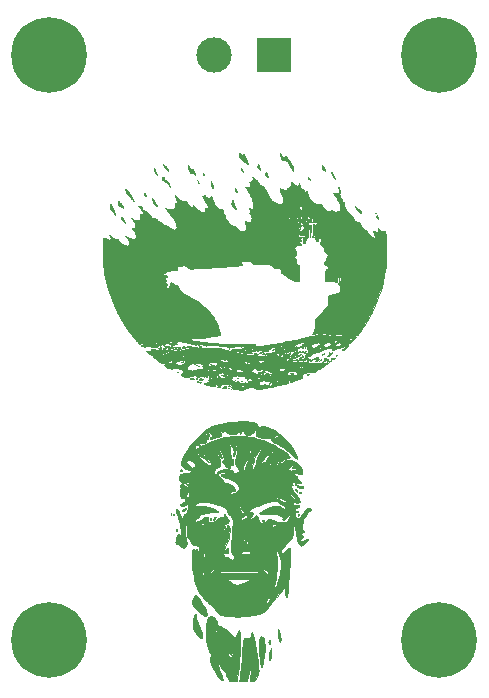
<source format=gbs>
%TF.GenerationSoftware,KiCad,Pcbnew,(6.0.7)*%
%TF.CreationDate,2022-09-23T10:31:46+02:00*%
%TF.ProjectId,GL019_LED_test,474c3031-395f-44c4-9544-5f746573742e,rev?*%
%TF.SameCoordinates,PX7df6180PY2cd02b0*%
%TF.FileFunction,Soldermask,Bot*%
%TF.FilePolarity,Negative*%
%FSLAX46Y46*%
G04 Gerber Fmt 4.6, Leading zero omitted, Abs format (unit mm)*
G04 Created by KiCad (PCBNEW (6.0.7)) date 2022-09-23 10:31:46*
%MOMM*%
%LPD*%
G01*
G04 APERTURE LIST*
%ADD10C,0.010000*%
%ADD11C,0.800000*%
%ADD12C,6.400000*%
%ADD13R,3.000000X3.000000*%
%ADD14C,3.000000*%
G04 APERTURE END LIST*
%TO.C,Ref\u002A\u002A*%
G36*
X25261800Y-28331287D02*
G01*
X25241250Y-28363333D01*
X25211180Y-28391513D01*
X25185053Y-28405667D01*
X25179004Y-28404831D01*
X25166909Y-28385975D01*
X25175465Y-28356137D01*
X25200648Y-28333848D01*
X25247107Y-28321347D01*
X25261800Y-28331287D01*
G37*
D10*
X25261800Y-28331287D02*
X25241250Y-28363333D01*
X25211180Y-28391513D01*
X25185053Y-28405667D01*
X25179004Y-28404831D01*
X25166909Y-28385975D01*
X25175465Y-28356137D01*
X25200648Y-28333848D01*
X25247107Y-28321347D01*
X25261800Y-28331287D01*
G36*
X13864167Y-28723167D02*
G01*
X13862639Y-28734372D01*
X13850056Y-28737278D01*
X13847522Y-28734175D01*
X13850056Y-28709055D01*
X13856422Y-28705744D01*
X13864167Y-28723167D01*
G37*
X13864167Y-28723167D02*
X13862639Y-28734372D01*
X13850056Y-28737278D01*
X13847522Y-28734175D01*
X13850056Y-28709055D01*
X13856422Y-28705744D01*
X13864167Y-28723167D01*
G36*
X20626501Y-31439995D02*
G01*
X20658302Y-31446288D01*
X20721564Y-31451618D01*
X20798469Y-31453667D01*
X20934809Y-31453667D01*
X20902510Y-31502962D01*
X20898269Y-31509362D01*
X20878633Y-31532818D01*
X20853367Y-31542570D01*
X20810501Y-31540468D01*
X20738066Y-31528359D01*
X20730576Y-31526987D01*
X20655521Y-31509643D01*
X20614129Y-31490315D01*
X20598397Y-31465392D01*
X20599846Y-31438403D01*
X20626501Y-31439995D01*
G37*
X20626501Y-31439995D02*
X20658302Y-31446288D01*
X20721564Y-31451618D01*
X20798469Y-31453667D01*
X20934809Y-31453667D01*
X20902510Y-31502962D01*
X20898269Y-31509362D01*
X20878633Y-31532818D01*
X20853367Y-31542570D01*
X20810501Y-31540468D01*
X20738066Y-31528359D01*
X20730576Y-31526987D01*
X20655521Y-31509643D01*
X20614129Y-31490315D01*
X20598397Y-31465392D01*
X20599846Y-31438403D01*
X20626501Y-31439995D01*
G36*
X16247563Y-30078807D02*
G01*
X16266583Y-30099000D01*
X16269891Y-30107199D01*
X16257249Y-30120167D01*
X16251105Y-30119353D01*
X16234833Y-30099000D01*
X16235076Y-30094210D01*
X16244168Y-30077833D01*
X16247563Y-30078807D01*
G37*
X16247563Y-30078807D02*
X16266583Y-30099000D01*
X16269891Y-30107199D01*
X16257249Y-30120167D01*
X16251105Y-30119353D01*
X16234833Y-30099000D01*
X16235076Y-30094210D01*
X16244168Y-30077833D01*
X16247563Y-30078807D01*
G36*
X15107832Y-28581120D02*
G01*
X15148664Y-28586989D01*
X15214241Y-28600903D01*
X15255999Y-28615707D01*
X15260493Y-28618503D01*
X15266446Y-28629743D01*
X15239026Y-28635796D01*
X15173800Y-28637856D01*
X15124288Y-28636697D01*
X15061161Y-28626245D01*
X15025634Y-28603269D01*
X15014570Y-28588179D01*
X15016030Y-28576437D01*
X15044664Y-28574745D01*
X15107832Y-28581120D01*
G37*
X15107832Y-28581120D02*
X15148664Y-28586989D01*
X15214241Y-28600903D01*
X15255999Y-28615707D01*
X15260493Y-28618503D01*
X15266446Y-28629743D01*
X15239026Y-28635796D01*
X15173800Y-28637856D01*
X15124288Y-28636697D01*
X15061161Y-28626245D01*
X15025634Y-28603269D01*
X15014570Y-28588179D01*
X15016030Y-28576437D01*
X15044664Y-28574745D01*
X15107832Y-28581120D01*
G36*
X23678445Y-29153555D02*
G01*
X23681756Y-29159922D01*
X23664333Y-29167667D01*
X23653128Y-29166139D01*
X23650222Y-29153555D01*
X23653325Y-29151022D01*
X23678445Y-29153555D01*
G37*
X23678445Y-29153555D02*
X23681756Y-29159922D01*
X23664333Y-29167667D01*
X23653128Y-29166139D01*
X23650222Y-29153555D01*
X23653325Y-29151022D01*
X23678445Y-29153555D01*
G36*
X18973363Y-32004006D02*
G01*
X19023854Y-32006379D01*
X19039907Y-32015676D01*
X19028833Y-32035750D01*
X19004400Y-32054259D01*
X18954423Y-32067500D01*
X18922634Y-32060896D01*
X18894179Y-32035750D01*
X18892477Y-32019249D01*
X18913503Y-32007248D01*
X18968590Y-32004000D01*
X18973363Y-32004006D01*
G37*
X18973363Y-32004006D02*
X19023854Y-32006379D01*
X19039907Y-32015676D01*
X19028833Y-32035750D01*
X19004400Y-32054259D01*
X18954423Y-32067500D01*
X18922634Y-32060896D01*
X18894179Y-32035750D01*
X18892477Y-32019249D01*
X18913503Y-32007248D01*
X18968590Y-32004000D01*
X18973363Y-32004006D01*
G36*
X9030370Y-16457314D02*
G01*
X9047077Y-16487670D01*
X9059333Y-16537639D01*
X9062530Y-16557719D01*
X9081275Y-16612329D01*
X9111220Y-16676469D01*
X9131432Y-16716836D01*
X9170619Y-16803326D01*
X9213062Y-16904771D01*
X9255376Y-17012221D01*
X9294177Y-17116726D01*
X9326082Y-17209333D01*
X9347707Y-17281094D01*
X9355667Y-17323056D01*
X9353188Y-17359615D01*
X9346017Y-17377833D01*
X9343720Y-17376286D01*
X9324273Y-17350193D01*
X9291171Y-17298552D01*
X9250057Y-17230049D01*
X9242109Y-17216703D01*
X9181490Y-17124317D01*
X9108296Y-17023896D01*
X9036625Y-16934932D01*
X8909504Y-16787598D01*
X8934149Y-16643507D01*
X8948926Y-16567854D01*
X8965722Y-16499829D01*
X8980100Y-16458560D01*
X8991732Y-16437638D01*
X9007015Y-16429917D01*
X9030370Y-16457314D01*
G37*
X9030370Y-16457314D02*
X9047077Y-16487670D01*
X9059333Y-16537639D01*
X9062530Y-16557719D01*
X9081275Y-16612329D01*
X9111220Y-16676469D01*
X9131432Y-16716836D01*
X9170619Y-16803326D01*
X9213062Y-16904771D01*
X9255376Y-17012221D01*
X9294177Y-17116726D01*
X9326082Y-17209333D01*
X9347707Y-17281094D01*
X9355667Y-17323056D01*
X9353188Y-17359615D01*
X9346017Y-17377833D01*
X9343720Y-17376286D01*
X9324273Y-17350193D01*
X9291171Y-17298552D01*
X9250057Y-17230049D01*
X9242109Y-17216703D01*
X9181490Y-17124317D01*
X9108296Y-17023896D01*
X9036625Y-16934932D01*
X8909504Y-16787598D01*
X8934149Y-16643507D01*
X8948926Y-16567854D01*
X8965722Y-16499829D01*
X8980100Y-16458560D01*
X8991732Y-16437638D01*
X9007015Y-16429917D01*
X9030370Y-16457314D01*
G36*
X25303364Y-17665103D02*
G01*
X25345905Y-17681975D01*
X25376163Y-17727083D01*
X25403289Y-17782862D01*
X25427208Y-17831514D01*
X25433193Y-17852666D01*
X25424492Y-17881638D01*
X25393222Y-17921278D01*
X25334306Y-17979680D01*
X25221063Y-18086917D01*
X25204266Y-17959917D01*
X25198323Y-17905365D01*
X25192899Y-17817942D01*
X25193193Y-17748250D01*
X25194812Y-17726434D01*
X25203047Y-17683397D01*
X25225051Y-17666507D01*
X25272189Y-17663583D01*
X25303364Y-17665103D01*
G37*
X25303364Y-17665103D02*
X25345905Y-17681975D01*
X25376163Y-17727083D01*
X25403289Y-17782862D01*
X25427208Y-17831514D01*
X25433193Y-17852666D01*
X25424492Y-17881638D01*
X25393222Y-17921278D01*
X25334306Y-17979680D01*
X25221063Y-18086917D01*
X25204266Y-17959917D01*
X25198323Y-17905365D01*
X25192899Y-17817942D01*
X25193193Y-17748250D01*
X25194812Y-17726434D01*
X25203047Y-17683397D01*
X25225051Y-17666507D01*
X25272189Y-17663583D01*
X25303364Y-17665103D01*
G36*
X25430891Y-29028800D02*
G01*
X25440977Y-29059146D01*
X25417778Y-29099088D01*
X25395062Y-29113786D01*
X25368333Y-29104090D01*
X25357667Y-29060584D01*
X25364466Y-29034612D01*
X25400000Y-29019500D01*
X25430891Y-29028800D01*
G37*
X25430891Y-29028800D02*
X25440977Y-29059146D01*
X25417778Y-29099088D01*
X25395062Y-29113786D01*
X25368333Y-29104090D01*
X25357667Y-29060584D01*
X25364466Y-29034612D01*
X25400000Y-29019500D01*
X25430891Y-29028800D01*
G36*
X20425833Y-31178500D02*
G01*
X20435211Y-31185233D01*
X20436329Y-31196182D01*
X20399375Y-31199342D01*
X20359423Y-31193757D01*
X20341167Y-31178500D01*
X20348863Y-31163242D01*
X20381125Y-31159734D01*
X20425833Y-31178500D01*
G37*
X20425833Y-31178500D02*
X20435211Y-31185233D01*
X20436329Y-31196182D01*
X20399375Y-31199342D01*
X20359423Y-31193757D01*
X20341167Y-31178500D01*
X20348863Y-31163242D01*
X20381125Y-31159734D01*
X20425833Y-31178500D01*
G36*
X16839449Y-30951198D02*
G01*
X16927667Y-30958402D01*
X16987796Y-30969003D01*
X17012760Y-30982708D01*
X17012849Y-30986857D01*
X16998779Y-30995705D01*
X16960431Y-31001898D01*
X16893297Y-31005748D01*
X16792869Y-31007570D01*
X16654639Y-31007679D01*
X16526726Y-31006299D01*
X16404496Y-31002781D01*
X16314317Y-30997540D01*
X16257904Y-30990919D01*
X16236968Y-30983262D01*
X16253225Y-30974911D01*
X16308387Y-30966210D01*
X16404167Y-30957503D01*
X16477013Y-30952894D01*
X16607047Y-30948151D01*
X16730218Y-30947683D01*
X16839449Y-30951198D01*
G37*
X16839449Y-30951198D02*
X16927667Y-30958402D01*
X16987796Y-30969003D01*
X17012760Y-30982708D01*
X17012849Y-30986857D01*
X16998779Y-30995705D01*
X16960431Y-31001898D01*
X16893297Y-31005748D01*
X16792869Y-31007570D01*
X16654639Y-31007679D01*
X16526726Y-31006299D01*
X16404496Y-31002781D01*
X16314317Y-30997540D01*
X16257904Y-30990919D01*
X16236968Y-30983262D01*
X16253225Y-30974911D01*
X16308387Y-30966210D01*
X16404167Y-30957503D01*
X16477013Y-30952894D01*
X16607047Y-30948151D01*
X16730218Y-30947683D01*
X16839449Y-30951198D01*
G36*
X21964968Y-30552439D02*
G01*
X21995159Y-30568289D01*
X22001808Y-30587357D01*
X21998178Y-30592683D01*
X21972015Y-30605487D01*
X21929280Y-30586660D01*
X21914736Y-30573964D01*
X21911810Y-30553301D01*
X21929854Y-30546850D01*
X21964968Y-30552439D01*
G37*
X21964968Y-30552439D02*
X21995159Y-30568289D01*
X22001808Y-30587357D01*
X21998178Y-30592683D01*
X21972015Y-30605487D01*
X21929280Y-30586660D01*
X21914736Y-30573964D01*
X21911810Y-30553301D01*
X21929854Y-30546850D01*
X21964968Y-30552439D01*
G36*
X17369873Y-31018446D02*
G01*
X17423114Y-31051070D01*
X17446536Y-31072193D01*
X17458799Y-31095285D01*
X17441333Y-31114246D01*
X17411514Y-31131789D01*
X17387527Y-31129362D01*
X17353042Y-31101136D01*
X17323743Y-31068022D01*
X17312778Y-31032217D01*
X17330625Y-31013926D01*
X17369873Y-31018446D01*
G37*
X17369873Y-31018446D02*
X17423114Y-31051070D01*
X17446536Y-31072193D01*
X17458799Y-31095285D01*
X17441333Y-31114246D01*
X17411514Y-31131789D01*
X17387527Y-31129362D01*
X17353042Y-31101136D01*
X17323743Y-31068022D01*
X17312778Y-31032217D01*
X17330625Y-31013926D01*
X17369873Y-31018446D01*
G36*
X25341560Y-18542615D02*
G01*
X25357667Y-18563167D01*
X25357052Y-18568226D01*
X25336500Y-18584333D01*
X25331441Y-18583718D01*
X25315333Y-18563167D01*
X25315949Y-18558107D01*
X25336500Y-18542000D01*
X25341560Y-18542615D01*
G37*
X25341560Y-18542615D02*
X25357667Y-18563167D01*
X25357052Y-18568226D01*
X25336500Y-18584333D01*
X25331441Y-18583718D01*
X25315333Y-18563167D01*
X25315949Y-18558107D01*
X25336500Y-18542000D01*
X25341560Y-18542615D01*
G36*
X14520226Y-28261391D02*
G01*
X14544825Y-28264097D01*
X14596399Y-28276985D01*
X14620994Y-28294542D01*
X14615173Y-28310885D01*
X14582584Y-28320502D01*
X14535550Y-28319481D01*
X14488452Y-28308402D01*
X14455671Y-28287849D01*
X14450578Y-28281463D01*
X14444075Y-28264651D01*
X14464829Y-28258969D01*
X14520226Y-28261391D01*
G37*
X14520226Y-28261391D02*
X14544825Y-28264097D01*
X14596399Y-28276985D01*
X14620994Y-28294542D01*
X14615173Y-28310885D01*
X14582584Y-28320502D01*
X14535550Y-28319481D01*
X14488452Y-28308402D01*
X14455671Y-28287849D01*
X14450578Y-28281463D01*
X14444075Y-28264651D01*
X14464829Y-28258969D01*
X14520226Y-28261391D01*
G36*
X26959182Y-13260917D02*
G01*
X26981971Y-13303600D01*
X27016240Y-13362288D01*
X27041214Y-13398500D01*
X27062204Y-13432021D01*
X27083011Y-13486927D01*
X27100078Y-13527632D01*
X27126994Y-13555054D01*
X27146317Y-13575303D01*
X27156833Y-13620086D01*
X27152284Y-13655515D01*
X27138737Y-13673667D01*
X27136975Y-13673310D01*
X27111085Y-13654873D01*
X27066500Y-13614034D01*
X27011737Y-13558517D01*
X26902833Y-13443367D01*
X26904805Y-13155083D01*
X26959182Y-13260917D01*
G37*
X26959182Y-13260917D02*
X26981971Y-13303600D01*
X27016240Y-13362288D01*
X27041214Y-13398500D01*
X27062204Y-13432021D01*
X27083011Y-13486927D01*
X27100078Y-13527632D01*
X27126994Y-13555054D01*
X27146317Y-13575303D01*
X27156833Y-13620086D01*
X27152284Y-13655515D01*
X27138737Y-13673667D01*
X27136975Y-13673310D01*
X27111085Y-13654873D01*
X27066500Y-13614034D01*
X27011737Y-13558517D01*
X26902833Y-13443367D01*
X26904805Y-13155083D01*
X26959182Y-13260917D01*
G36*
X28104645Y-29273529D02*
G01*
X28124091Y-29280212D01*
X28109333Y-29305250D01*
X28093254Y-29322973D01*
X28074992Y-29337000D01*
X28071351Y-29333492D01*
X28067000Y-29305250D01*
X28071651Y-29289345D01*
X28101342Y-29273500D01*
X28104645Y-29273529D01*
G37*
X28104645Y-29273529D02*
X28124091Y-29280212D01*
X28109333Y-29305250D01*
X28093254Y-29322973D01*
X28074992Y-29337000D01*
X28071351Y-29333492D01*
X28067000Y-29305250D01*
X28071651Y-29289345D01*
X28101342Y-29273500D01*
X28104645Y-29273529D01*
G36*
X26451278Y-29407555D02*
G01*
X26454589Y-29413922D01*
X26437167Y-29421667D01*
X26425961Y-29420139D01*
X26423056Y-29407555D01*
X26426158Y-29405022D01*
X26451278Y-29407555D01*
G37*
X26451278Y-29407555D02*
X26454589Y-29413922D01*
X26437167Y-29421667D01*
X26425961Y-29420139D01*
X26423056Y-29407555D01*
X26426158Y-29405022D01*
X26451278Y-29407555D01*
G36*
X25260759Y-29338144D02*
G01*
X25266543Y-29348635D01*
X25241346Y-29379227D01*
X25219477Y-29398534D01*
X25163056Y-29436247D01*
X25095220Y-29472743D01*
X25049030Y-29493547D01*
X25000942Y-29511935D01*
X24978972Y-29515693D01*
X24976965Y-29512802D01*
X24985524Y-29487415D01*
X25020678Y-29451397D01*
X25072741Y-29411547D01*
X25132027Y-29374665D01*
X25188851Y-29347549D01*
X25233527Y-29337000D01*
X25260759Y-29338144D01*
G37*
X25260759Y-29338144D02*
X25266543Y-29348635D01*
X25241346Y-29379227D01*
X25219477Y-29398534D01*
X25163056Y-29436247D01*
X25095220Y-29472743D01*
X25049030Y-29493547D01*
X25000942Y-29511935D01*
X24978972Y-29515693D01*
X24976965Y-29512802D01*
X24985524Y-29487415D01*
X25020678Y-29451397D01*
X25072741Y-29411547D01*
X25132027Y-29374665D01*
X25188851Y-29347549D01*
X25233527Y-29337000D01*
X25260759Y-29338144D01*
G36*
X22071139Y-31714165D02*
G01*
X22074778Y-31715212D01*
X22077912Y-31721655D01*
X22045083Y-31724707D01*
X22040071Y-31724736D01*
X22006935Y-31721898D01*
X22007639Y-31714949D01*
X22025031Y-31711066D01*
X22071139Y-31714165D01*
G37*
X22071139Y-31714165D02*
X22074778Y-31715212D01*
X22077912Y-31721655D01*
X22045083Y-31724707D01*
X22040071Y-31724736D01*
X22006935Y-31721898D01*
X22007639Y-31714949D01*
X22025031Y-31711066D01*
X22071139Y-31714165D01*
G36*
X20557893Y-29866782D02*
G01*
X20574000Y-29887333D01*
X20573385Y-29892393D01*
X20552833Y-29908500D01*
X20547774Y-29907885D01*
X20531667Y-29887333D01*
X20532282Y-29882274D01*
X20552833Y-29866167D01*
X20557893Y-29866782D01*
G37*
X20557893Y-29866782D02*
X20574000Y-29887333D01*
X20573385Y-29892393D01*
X20552833Y-29908500D01*
X20547774Y-29907885D01*
X20531667Y-29887333D01*
X20532282Y-29882274D01*
X20552833Y-29866167D01*
X20557893Y-29866782D01*
G36*
X16611922Y-31181780D02*
G01*
X16610713Y-31201657D01*
X16579025Y-31232498D01*
X16553412Y-31246117D01*
X16522902Y-31247475D01*
X16519729Y-31237519D01*
X16536521Y-31213190D01*
X16567498Y-31189287D01*
X16598712Y-31178500D01*
X16611922Y-31181780D01*
G37*
X16611922Y-31181780D02*
X16610713Y-31201657D01*
X16579025Y-31232498D01*
X16553412Y-31246117D01*
X16522902Y-31247475D01*
X16519729Y-31237519D01*
X16536521Y-31213190D01*
X16567498Y-31189287D01*
X16598712Y-31178500D01*
X16611922Y-31181780D01*
G36*
X25714181Y-14185512D02*
G01*
X25758540Y-14219955D01*
X25798368Y-14259747D01*
X25821704Y-14295279D01*
X25836274Y-14341493D01*
X25852145Y-14403917D01*
X25865989Y-14467417D01*
X25789832Y-14382750D01*
X25781900Y-14373818D01*
X25727698Y-14306183D01*
X25686095Y-14243201D01*
X25662371Y-14193775D01*
X25661804Y-14166807D01*
X25677247Y-14166026D01*
X25714181Y-14185512D01*
G37*
X25714181Y-14185512D02*
X25758540Y-14219955D01*
X25798368Y-14259747D01*
X25821704Y-14295279D01*
X25836274Y-14341493D01*
X25852145Y-14403917D01*
X25865989Y-14467417D01*
X25789832Y-14382750D01*
X25781900Y-14373818D01*
X25727698Y-14306183D01*
X25686095Y-14243201D01*
X25662371Y-14193775D01*
X25661804Y-14166807D01*
X25677247Y-14166026D01*
X25714181Y-14185512D01*
G36*
X25484667Y-28619147D02*
G01*
X25481649Y-28637055D01*
X25458473Y-28677394D01*
X25439389Y-28691503D01*
X25424266Y-28679548D01*
X25426537Y-28657709D01*
X25450460Y-28621302D01*
X25461757Y-28610330D01*
X25480538Y-28599037D01*
X25484667Y-28619147D01*
G37*
X25484667Y-28619147D02*
X25481649Y-28637055D01*
X25458473Y-28677394D01*
X25439389Y-28691503D01*
X25424266Y-28679548D01*
X25426537Y-28657709D01*
X25450460Y-28621302D01*
X25461757Y-28610330D01*
X25480538Y-28599037D01*
X25484667Y-28619147D01*
G36*
X20080111Y-31460722D02*
G01*
X20083423Y-31467089D01*
X20066000Y-31474833D01*
X20054795Y-31473306D01*
X20051889Y-31460722D01*
X20054991Y-31458189D01*
X20080111Y-31460722D01*
G37*
X20080111Y-31460722D02*
X20083423Y-31467089D01*
X20066000Y-31474833D01*
X20054795Y-31473306D01*
X20051889Y-31460722D01*
X20054991Y-31458189D01*
X20080111Y-31460722D01*
G36*
X17477707Y-14548400D02*
G01*
X17498655Y-14574800D01*
X17529090Y-14632807D01*
X17563967Y-14711678D01*
X17599293Y-14801255D01*
X17631075Y-14891381D01*
X17655322Y-14971896D01*
X17668040Y-15032645D01*
X17674490Y-15091342D01*
X17674100Y-15121399D01*
X17663108Y-15122214D01*
X17638612Y-15100469D01*
X17603689Y-15069966D01*
X17561062Y-15038917D01*
X17544210Y-15019804D01*
X17529163Y-14976944D01*
X17516117Y-14904797D01*
X17503522Y-14796846D01*
X17496101Y-14728201D01*
X17485526Y-14644838D01*
X17475893Y-14583977D01*
X17468624Y-14555450D01*
X17465295Y-14547895D01*
X17477707Y-14548400D01*
G37*
X17477707Y-14548400D02*
X17498655Y-14574800D01*
X17529090Y-14632807D01*
X17563967Y-14711678D01*
X17599293Y-14801255D01*
X17631075Y-14891381D01*
X17655322Y-14971896D01*
X17668040Y-15032645D01*
X17674490Y-15091342D01*
X17674100Y-15121399D01*
X17663108Y-15122214D01*
X17638612Y-15100469D01*
X17603689Y-15069966D01*
X17561062Y-15038917D01*
X17544210Y-15019804D01*
X17529163Y-14976944D01*
X17516117Y-14904797D01*
X17503522Y-14796846D01*
X17496101Y-14728201D01*
X17485526Y-14644838D01*
X17475893Y-14583977D01*
X17468624Y-14555450D01*
X17465295Y-14547895D01*
X17477707Y-14548400D01*
G36*
X18735808Y-31882731D02*
G01*
X18753667Y-31895972D01*
X18742759Y-31916058D01*
X18706042Y-31939840D01*
X18699560Y-31942201D01*
X18642314Y-31954574D01*
X18574506Y-31960325D01*
X18566590Y-31960436D01*
X18519409Y-31958909D01*
X18506854Y-31950129D01*
X18522094Y-31930168D01*
X18531502Y-31922623D01*
X18575594Y-31902696D01*
X18633314Y-31888080D01*
X18691205Y-31880763D01*
X18735808Y-31882731D01*
G37*
X18735808Y-31882731D02*
X18753667Y-31895972D01*
X18742759Y-31916058D01*
X18706042Y-31939840D01*
X18699560Y-31942201D01*
X18642314Y-31954574D01*
X18574506Y-31960325D01*
X18566590Y-31960436D01*
X18519409Y-31958909D01*
X18506854Y-31950129D01*
X18522094Y-31930168D01*
X18531502Y-31922623D01*
X18575594Y-31902696D01*
X18633314Y-31888080D01*
X18691205Y-31880763D01*
X18735808Y-31882731D01*
G36*
X18366972Y-31714165D02*
G01*
X18370612Y-31715212D01*
X18373745Y-31721655D01*
X18340917Y-31724707D01*
X18335904Y-31724736D01*
X18302769Y-31721898D01*
X18303472Y-31714949D01*
X18320865Y-31711066D01*
X18366972Y-31714165D01*
G37*
X18366972Y-31714165D02*
X18370612Y-31715212D01*
X18373745Y-31721655D01*
X18340917Y-31724707D01*
X18335904Y-31724736D01*
X18302769Y-31721898D01*
X18303472Y-31714949D01*
X18320865Y-31711066D01*
X18366972Y-31714165D01*
G36*
X22288500Y-29112241D02*
G01*
X22286177Y-29125734D01*
X22262042Y-29153648D01*
X22232788Y-29162180D01*
X22204494Y-29156811D01*
X22207894Y-29134170D01*
X22246167Y-29104167D01*
X22250817Y-29101725D01*
X22280720Y-29092671D01*
X22288500Y-29112241D01*
G37*
X22288500Y-29112241D02*
X22286177Y-29125734D01*
X22262042Y-29153648D01*
X22232788Y-29162180D01*
X22204494Y-29156811D01*
X22207894Y-29134170D01*
X22246167Y-29104167D01*
X22250817Y-29101725D01*
X22280720Y-29092671D01*
X22288500Y-29112241D01*
G36*
X14208518Y-28406802D02*
G01*
X14222544Y-28432329D01*
X14197542Y-28455148D01*
X14155210Y-28465880D01*
X14114402Y-28464781D01*
X14097000Y-28450592D01*
X14110339Y-28421628D01*
X14147917Y-28398071D01*
X14189567Y-28396983D01*
X14208518Y-28406802D01*
G37*
X14208518Y-28406802D02*
X14222544Y-28432329D01*
X14197542Y-28455148D01*
X14155210Y-28465880D01*
X14114402Y-28464781D01*
X14097000Y-28450592D01*
X14110339Y-28421628D01*
X14147917Y-28398071D01*
X14189567Y-28396983D01*
X14208518Y-28406802D01*
G36*
X21933140Y-28893028D02*
G01*
X21944517Y-28904459D01*
X21919942Y-28929279D01*
X21862008Y-28965452D01*
X21773305Y-29010942D01*
X21682127Y-29052383D01*
X21612670Y-29077694D01*
X21578849Y-29080169D01*
X21580668Y-29059808D01*
X21587398Y-29052936D01*
X21626064Y-29027593D01*
X21687256Y-28994114D01*
X21759310Y-28958182D01*
X21830566Y-28925480D01*
X21889359Y-28901692D01*
X21924027Y-28892500D01*
X21933140Y-28893028D01*
G37*
X21933140Y-28893028D02*
X21944517Y-28904459D01*
X21919942Y-28929279D01*
X21862008Y-28965452D01*
X21773305Y-29010942D01*
X21682127Y-29052383D01*
X21612670Y-29077694D01*
X21578849Y-29080169D01*
X21580668Y-29059808D01*
X21587398Y-29052936D01*
X21626064Y-29027593D01*
X21687256Y-28994114D01*
X21759310Y-28958182D01*
X21830566Y-28925480D01*
X21889359Y-28901692D01*
X21924027Y-28892500D01*
X21933140Y-28893028D01*
G36*
X12681071Y-13465794D02*
G01*
X12710026Y-13520607D01*
X12746694Y-13595370D01*
X12786639Y-13680444D01*
X12825426Y-13766191D01*
X12858622Y-13842972D01*
X12881792Y-13901149D01*
X12890500Y-13931082D01*
X12890236Y-13939500D01*
X12877984Y-13966957D01*
X12847697Y-13956413D01*
X12799727Y-13907960D01*
X12754805Y-13845454D01*
X12707174Y-13758674D01*
X12668006Y-13666473D01*
X12640980Y-13579061D01*
X12629777Y-13506649D01*
X12638077Y-13459448D01*
X12647678Y-13447170D01*
X12665230Y-13441446D01*
X12681071Y-13465794D01*
G37*
X12681071Y-13465794D02*
X12710026Y-13520607D01*
X12746694Y-13595370D01*
X12786639Y-13680444D01*
X12825426Y-13766191D01*
X12858622Y-13842972D01*
X12881792Y-13901149D01*
X12890500Y-13931082D01*
X12890236Y-13939500D01*
X12877984Y-13966957D01*
X12847697Y-13956413D01*
X12799727Y-13907960D01*
X12754805Y-13845454D01*
X12707174Y-13758674D01*
X12668006Y-13666473D01*
X12640980Y-13579061D01*
X12629777Y-13506649D01*
X12638077Y-13459448D01*
X12647678Y-13447170D01*
X12665230Y-13441446D01*
X12681071Y-13465794D01*
G36*
X21894974Y-30631051D02*
G01*
X21953680Y-30646167D01*
X22012829Y-30669169D01*
X22058515Y-30694288D01*
X22076833Y-30715756D01*
X22071852Y-30720326D01*
X22037454Y-30723698D01*
X21981516Y-30720689D01*
X21917286Y-30712730D01*
X21858015Y-30701252D01*
X21816949Y-30687685D01*
X21803151Y-30679142D01*
X21790328Y-30654950D01*
X21812867Y-30635894D01*
X21865698Y-30628167D01*
X21894974Y-30631051D01*
G37*
X21894974Y-30631051D02*
X21953680Y-30646167D01*
X22012829Y-30669169D01*
X22058515Y-30694288D01*
X22076833Y-30715756D01*
X22071852Y-30720326D01*
X22037454Y-30723698D01*
X21981516Y-30720689D01*
X21917286Y-30712730D01*
X21858015Y-30701252D01*
X21816949Y-30687685D01*
X21803151Y-30679142D01*
X21790328Y-30654950D01*
X21812867Y-30635894D01*
X21865698Y-30628167D01*
X21894974Y-30631051D01*
G36*
X23418821Y-12293103D02*
G01*
X23455299Y-12348040D01*
X23493735Y-12411927D01*
X23516380Y-12457145D01*
X23524842Y-12475713D01*
X23554527Y-12502527D01*
X23609381Y-12509500D01*
X23611525Y-12509488D01*
X23680241Y-12495636D01*
X23729895Y-12461005D01*
X23749000Y-12413494D01*
X23749516Y-12407960D01*
X23764635Y-12403219D01*
X23802883Y-12430881D01*
X23805954Y-12433555D01*
X23924012Y-12542306D01*
X24008798Y-12633469D01*
X24058627Y-12705240D01*
X24059295Y-12706522D01*
X24090484Y-12758133D01*
X24137737Y-12827684D01*
X24191099Y-12900501D01*
X24297555Y-13053546D01*
X24373429Y-13197289D01*
X24420284Y-13337701D01*
X24441984Y-13483769D01*
X24445016Y-13533723D01*
X24446475Y-13604257D01*
X24441530Y-13639559D01*
X24429844Y-13644086D01*
X24427341Y-13641920D01*
X24405687Y-13611080D01*
X24370474Y-13551445D01*
X24325992Y-13470523D01*
X24276530Y-13375817D01*
X24193727Y-13221969D01*
X24094465Y-13059453D01*
X23999209Y-12927116D01*
X23911526Y-12830288D01*
X23893126Y-12815159D01*
X23847168Y-12791438D01*
X23780377Y-12773979D01*
X23682003Y-12759468D01*
X23655881Y-12756106D01*
X23573800Y-12742559D01*
X23509707Y-12727582D01*
X23475685Y-12713847D01*
X23441293Y-12671841D01*
X23403567Y-12588350D01*
X23374155Y-12478406D01*
X23355940Y-12350750D01*
X23341167Y-12181417D01*
X23418821Y-12293103D01*
G37*
X23418821Y-12293103D02*
X23455299Y-12348040D01*
X23493735Y-12411927D01*
X23516380Y-12457145D01*
X23524842Y-12475713D01*
X23554527Y-12502527D01*
X23609381Y-12509500D01*
X23611525Y-12509488D01*
X23680241Y-12495636D01*
X23729895Y-12461005D01*
X23749000Y-12413494D01*
X23749516Y-12407960D01*
X23764635Y-12403219D01*
X23802883Y-12430881D01*
X23805954Y-12433555D01*
X23924012Y-12542306D01*
X24008798Y-12633469D01*
X24058627Y-12705240D01*
X24059295Y-12706522D01*
X24090484Y-12758133D01*
X24137737Y-12827684D01*
X24191099Y-12900501D01*
X24297555Y-13053546D01*
X24373429Y-13197289D01*
X24420284Y-13337701D01*
X24441984Y-13483769D01*
X24445016Y-13533723D01*
X24446475Y-13604257D01*
X24441530Y-13639559D01*
X24429844Y-13644086D01*
X24427341Y-13641920D01*
X24405687Y-13611080D01*
X24370474Y-13551445D01*
X24325992Y-13470523D01*
X24276530Y-13375817D01*
X24193727Y-13221969D01*
X24094465Y-13059453D01*
X23999209Y-12927116D01*
X23911526Y-12830288D01*
X23893126Y-12815159D01*
X23847168Y-12791438D01*
X23780377Y-12773979D01*
X23682003Y-12759468D01*
X23655881Y-12756106D01*
X23573800Y-12742559D01*
X23509707Y-12727582D01*
X23475685Y-12713847D01*
X23441293Y-12671841D01*
X23403567Y-12588350D01*
X23374155Y-12478406D01*
X23355940Y-12350750D01*
X23341167Y-12181417D01*
X23418821Y-12293103D01*
G36*
X20398225Y-29919442D02*
G01*
X20394083Y-29950833D01*
X20389751Y-29956614D01*
X20361084Y-29972000D01*
X20343974Y-29956884D01*
X20343726Y-29925050D01*
X20360871Y-29898820D01*
X20381426Y-29897419D01*
X20398225Y-29919442D01*
G37*
X20398225Y-29919442D02*
X20394083Y-29950833D01*
X20389751Y-29956614D01*
X20361084Y-29972000D01*
X20343974Y-29956884D01*
X20343726Y-29925050D01*
X20360871Y-29898820D01*
X20381426Y-29897419D01*
X20398225Y-29919442D01*
G36*
X24769895Y-28766313D02*
G01*
X24786167Y-28786667D01*
X24785924Y-28791457D01*
X24776833Y-28807833D01*
X24773437Y-28806859D01*
X24754417Y-28786667D01*
X24751109Y-28778467D01*
X24763751Y-28765500D01*
X24769895Y-28766313D01*
G37*
X24769895Y-28766313D02*
X24786167Y-28786667D01*
X24785924Y-28791457D01*
X24776833Y-28807833D01*
X24773437Y-28806859D01*
X24754417Y-28786667D01*
X24751109Y-28778467D01*
X24763751Y-28765500D01*
X24769895Y-28766313D01*
G36*
X21978175Y-29104571D02*
G01*
X21981032Y-29120842D01*
X21950748Y-29150015D01*
X21910915Y-29174407D01*
X21866346Y-29187576D01*
X21834568Y-29183983D01*
X21828033Y-29162375D01*
X21832830Y-29152661D01*
X21869793Y-29120479D01*
X21921568Y-29099297D01*
X21966709Y-29098927D01*
X21978175Y-29104571D01*
G37*
X21978175Y-29104571D02*
X21981032Y-29120842D01*
X21950748Y-29150015D01*
X21910915Y-29174407D01*
X21866346Y-29187576D01*
X21834568Y-29183983D01*
X21828033Y-29162375D01*
X21832830Y-29152661D01*
X21869793Y-29120479D01*
X21921568Y-29099297D01*
X21966709Y-29098927D01*
X21978175Y-29104571D01*
G36*
X17493264Y-30022778D02*
G01*
X17529078Y-30039874D01*
X17547167Y-30068197D01*
X17543891Y-30085721D01*
X17525643Y-30086655D01*
X17481700Y-30066233D01*
X17454985Y-30050853D01*
X17429697Y-30026671D01*
X17442844Y-30015860D01*
X17493264Y-30022778D01*
G37*
X17493264Y-30022778D02*
X17529078Y-30039874D01*
X17547167Y-30068197D01*
X17543891Y-30085721D01*
X17525643Y-30086655D01*
X17481700Y-30066233D01*
X17454985Y-30050853D01*
X17429697Y-30026671D01*
X17442844Y-30015860D01*
X17493264Y-30022778D01*
G36*
X26324278Y-19438055D02*
G01*
X26327589Y-19444422D01*
X26310167Y-19452167D01*
X26298961Y-19450639D01*
X26296056Y-19438055D01*
X26299158Y-19435522D01*
X26324278Y-19438055D01*
G37*
X26324278Y-19438055D02*
X26327589Y-19444422D01*
X26310167Y-19452167D01*
X26298961Y-19450639D01*
X26296056Y-19438055D01*
X26299158Y-19435522D01*
X26324278Y-19438055D01*
G36*
X17754560Y-30062891D02*
G01*
X17779675Y-30078928D01*
X17765889Y-30106055D01*
X17765712Y-30106231D01*
X17726432Y-30119730D01*
X17671227Y-30113245D01*
X17620004Y-30089090D01*
X17605687Y-30077642D01*
X17598315Y-30064501D01*
X17620833Y-30058840D01*
X17679458Y-30057340D01*
X17689467Y-30057335D01*
X17754560Y-30062891D01*
G37*
X17754560Y-30062891D02*
X17779675Y-30078928D01*
X17765889Y-30106055D01*
X17765712Y-30106231D01*
X17726432Y-30119730D01*
X17671227Y-30113245D01*
X17620004Y-30089090D01*
X17605687Y-30077642D01*
X17598315Y-30064501D01*
X17620833Y-30058840D01*
X17679458Y-30057340D01*
X17689467Y-30057335D01*
X17754560Y-30062891D01*
G36*
X22759797Y-28766052D02*
G01*
X22767038Y-28776984D01*
X22743583Y-28807833D01*
X22712288Y-28836697D01*
X22681603Y-28849816D01*
X22669500Y-28833233D01*
X22677509Y-28811132D01*
X22710626Y-28779705D01*
X22751097Y-28765500D01*
X22759797Y-28766052D01*
G37*
X22759797Y-28766052D02*
X22767038Y-28776984D01*
X22743583Y-28807833D01*
X22712288Y-28836697D01*
X22681603Y-28849816D01*
X22669500Y-28833233D01*
X22677509Y-28811132D01*
X22710626Y-28779705D01*
X22751097Y-28765500D01*
X22759797Y-28766052D01*
G36*
X21518063Y-31560474D02*
G01*
X21537083Y-31580667D01*
X21540391Y-31588866D01*
X21527749Y-31601833D01*
X21521605Y-31601020D01*
X21505333Y-31580667D01*
X21505576Y-31575876D01*
X21514668Y-31559500D01*
X21518063Y-31560474D01*
G37*
X21518063Y-31560474D02*
X21537083Y-31580667D01*
X21540391Y-31588866D01*
X21527749Y-31601833D01*
X21521605Y-31601020D01*
X21505333Y-31580667D01*
X21505576Y-31575876D01*
X21514668Y-31559500D01*
X21518063Y-31560474D01*
G36*
X22461354Y-31607726D02*
G01*
X22479000Y-31633583D01*
X22471143Y-31652098D01*
X22436667Y-31665333D01*
X22411980Y-31659440D01*
X22394333Y-31633583D01*
X22402191Y-31615068D01*
X22436667Y-31601833D01*
X22461354Y-31607726D01*
G37*
X22461354Y-31607726D02*
X22479000Y-31633583D01*
X22471143Y-31652098D01*
X22436667Y-31665333D01*
X22411980Y-31659440D01*
X22394333Y-31633583D01*
X22402191Y-31615068D01*
X22436667Y-31601833D01*
X22461354Y-31607726D01*
G36*
X12452483Y-29215981D02*
G01*
X12479787Y-29234888D01*
X12473647Y-29259964D01*
X12465345Y-29266513D01*
X12424245Y-29270601D01*
X12382500Y-29241750D01*
X12373220Y-29229403D01*
X12373898Y-29213674D01*
X12410409Y-29210000D01*
X12452483Y-29215981D01*
G37*
X12452483Y-29215981D02*
X12479787Y-29234888D01*
X12473647Y-29259964D01*
X12465345Y-29266513D01*
X12424245Y-29270601D01*
X12382500Y-29241750D01*
X12373220Y-29229403D01*
X12373898Y-29213674D01*
X12410409Y-29210000D01*
X12452483Y-29215981D01*
G36*
X31560057Y-17378010D02*
G01*
X31570278Y-17399876D01*
X31580808Y-17451917D01*
X31582733Y-17467601D01*
X31598044Y-17522220D01*
X31623465Y-17586520D01*
X31637078Y-17616971D01*
X31657355Y-17664636D01*
X31665333Y-17687061D01*
X31663958Y-17693833D01*
X31644170Y-17693550D01*
X31604605Y-17664236D01*
X31550038Y-17609120D01*
X31532000Y-17588772D01*
X31495312Y-17539932D01*
X31482076Y-17500369D01*
X31486305Y-17455662D01*
X31489793Y-17440276D01*
X31510838Y-17381768D01*
X31535121Y-17360105D01*
X31560057Y-17378010D01*
G37*
X31560057Y-17378010D02*
X31570278Y-17399876D01*
X31580808Y-17451917D01*
X31582733Y-17467601D01*
X31598044Y-17522220D01*
X31623465Y-17586520D01*
X31637078Y-17616971D01*
X31657355Y-17664636D01*
X31665333Y-17687061D01*
X31663958Y-17693833D01*
X31644170Y-17693550D01*
X31604605Y-17664236D01*
X31550038Y-17609120D01*
X31532000Y-17588772D01*
X31495312Y-17539932D01*
X31482076Y-17500369D01*
X31486305Y-17455662D01*
X31489793Y-17440276D01*
X31510838Y-17381768D01*
X31535121Y-17360105D01*
X31560057Y-17378010D01*
G36*
X17438164Y-31164832D02*
G01*
X17410830Y-31188461D01*
X17370774Y-31214162D01*
X17343150Y-31217953D01*
X17340686Y-31194375D01*
X17357883Y-31176264D01*
X17400658Y-31162003D01*
X17428912Y-31159307D01*
X17438164Y-31164832D01*
G37*
X17438164Y-31164832D02*
X17410830Y-31188461D01*
X17370774Y-31214162D01*
X17343150Y-31217953D01*
X17340686Y-31194375D01*
X17357883Y-31176264D01*
X17400658Y-31162003D01*
X17428912Y-31159307D01*
X17438164Y-31164832D01*
G36*
X25290450Y-28904642D02*
G01*
X25279814Y-28931560D01*
X25245362Y-28968384D01*
X25226335Y-28983952D01*
X25180415Y-29013108D01*
X25153163Y-29017142D01*
X25150863Y-28994329D01*
X25153828Y-28987593D01*
X25181555Y-28954700D01*
X25222840Y-28922803D01*
X25263294Y-28901655D01*
X25288529Y-28901010D01*
X25290450Y-28904642D01*
G37*
X25290450Y-28904642D02*
X25279814Y-28931560D01*
X25245362Y-28968384D01*
X25226335Y-28983952D01*
X25180415Y-29013108D01*
X25153163Y-29017142D01*
X25150863Y-28994329D01*
X25153828Y-28987593D01*
X25181555Y-28954700D01*
X25222840Y-28922803D01*
X25263294Y-28901655D01*
X25288529Y-28901010D01*
X25290450Y-28904642D01*
G36*
X18233341Y-31868372D02*
G01*
X18277344Y-31883066D01*
X18282816Y-31904909D01*
X18252970Y-31944125D01*
X18213841Y-31969500D01*
X18134896Y-31979473D01*
X18023417Y-31963435D01*
X17959917Y-31949045D01*
X18064797Y-31901710D01*
X18154882Y-31870291D01*
X18228839Y-31867369D01*
X18233341Y-31868372D01*
G37*
X18233341Y-31868372D02*
X18277344Y-31883066D01*
X18282816Y-31904909D01*
X18252970Y-31944125D01*
X18213841Y-31969500D01*
X18134896Y-31979473D01*
X18023417Y-31963435D01*
X17959917Y-31949045D01*
X18064797Y-31901710D01*
X18154882Y-31870291D01*
X18228839Y-31867369D01*
X18233341Y-31868372D01*
G36*
X25733915Y-28839412D02*
G01*
X25754983Y-28867364D01*
X25754534Y-28880193D01*
X25729847Y-28892500D01*
X25713376Y-28888144D01*
X25696333Y-28858986D01*
X25708551Y-28835858D01*
X25733915Y-28839412D01*
G37*
X25733915Y-28839412D02*
X25754983Y-28867364D01*
X25754534Y-28880193D01*
X25729847Y-28892500D01*
X25713376Y-28888144D01*
X25696333Y-28858986D01*
X25708551Y-28835858D01*
X25733915Y-28839412D01*
G36*
X27430715Y-29716994D02*
G01*
X27417752Y-29738841D01*
X27373792Y-29769393D01*
X27373720Y-29769432D01*
X27327622Y-29791957D01*
X27298459Y-29801819D01*
X27288778Y-29799799D01*
X27293543Y-29783285D01*
X27323082Y-29756708D01*
X27369842Y-29727889D01*
X27413399Y-29711405D01*
X27430715Y-29716994D01*
G37*
X27430715Y-29716994D02*
X27417752Y-29738841D01*
X27373792Y-29769393D01*
X27373720Y-29769432D01*
X27327622Y-29791957D01*
X27298459Y-29801819D01*
X27288778Y-29799799D01*
X27293543Y-29783285D01*
X27323082Y-29756708D01*
X27369842Y-29727889D01*
X27413399Y-29711405D01*
X27430715Y-29716994D01*
G36*
X21407090Y-30442674D02*
G01*
X21429910Y-30444742D01*
X21529925Y-30462052D01*
X21590685Y-30489481D01*
X21611167Y-30526607D01*
X21610965Y-30528183D01*
X21589525Y-30537414D01*
X21542375Y-30533782D01*
X21463863Y-30517600D01*
X21373410Y-30494722D01*
X21312178Y-30473863D01*
X21282549Y-30456625D01*
X21286905Y-30444612D01*
X21327625Y-30439427D01*
X21407090Y-30442674D01*
G37*
X21407090Y-30442674D02*
X21429910Y-30444742D01*
X21529925Y-30462052D01*
X21590685Y-30489481D01*
X21611167Y-30526607D01*
X21610965Y-30528183D01*
X21589525Y-30537414D01*
X21542375Y-30533782D01*
X21463863Y-30517600D01*
X21373410Y-30494722D01*
X21312178Y-30473863D01*
X21282549Y-30456625D01*
X21286905Y-30444612D01*
X21327625Y-30439427D01*
X21407090Y-30442674D01*
G36*
X20577385Y-31288469D02*
G01*
X20595167Y-31305500D01*
X20592023Y-31314832D01*
X20564666Y-31326667D01*
X20551709Y-31324976D01*
X20521083Y-31305500D01*
X20522317Y-31292481D01*
X20551584Y-31284333D01*
X20577385Y-31288469D01*
G37*
X20577385Y-31288469D02*
X20595167Y-31305500D01*
X20592023Y-31314832D01*
X20564666Y-31326667D01*
X20551709Y-31324976D01*
X20521083Y-31305500D01*
X20522317Y-31292481D01*
X20551584Y-31284333D01*
X20577385Y-31288469D01*
G36*
X19542125Y-31333815D02*
G01*
X19545716Y-31341165D01*
X19515667Y-31344491D01*
X19486549Y-31341541D01*
X19489208Y-31333815D01*
X19498790Y-31331019D01*
X19542125Y-31333815D01*
G37*
X19542125Y-31333815D02*
X19545716Y-31341165D01*
X19515667Y-31344491D01*
X19486549Y-31341541D01*
X19489208Y-31333815D01*
X19498790Y-31331019D01*
X19542125Y-31333815D01*
G36*
X19526720Y-15119931D02*
G01*
X19545638Y-15142852D01*
X19573482Y-15189688D01*
X19604739Y-15249537D01*
X19633893Y-15311498D01*
X19655429Y-15364668D01*
X19663833Y-15398146D01*
X19662387Y-15413517D01*
X19646047Y-15428414D01*
X19609507Y-15411005D01*
X19550243Y-15360453D01*
X19525885Y-15336924D01*
X19494253Y-15298198D01*
X19485740Y-15261756D01*
X19493968Y-15210609D01*
X19497285Y-15196487D01*
X19511617Y-15145826D01*
X19523013Y-15119764D01*
X19526720Y-15119931D01*
G37*
X19526720Y-15119931D02*
X19545638Y-15142852D01*
X19573482Y-15189688D01*
X19604739Y-15249537D01*
X19633893Y-15311498D01*
X19655429Y-15364668D01*
X19663833Y-15398146D01*
X19662387Y-15413517D01*
X19646047Y-15428414D01*
X19609507Y-15411005D01*
X19550243Y-15360453D01*
X19525885Y-15336924D01*
X19494253Y-15298198D01*
X19485740Y-15261756D01*
X19493968Y-15210609D01*
X19497285Y-15196487D01*
X19511617Y-15145826D01*
X19523013Y-15119764D01*
X19526720Y-15119931D01*
G36*
X27479625Y-29344148D02*
G01*
X27483216Y-29351498D01*
X27453167Y-29354824D01*
X27424049Y-29351874D01*
X27426708Y-29344148D01*
X27436290Y-29341353D01*
X27479625Y-29344148D01*
G37*
X27479625Y-29344148D02*
X27483216Y-29351498D01*
X27453167Y-29354824D01*
X27424049Y-29351874D01*
X27426708Y-29344148D01*
X27436290Y-29341353D01*
X27479625Y-29344148D01*
G36*
X18182167Y-31767906D02*
G01*
X18245705Y-31772926D01*
X18291490Y-31779031D01*
X18300942Y-31785653D01*
X18277417Y-31793699D01*
X18244564Y-31800351D01*
X18158690Y-31809551D01*
X18083738Y-31807143D01*
X18034613Y-31793160D01*
X18021908Y-31784353D01*
X18012908Y-31770235D01*
X18033956Y-31763244D01*
X18089044Y-31762696D01*
X18182167Y-31767906D01*
G37*
X18182167Y-31767906D02*
X18245705Y-31772926D01*
X18291490Y-31779031D01*
X18300942Y-31785653D01*
X18277417Y-31793699D01*
X18244564Y-31800351D01*
X18158690Y-31809551D01*
X18083738Y-31807143D01*
X18034613Y-31793160D01*
X18021908Y-31784353D01*
X18012908Y-31770235D01*
X18033956Y-31763244D01*
X18089044Y-31762696D01*
X18182167Y-31767906D01*
G36*
X14996370Y-29844655D02*
G01*
X14998467Y-29855752D01*
X14976666Y-29866167D01*
X14965979Y-29865752D01*
X14944602Y-29855754D01*
X14963371Y-29835320D01*
X14971003Y-29832444D01*
X14996370Y-29844655D01*
G37*
X14996370Y-29844655D02*
X14998467Y-29855752D01*
X14976666Y-29866167D01*
X14965979Y-29865752D01*
X14944602Y-29855754D01*
X14963371Y-29835320D01*
X14971003Y-29832444D01*
X14996370Y-29844655D01*
G36*
X25366615Y-19057410D02*
G01*
X25378833Y-19080409D01*
X25378201Y-19087059D01*
X25357615Y-19107382D01*
X25302986Y-19113500D01*
X25301083Y-19113493D01*
X25249682Y-19105250D01*
X25235120Y-19087044D01*
X25256187Y-19067177D01*
X25311672Y-19053950D01*
X25324502Y-19052906D01*
X25366615Y-19057410D01*
G37*
X25366615Y-19057410D02*
X25378833Y-19080409D01*
X25378201Y-19087059D01*
X25357615Y-19107382D01*
X25302986Y-19113500D01*
X25301083Y-19113493D01*
X25249682Y-19105250D01*
X25235120Y-19087044D01*
X25256187Y-19067177D01*
X25311672Y-19053950D01*
X25324502Y-19052906D01*
X25366615Y-19057410D01*
G36*
X25854922Y-29598154D02*
G01*
X25843309Y-29624185D01*
X25838117Y-29629821D01*
X25796185Y-29663187D01*
X25740176Y-29697333D01*
X25737087Y-29698956D01*
X25663894Y-29730051D01*
X25621828Y-29734769D01*
X25613506Y-29717942D01*
X25641545Y-29684399D01*
X25708562Y-29638973D01*
X25731546Y-29626493D01*
X25792162Y-29600063D01*
X25835580Y-29590365D01*
X25854922Y-29598154D01*
G37*
X25854922Y-29598154D02*
X25843309Y-29624185D01*
X25838117Y-29629821D01*
X25796185Y-29663187D01*
X25740176Y-29697333D01*
X25737087Y-29698956D01*
X25663894Y-29730051D01*
X25621828Y-29734769D01*
X25613506Y-29717942D01*
X25641545Y-29684399D01*
X25708562Y-29638973D01*
X25731546Y-29626493D01*
X25792162Y-29600063D01*
X25835580Y-29590365D01*
X25854922Y-29598154D01*
G36*
X22288500Y-28858986D02*
G01*
X22286335Y-28871708D01*
X22262042Y-28899648D01*
X22234337Y-28906498D01*
X22182667Y-28911525D01*
X22129750Y-28912725D01*
X22182667Y-28871333D01*
X22182864Y-28871179D01*
X22238044Y-28837049D01*
X22275010Y-28832780D01*
X22288500Y-28858986D01*
G37*
X22288500Y-28858986D02*
X22286335Y-28871708D01*
X22262042Y-28899648D01*
X22234337Y-28906498D01*
X22182667Y-28911525D01*
X22129750Y-28912725D01*
X22182667Y-28871333D01*
X22182864Y-28871179D01*
X22238044Y-28837049D01*
X22275010Y-28832780D01*
X22288500Y-28858986D01*
G36*
X23222994Y-31433406D02*
G01*
X23235860Y-31437157D01*
X23285215Y-31454900D01*
X23302124Y-31472107D01*
X23294255Y-31495453D01*
X23292328Y-31498037D01*
X23259953Y-31507781D01*
X23210962Y-31497319D01*
X23161858Y-31469844D01*
X23149788Y-31458354D01*
X23144542Y-31435443D01*
X23171276Y-31425737D01*
X23222994Y-31433406D01*
G37*
X23222994Y-31433406D02*
X23235860Y-31437157D01*
X23285215Y-31454900D01*
X23302124Y-31472107D01*
X23294255Y-31495453D01*
X23292328Y-31498037D01*
X23259953Y-31507781D01*
X23210962Y-31497319D01*
X23161858Y-31469844D01*
X23149788Y-31458354D01*
X23144542Y-31435443D01*
X23171276Y-31425737D01*
X23222994Y-31433406D01*
G36*
X16420042Y-31142172D02*
G01*
X16433675Y-31146261D01*
X16414090Y-31149678D01*
X16361833Y-31150990D01*
X16314533Y-31149979D01*
X16290494Y-31146787D01*
X16303625Y-31142172D01*
X16351671Y-31138629D01*
X16420042Y-31142172D01*
G37*
X16420042Y-31142172D02*
X16433675Y-31146261D01*
X16414090Y-31149678D01*
X16361833Y-31150990D01*
X16314533Y-31149979D01*
X16290494Y-31146787D01*
X16303625Y-31142172D01*
X16351671Y-31138629D01*
X16420042Y-31142172D01*
G36*
X11850676Y-15524657D02*
G01*
X11877683Y-15565154D01*
X11918604Y-15643074D01*
X11931670Y-15668774D01*
X11966442Y-15739100D01*
X11990917Y-15791539D01*
X12000453Y-15816268D01*
X11997713Y-15821728D01*
X11971657Y-15819636D01*
X11928001Y-15802006D01*
X11878957Y-15774360D01*
X11836736Y-15742222D01*
X11830401Y-15736107D01*
X11800216Y-15689985D01*
X11801275Y-15632507D01*
X11803139Y-15623202D01*
X11818404Y-15554132D01*
X11832583Y-15521133D01*
X11850676Y-15524657D01*
G37*
X11850676Y-15524657D02*
X11877683Y-15565154D01*
X11918604Y-15643074D01*
X11931670Y-15668774D01*
X11966442Y-15739100D01*
X11990917Y-15791539D01*
X12000453Y-15816268D01*
X11997713Y-15821728D01*
X11971657Y-15819636D01*
X11928001Y-15802006D01*
X11878957Y-15774360D01*
X11836736Y-15742222D01*
X11830401Y-15736107D01*
X11800216Y-15689985D01*
X11801275Y-15632507D01*
X11803139Y-15623202D01*
X11818404Y-15554132D01*
X11832583Y-15521133D01*
X11850676Y-15524657D01*
G36*
X20324224Y-28578688D02*
G01*
X20341167Y-28606750D01*
X20337479Y-28621557D01*
X20309417Y-28638500D01*
X20294610Y-28634812D01*
X20277667Y-28606750D01*
X20281355Y-28591943D01*
X20309417Y-28575000D01*
X20324224Y-28578688D01*
G37*
X20324224Y-28578688D02*
X20341167Y-28606750D01*
X20337479Y-28621557D01*
X20309417Y-28638500D01*
X20294610Y-28634812D01*
X20277667Y-28606750D01*
X20281355Y-28591943D01*
X20309417Y-28575000D01*
X20324224Y-28578688D01*
G36*
X14722602Y-28559176D02*
G01*
X14749048Y-28561385D01*
X14823805Y-28569798D01*
X14864413Y-28580350D01*
X14877324Y-28595646D01*
X14868991Y-28618292D01*
X14868117Y-28619559D01*
X14836541Y-28632813D01*
X14780951Y-28634445D01*
X14714616Y-28626708D01*
X14650805Y-28611858D01*
X14602788Y-28592150D01*
X14583833Y-28569837D01*
X14593798Y-28561078D01*
X14640711Y-28555764D01*
X14722602Y-28559176D01*
G37*
X14722602Y-28559176D02*
X14749048Y-28561385D01*
X14823805Y-28569798D01*
X14864413Y-28580350D01*
X14877324Y-28595646D01*
X14868991Y-28618292D01*
X14868117Y-28619559D01*
X14836541Y-28632813D01*
X14780951Y-28634445D01*
X14714616Y-28626708D01*
X14650805Y-28611858D01*
X14602788Y-28592150D01*
X14583833Y-28569837D01*
X14593798Y-28561078D01*
X14640711Y-28555764D01*
X14722602Y-28559176D01*
G36*
X21529402Y-30848332D02*
G01*
X21622727Y-30868780D01*
X21650738Y-30876536D01*
X21743775Y-30908258D01*
X21802426Y-30939378D01*
X21822833Y-30967981D01*
X21811852Y-30978938D01*
X21775208Y-30978796D01*
X21754815Y-30974584D01*
X21693103Y-30962136D01*
X21620968Y-30947834D01*
X21572902Y-30937699D01*
X21479048Y-30912130D01*
X21420007Y-30886255D01*
X21399500Y-30861524D01*
X21411248Y-30847187D01*
X21456572Y-30841058D01*
X21529402Y-30848332D01*
G37*
X21529402Y-30848332D02*
X21622727Y-30868780D01*
X21650738Y-30876536D01*
X21743775Y-30908258D01*
X21802426Y-30939378D01*
X21822833Y-30967981D01*
X21811852Y-30978938D01*
X21775208Y-30978796D01*
X21754815Y-30974584D01*
X21693103Y-30962136D01*
X21620968Y-30947834D01*
X21572902Y-30937699D01*
X21479048Y-30912130D01*
X21420007Y-30886255D01*
X21399500Y-30861524D01*
X21411248Y-30847187D01*
X21456572Y-30841058D01*
X21529402Y-30848332D01*
G36*
X8873728Y-19050813D02*
G01*
X8890000Y-19071167D01*
X8889757Y-19075957D01*
X8880666Y-19092333D01*
X8877271Y-19091359D01*
X8858250Y-19071167D01*
X8854943Y-19062967D01*
X8867584Y-19050000D01*
X8873728Y-19050813D01*
G37*
X8873728Y-19050813D02*
X8890000Y-19071167D01*
X8889757Y-19075957D01*
X8880666Y-19092333D01*
X8877271Y-19091359D01*
X8858250Y-19071167D01*
X8854943Y-19062967D01*
X8867584Y-19050000D01*
X8873728Y-19050813D01*
G36*
X13440833Y-14183931D02*
G01*
X13446344Y-14194547D01*
X13474938Y-14194275D01*
X13483623Y-14191351D01*
X13500624Y-14196208D01*
X13496283Y-14232026D01*
X13495317Y-14236097D01*
X13497904Y-14280555D01*
X13534763Y-14316438D01*
X13535596Y-14316985D01*
X13629717Y-14393421D01*
X13728383Y-14497927D01*
X13822381Y-14618679D01*
X13902499Y-14743851D01*
X13959523Y-14861620D01*
X14011495Y-14996583D01*
X13816123Y-14791841D01*
X13733170Y-14707833D01*
X13638715Y-14617514D01*
X13549373Y-14536915D01*
X13476803Y-14476858D01*
X13421803Y-14434161D01*
X13373706Y-14392943D01*
X13349231Y-14362405D01*
X13342345Y-14334355D01*
X13347015Y-14300600D01*
X13362091Y-14245027D01*
X13380582Y-14197542D01*
X13403976Y-14168905D01*
X13429338Y-14161894D01*
X13440833Y-14183931D01*
G37*
X13440833Y-14183931D02*
X13446344Y-14194547D01*
X13474938Y-14194275D01*
X13483623Y-14191351D01*
X13500624Y-14196208D01*
X13496283Y-14232026D01*
X13495317Y-14236097D01*
X13497904Y-14280555D01*
X13534763Y-14316438D01*
X13535596Y-14316985D01*
X13629717Y-14393421D01*
X13728383Y-14497927D01*
X13822381Y-14618679D01*
X13902499Y-14743851D01*
X13959523Y-14861620D01*
X14011495Y-14996583D01*
X13816123Y-14791841D01*
X13733170Y-14707833D01*
X13638715Y-14617514D01*
X13549373Y-14536915D01*
X13476803Y-14476858D01*
X13421803Y-14434161D01*
X13373706Y-14392943D01*
X13349231Y-14362405D01*
X13342345Y-14334355D01*
X13347015Y-14300600D01*
X13362091Y-14245027D01*
X13380582Y-14197542D01*
X13403976Y-14168905D01*
X13429338Y-14161894D01*
X13440833Y-14183931D01*
G36*
X16440806Y-30168998D02*
G01*
X16444445Y-30170046D01*
X16447579Y-30176488D01*
X16414750Y-30179540D01*
X16409738Y-30179569D01*
X16376602Y-30176731D01*
X16377306Y-30169783D01*
X16394698Y-30165899D01*
X16440806Y-30168998D01*
G37*
X16440806Y-30168998D02*
X16444445Y-30170046D01*
X16447579Y-30176488D01*
X16414750Y-30179540D01*
X16409738Y-30179569D01*
X16376602Y-30176731D01*
X16377306Y-30169783D01*
X16394698Y-30165899D01*
X16440806Y-30168998D01*
G36*
X16143725Y-29982942D02*
G01*
X16139583Y-30014333D01*
X16135251Y-30020114D01*
X16106584Y-30035500D01*
X16089474Y-30020384D01*
X16089226Y-29988550D01*
X16106371Y-29962320D01*
X16126926Y-29960919D01*
X16143725Y-29982942D01*
G37*
X16143725Y-29982942D02*
X16139583Y-30014333D01*
X16135251Y-30020114D01*
X16106584Y-30035500D01*
X16089474Y-30020384D01*
X16089226Y-29988550D01*
X16106371Y-29962320D01*
X16126926Y-29960919D01*
X16143725Y-29982942D01*
G36*
X16517914Y-28476191D02*
G01*
X16545567Y-28480619D01*
X16595721Y-28492761D01*
X16613351Y-28508411D01*
X16605588Y-28532119D01*
X16599681Y-28538475D01*
X16563343Y-28544592D01*
X16514186Y-28529081D01*
X16467667Y-28495991D01*
X16464342Y-28492583D01*
X16451763Y-28474685D01*
X16467396Y-28470098D01*
X16517914Y-28476191D01*
G37*
X16517914Y-28476191D02*
X16545567Y-28480619D01*
X16595721Y-28492761D01*
X16613351Y-28508411D01*
X16605588Y-28532119D01*
X16599681Y-28538475D01*
X16563343Y-28544592D01*
X16514186Y-28529081D01*
X16467667Y-28495991D01*
X16464342Y-28492583D01*
X16451763Y-28474685D01*
X16467396Y-28470098D01*
X16517914Y-28476191D01*
G36*
X20921335Y-29059337D02*
G01*
X20922346Y-29084462D01*
X20919122Y-29088864D01*
X20890251Y-29104167D01*
X20884319Y-29103431D01*
X20870765Y-29084500D01*
X20883869Y-29055353D01*
X20898958Y-29048400D01*
X20921335Y-29059337D01*
G37*
X20921335Y-29059337D02*
X20922346Y-29084462D01*
X20919122Y-29088864D01*
X20890251Y-29104167D01*
X20884319Y-29103431D01*
X20870765Y-29084500D01*
X20883869Y-29055353D01*
X20898958Y-29048400D01*
X20921335Y-29059337D01*
G36*
X22161500Y-29188833D02*
G01*
X22159973Y-29200039D01*
X22147389Y-29202944D01*
X22144856Y-29199842D01*
X22147389Y-29174722D01*
X22153756Y-29171411D01*
X22161500Y-29188833D01*
G37*
X22161500Y-29188833D02*
X22159973Y-29200039D01*
X22147389Y-29202944D01*
X22144856Y-29199842D01*
X22147389Y-29174722D01*
X22153756Y-29171411D01*
X22161500Y-29188833D01*
G36*
X18182167Y-31051500D02*
G01*
X18189616Y-31056550D01*
X18197220Y-31069000D01*
X18166292Y-31072342D01*
X18136594Y-31067895D01*
X18118667Y-31051500D01*
X18119322Y-31044411D01*
X18138365Y-31031804D01*
X18182167Y-31051500D01*
G37*
X18182167Y-31051500D02*
X18189616Y-31056550D01*
X18197220Y-31069000D01*
X18166292Y-31072342D01*
X18136594Y-31067895D01*
X18118667Y-31051500D01*
X18119322Y-31044411D01*
X18138365Y-31031804D01*
X18182167Y-31051500D01*
G36*
X18271397Y-30314347D02*
G01*
X18288000Y-30342417D01*
X18285878Y-30356989D01*
X18269098Y-30374167D01*
X18258789Y-30370426D01*
X18238012Y-30342417D01*
X18235560Y-30324691D01*
X18256914Y-30310667D01*
X18271397Y-30314347D01*
G37*
X18271397Y-30314347D02*
X18288000Y-30342417D01*
X18285878Y-30356989D01*
X18269098Y-30374167D01*
X18258789Y-30370426D01*
X18238012Y-30342417D01*
X18235560Y-30324691D01*
X18256914Y-30310667D01*
X18271397Y-30314347D01*
G36*
X24693986Y-28535214D02*
G01*
X24711001Y-28556881D01*
X24699169Y-28588392D01*
X24684697Y-28602969D01*
X24657824Y-28617333D01*
X24637479Y-28610117D01*
X24624924Y-28579611D01*
X24638986Y-28542062D01*
X24662854Y-28523294D01*
X24693986Y-28535214D01*
G37*
X24693986Y-28535214D02*
X24711001Y-28556881D01*
X24699169Y-28588392D01*
X24684697Y-28602969D01*
X24657824Y-28617333D01*
X24637479Y-28610117D01*
X24624924Y-28579611D01*
X24638986Y-28542062D01*
X24662854Y-28523294D01*
X24693986Y-28535214D01*
G36*
X25996605Y-28514090D02*
G01*
X26013833Y-28532667D01*
X26013263Y-28537688D01*
X25993916Y-28553833D01*
X25987978Y-28553026D01*
X25960917Y-28532667D01*
X25958926Y-28521761D01*
X25980834Y-28511500D01*
X25996605Y-28514090D01*
G37*
X25996605Y-28514090D02*
X26013833Y-28532667D01*
X26013263Y-28537688D01*
X25993916Y-28553833D01*
X25987978Y-28553026D01*
X25960917Y-28532667D01*
X25958926Y-28521761D01*
X25980834Y-28511500D01*
X25996605Y-28514090D01*
G36*
X27199859Y-29470886D02*
G01*
X27212193Y-29479410D01*
X27196058Y-29497469D01*
X27148006Y-29531930D01*
X27123378Y-29547925D01*
X27072575Y-29572612D01*
X27044726Y-29574020D01*
X27044758Y-29553511D01*
X27077597Y-29512448D01*
X27121240Y-29479562D01*
X27180340Y-29467507D01*
X27199859Y-29470886D01*
G37*
X27199859Y-29470886D02*
X27212193Y-29479410D01*
X27196058Y-29497469D01*
X27148006Y-29531930D01*
X27123378Y-29547925D01*
X27072575Y-29572612D01*
X27044726Y-29574020D01*
X27044758Y-29553511D01*
X27077597Y-29512448D01*
X27121240Y-29479562D01*
X27180340Y-29467507D01*
X27199859Y-29470886D01*
G36*
X25668614Y-29489159D02*
G01*
X25663866Y-29507295D01*
X25630863Y-29536569D01*
X25575646Y-29573103D01*
X25504254Y-29613019D01*
X25422729Y-29652440D01*
X25337111Y-29687487D01*
X25301402Y-29700364D01*
X25255885Y-29713943D01*
X25235416Y-29712637D01*
X25230667Y-29697305D01*
X25238152Y-29688315D01*
X25275660Y-29663179D01*
X25336263Y-29628759D01*
X25410435Y-29589849D01*
X25488649Y-29551240D01*
X25561379Y-29517728D01*
X25619097Y-29494106D01*
X25652276Y-29485167D01*
X25668614Y-29489159D01*
G37*
X25668614Y-29489159D02*
X25663866Y-29507295D01*
X25630863Y-29536569D01*
X25575646Y-29573103D01*
X25504254Y-29613019D01*
X25422729Y-29652440D01*
X25337111Y-29687487D01*
X25301402Y-29700364D01*
X25255885Y-29713943D01*
X25235416Y-29712637D01*
X25230667Y-29697305D01*
X25238152Y-29688315D01*
X25275660Y-29663179D01*
X25336263Y-29628759D01*
X25410435Y-29589849D01*
X25488649Y-29551240D01*
X25561379Y-29517728D01*
X25619097Y-29494106D01*
X25652276Y-29485167D01*
X25668614Y-29489159D01*
G36*
X14329498Y-28532700D02*
G01*
X14380783Y-28540466D01*
X14436354Y-28557854D01*
X14480914Y-28579049D01*
X14499167Y-28598237D01*
X14499023Y-28600887D01*
X14484569Y-28614983D01*
X14442417Y-28613084D01*
X14366875Y-28595054D01*
X14322984Y-28579068D01*
X14291835Y-28557397D01*
X14291742Y-28539876D01*
X14326675Y-28532667D01*
X14329498Y-28532700D01*
G37*
X14329498Y-28532700D02*
X14380783Y-28540466D01*
X14436354Y-28557854D01*
X14480914Y-28579049D01*
X14499167Y-28598237D01*
X14499023Y-28600887D01*
X14484569Y-28614983D01*
X14442417Y-28613084D01*
X14366875Y-28595054D01*
X14322984Y-28579068D01*
X14291835Y-28557397D01*
X14291742Y-28539876D01*
X14326675Y-28532667D01*
X14329498Y-28532700D01*
G36*
X21596345Y-30707902D02*
G01*
X21687662Y-30724555D01*
X21772948Y-30743310D01*
X21861364Y-30772268D01*
X21912318Y-30804896D01*
X21928667Y-30842594D01*
X21924481Y-30846005D01*
X21892282Y-30843527D01*
X21838708Y-30829335D01*
X21774482Y-30811863D01*
X21685201Y-30792187D01*
X21593047Y-30775412D01*
X21576504Y-30772750D01*
X21504623Y-30759769D01*
X21467035Y-30748529D01*
X21457171Y-30736079D01*
X21468459Y-30719469D01*
X21477666Y-30711438D01*
X21500603Y-30701559D01*
X21537077Y-30700308D01*
X21596345Y-30707902D01*
G37*
X21596345Y-30707902D02*
X21687662Y-30724555D01*
X21772948Y-30743310D01*
X21861364Y-30772268D01*
X21912318Y-30804896D01*
X21928667Y-30842594D01*
X21924481Y-30846005D01*
X21892282Y-30843527D01*
X21838708Y-30829335D01*
X21774482Y-30811863D01*
X21685201Y-30792187D01*
X21593047Y-30775412D01*
X21576504Y-30772750D01*
X21504623Y-30759769D01*
X21467035Y-30748529D01*
X21457171Y-30736079D01*
X21468459Y-30719469D01*
X21477666Y-30711438D01*
X21500603Y-30701559D01*
X21537077Y-30700308D01*
X21596345Y-30707902D01*
G36*
X23560773Y-28745549D02*
G01*
X23579673Y-28757601D01*
X23589231Y-28778513D01*
X23565606Y-28803557D01*
X23505583Y-28838130D01*
X23487675Y-28847253D01*
X23439294Y-28867552D01*
X23416220Y-28865077D01*
X23410333Y-28839986D01*
X23423517Y-28816030D01*
X23463250Y-28795358D01*
X23498114Y-28779079D01*
X23516167Y-28751877D01*
X23516365Y-28746292D01*
X23526867Y-28732371D01*
X23560773Y-28745549D01*
G37*
X23560773Y-28745549D02*
X23579673Y-28757601D01*
X23589231Y-28778513D01*
X23565606Y-28803557D01*
X23505583Y-28838130D01*
X23487675Y-28847253D01*
X23439294Y-28867552D01*
X23416220Y-28865077D01*
X23410333Y-28839986D01*
X23423517Y-28816030D01*
X23463250Y-28795358D01*
X23498114Y-28779079D01*
X23516167Y-28751877D01*
X23516365Y-28746292D01*
X23526867Y-28732371D01*
X23560773Y-28745549D01*
G36*
X20923037Y-30479655D02*
G01*
X20925133Y-30490752D01*
X20903333Y-30501167D01*
X20892646Y-30500752D01*
X20871269Y-30490754D01*
X20890038Y-30470320D01*
X20897670Y-30467444D01*
X20923037Y-30479655D01*
G37*
X20923037Y-30479655D02*
X20925133Y-30490752D01*
X20903333Y-30501167D01*
X20892646Y-30500752D01*
X20871269Y-30490754D01*
X20890038Y-30470320D01*
X20897670Y-30467444D01*
X20923037Y-30479655D01*
G36*
X16296945Y-31225573D02*
G01*
X16326832Y-31240304D01*
X16330176Y-31263017D01*
X16309485Y-31277151D01*
X16269240Y-31283795D01*
X16230807Y-31278883D01*
X16213667Y-31262502D01*
X16217370Y-31250881D01*
X16245417Y-31228488D01*
X16256277Y-31225244D01*
X16296945Y-31225573D01*
G37*
X16296945Y-31225573D02*
X16326832Y-31240304D01*
X16330176Y-31263017D01*
X16309485Y-31277151D01*
X16269240Y-31283795D01*
X16230807Y-31278883D01*
X16213667Y-31262502D01*
X16217370Y-31250881D01*
X16245417Y-31228488D01*
X16256277Y-31225244D01*
X16296945Y-31225573D01*
G36*
X12522701Y-15985321D02*
G01*
X12541588Y-16007301D01*
X12575789Y-16057348D01*
X12621228Y-16128594D01*
X12673832Y-16214173D01*
X12729523Y-16307219D01*
X12784227Y-16400863D01*
X12833869Y-16488240D01*
X12874373Y-16562483D01*
X12901664Y-16616724D01*
X12911667Y-16644097D01*
X12907349Y-16655708D01*
X12886869Y-16652254D01*
X12844819Y-16626213D01*
X12776039Y-16574957D01*
X12711061Y-16523933D01*
X12640835Y-16462741D01*
X12594591Y-16408348D01*
X12565982Y-16350349D01*
X12548661Y-16278340D01*
X12536282Y-16181917D01*
X12531855Y-16139360D01*
X12524629Y-16062193D01*
X12520631Y-16007557D01*
X12520638Y-15985217D01*
X12522701Y-15985321D01*
G37*
X12522701Y-15985321D02*
X12541588Y-16007301D01*
X12575789Y-16057348D01*
X12621228Y-16128594D01*
X12673832Y-16214173D01*
X12729523Y-16307219D01*
X12784227Y-16400863D01*
X12833869Y-16488240D01*
X12874373Y-16562483D01*
X12901664Y-16616724D01*
X12911667Y-16644097D01*
X12907349Y-16655708D01*
X12886869Y-16652254D01*
X12844819Y-16626213D01*
X12776039Y-16574957D01*
X12711061Y-16523933D01*
X12640835Y-16462741D01*
X12594591Y-16408348D01*
X12565982Y-16350349D01*
X12548661Y-16278340D01*
X12536282Y-16181917D01*
X12531855Y-16139360D01*
X12524629Y-16062193D01*
X12520631Y-16007557D01*
X12520638Y-15985217D01*
X12522701Y-15985321D01*
G36*
X19728458Y-31159024D02*
G01*
X19759083Y-31178500D01*
X19757850Y-31191518D01*
X19728583Y-31199667D01*
X19702782Y-31195531D01*
X19685000Y-31178500D01*
X19688144Y-31169168D01*
X19715501Y-31157333D01*
X19728458Y-31159024D01*
G37*
X19728458Y-31159024D02*
X19759083Y-31178500D01*
X19757850Y-31191518D01*
X19728583Y-31199667D01*
X19702782Y-31195531D01*
X19685000Y-31178500D01*
X19688144Y-31169168D01*
X19715501Y-31157333D01*
X19728458Y-31159024D01*
G36*
X27665451Y-13750548D02*
G01*
X27701773Y-13792795D01*
X27740705Y-13858015D01*
X27748203Y-13872008D01*
X27785574Y-13930117D01*
X27820857Y-13970670D01*
X27842949Y-13990933D01*
X27847945Y-14012375D01*
X27821806Y-14042837D01*
X27796767Y-14065501D01*
X27776038Y-14065740D01*
X27750448Y-14032608D01*
X27734372Y-14005665D01*
X27705014Y-13946966D01*
X27675428Y-13879475D01*
X27650342Y-13814885D01*
X27634487Y-13764890D01*
X27632592Y-13741186D01*
X27638073Y-13738118D01*
X27665451Y-13750548D01*
G37*
X27665451Y-13750548D02*
X27701773Y-13792795D01*
X27740705Y-13858015D01*
X27748203Y-13872008D01*
X27785574Y-13930117D01*
X27820857Y-13970670D01*
X27842949Y-13990933D01*
X27847945Y-14012375D01*
X27821806Y-14042837D01*
X27796767Y-14065501D01*
X27776038Y-14065740D01*
X27750448Y-14032608D01*
X27734372Y-14005665D01*
X27705014Y-13946966D01*
X27675428Y-13879475D01*
X27650342Y-13814885D01*
X27634487Y-13764890D01*
X27632592Y-13741186D01*
X27638073Y-13738118D01*
X27665451Y-13750548D01*
G36*
X25191166Y-29558046D02*
G01*
X25174129Y-29581131D01*
X25134713Y-29613986D01*
X25077208Y-29651266D01*
X25013623Y-29684444D01*
X24935180Y-29709362D01*
X24844375Y-29716809D01*
X24791555Y-29716418D01*
X24741858Y-29713597D01*
X24722667Y-29708891D01*
X24730196Y-29703950D01*
X24769772Y-29687677D01*
X24835651Y-29663921D01*
X24919167Y-29635902D01*
X24969123Y-29619595D01*
X25052211Y-29592163D01*
X25116802Y-29570444D01*
X25152001Y-29558080D01*
X25181534Y-29550077D01*
X25191166Y-29558046D01*
G37*
X25191166Y-29558046D02*
X25174129Y-29581131D01*
X25134713Y-29613986D01*
X25077208Y-29651266D01*
X25013623Y-29684444D01*
X24935180Y-29709362D01*
X24844375Y-29716809D01*
X24791555Y-29716418D01*
X24741858Y-29713597D01*
X24722667Y-29708891D01*
X24730196Y-29703950D01*
X24769772Y-29687677D01*
X24835651Y-29663921D01*
X24919167Y-29635902D01*
X24969123Y-29619595D01*
X25052211Y-29592163D01*
X25116802Y-29570444D01*
X25152001Y-29558080D01*
X25181534Y-29550077D01*
X25191166Y-29558046D01*
G36*
X15533682Y-13155662D02*
G01*
X15569964Y-13196053D01*
X15614729Y-13257390D01*
X15661480Y-13330638D01*
X15703721Y-13406766D01*
X15705798Y-13410859D01*
X15738048Y-13470348D01*
X15766104Y-13502132D01*
X15803663Y-13516015D01*
X15864417Y-13521800D01*
X15970250Y-13528683D01*
X16071621Y-13733466D01*
X16103024Y-13799474D01*
X16138976Y-13882822D01*
X16163374Y-13949247D01*
X16172163Y-13988467D01*
X16171520Y-14004503D01*
X16163343Y-14025537D01*
X16139583Y-14012333D01*
X16122598Y-13994301D01*
X16107833Y-13960785D01*
X16106708Y-13954891D01*
X16085792Y-13920319D01*
X16046799Y-13877112D01*
X16016011Y-13850109D01*
X15978706Y-13830280D01*
X15929555Y-13822975D01*
X15853418Y-13824039D01*
X15721072Y-13829440D01*
X15678271Y-13746262D01*
X15677189Y-13744149D01*
X15642678Y-13667770D01*
X15607979Y-13576084D01*
X15575221Y-13476948D01*
X15546535Y-13378218D01*
X15524051Y-13287752D01*
X15509899Y-13213405D01*
X15506210Y-13163036D01*
X15515114Y-13144500D01*
X15533682Y-13155662D01*
G37*
X15533682Y-13155662D02*
X15569964Y-13196053D01*
X15614729Y-13257390D01*
X15661480Y-13330638D01*
X15703721Y-13406766D01*
X15705798Y-13410859D01*
X15738048Y-13470348D01*
X15766104Y-13502132D01*
X15803663Y-13516015D01*
X15864417Y-13521800D01*
X15970250Y-13528683D01*
X16071621Y-13733466D01*
X16103024Y-13799474D01*
X16138976Y-13882822D01*
X16163374Y-13949247D01*
X16172163Y-13988467D01*
X16171520Y-14004503D01*
X16163343Y-14025537D01*
X16139583Y-14012333D01*
X16122598Y-13994301D01*
X16107833Y-13960785D01*
X16106708Y-13954891D01*
X16085792Y-13920319D01*
X16046799Y-13877112D01*
X16016011Y-13850109D01*
X15978706Y-13830280D01*
X15929555Y-13822975D01*
X15853418Y-13824039D01*
X15721072Y-13829440D01*
X15678271Y-13746262D01*
X15677189Y-13744149D01*
X15642678Y-13667770D01*
X15607979Y-13576084D01*
X15575221Y-13476948D01*
X15546535Y-13378218D01*
X15524051Y-13287752D01*
X15509899Y-13213405D01*
X15506210Y-13163036D01*
X15515114Y-13144500D01*
X15533682Y-13155662D01*
G36*
X20113390Y-13561044D02*
G01*
X20139780Y-13608627D01*
X20171610Y-13659109D01*
X20192598Y-13684001D01*
X20198760Y-13688643D01*
X20214167Y-13717249D01*
X20214143Y-13718909D01*
X20202142Y-13736313D01*
X20167884Y-13718673D01*
X20110944Y-13665776D01*
X20075634Y-13625523D01*
X20051107Y-13577336D01*
X20048750Y-13522901D01*
X20055751Y-13451417D01*
X20113390Y-13561044D01*
G37*
X20113390Y-13561044D02*
X20139780Y-13608627D01*
X20171610Y-13659109D01*
X20192598Y-13684001D01*
X20198760Y-13688643D01*
X20214167Y-13717249D01*
X20214143Y-13718909D01*
X20202142Y-13736313D01*
X20167884Y-13718673D01*
X20110944Y-13665776D01*
X20075634Y-13625523D01*
X20051107Y-13577336D01*
X20048750Y-13522901D01*
X20055751Y-13451417D01*
X20113390Y-13561044D01*
G36*
X25732005Y-30883294D02*
G01*
X25768323Y-30885993D01*
X25769581Y-30894287D01*
X25740739Y-30911843D01*
X25721580Y-30920547D01*
X25670882Y-30930129D01*
X25629062Y-30923127D01*
X25611667Y-30900864D01*
X25614856Y-30895964D01*
X25646686Y-30886376D01*
X25701625Y-30882917D01*
X25732005Y-30883294D01*
G37*
X25732005Y-30883294D02*
X25768323Y-30885993D01*
X25769581Y-30894287D01*
X25740739Y-30911843D01*
X25721580Y-30920547D01*
X25670882Y-30930129D01*
X25629062Y-30923127D01*
X25611667Y-30900864D01*
X25614856Y-30895964D01*
X25646686Y-30886376D01*
X25701625Y-30882917D01*
X25732005Y-30883294D01*
G36*
X17400602Y-31335379D02*
G01*
X17351962Y-31377780D01*
X17310489Y-31387093D01*
X17273564Y-31360301D01*
X17261349Y-31341956D01*
X17265219Y-31324057D01*
X17298393Y-31310143D01*
X17367250Y-31295825D01*
X17451917Y-31280591D01*
X17400602Y-31335379D01*
G37*
X17400602Y-31335379D02*
X17351962Y-31377780D01*
X17310489Y-31387093D01*
X17273564Y-31360301D01*
X17261349Y-31341956D01*
X17265219Y-31324057D01*
X17298393Y-31310143D01*
X17367250Y-31295825D01*
X17451917Y-31280591D01*
X17400602Y-31335379D01*
G36*
X19180969Y-32116541D02*
G01*
X19190766Y-32124159D01*
X19168181Y-32129329D01*
X19146712Y-32127832D01*
X19140399Y-32118212D01*
X19147888Y-32114017D01*
X19180969Y-32116541D01*
G37*
X19180969Y-32116541D02*
X19190766Y-32124159D01*
X19168181Y-32129329D01*
X19146712Y-32127832D01*
X19140399Y-32118212D01*
X19147888Y-32114017D01*
X19180969Y-32116541D01*
G36*
X14281134Y-28783851D02*
G01*
X14303918Y-28804170D01*
X14298078Y-28823771D01*
X14257399Y-28825337D01*
X14219893Y-28815101D01*
X14202175Y-28797250D01*
X14211166Y-28783248D01*
X14243586Y-28776426D01*
X14281134Y-28783851D01*
G37*
X14281134Y-28783851D02*
X14303918Y-28804170D01*
X14298078Y-28823771D01*
X14257399Y-28825337D01*
X14219893Y-28815101D01*
X14202175Y-28797250D01*
X14211166Y-28783248D01*
X14243586Y-28776426D01*
X14281134Y-28783851D01*
G36*
X23617811Y-29084507D02*
G01*
X23639653Y-29095012D01*
X23624478Y-29116399D01*
X23571298Y-29149678D01*
X23479125Y-29195857D01*
X23401580Y-29232058D01*
X23339999Y-29258796D01*
X23304141Y-29270358D01*
X23287441Y-29268761D01*
X23283333Y-29256023D01*
X23287651Y-29239879D01*
X23321509Y-29200182D01*
X23379767Y-29158353D01*
X23451287Y-29120685D01*
X23524934Y-29093470D01*
X23589570Y-29083000D01*
X23617811Y-29084507D01*
G37*
X23617811Y-29084507D02*
X23639653Y-29095012D01*
X23624478Y-29116399D01*
X23571298Y-29149678D01*
X23479125Y-29195857D01*
X23401580Y-29232058D01*
X23339999Y-29258796D01*
X23304141Y-29270358D01*
X23287441Y-29268761D01*
X23283333Y-29256023D01*
X23287651Y-29239879D01*
X23321509Y-29200182D01*
X23379767Y-29158353D01*
X23451287Y-29120685D01*
X23524934Y-29093470D01*
X23589570Y-29083000D01*
X23617811Y-29084507D01*
G36*
X19063705Y-31831757D02*
G01*
X19082043Y-31845946D01*
X19068725Y-31852543D01*
X19018250Y-31853757D01*
X19009705Y-31853663D01*
X18964114Y-31851495D01*
X18955478Y-31844852D01*
X18979038Y-31830968D01*
X19010563Y-31820555D01*
X19063705Y-31831757D01*
G37*
X19063705Y-31831757D02*
X19082043Y-31845946D01*
X19068725Y-31852543D01*
X19018250Y-31853757D01*
X19009705Y-31853663D01*
X18964114Y-31851495D01*
X18955478Y-31844852D01*
X18979038Y-31830968D01*
X19010563Y-31820555D01*
X19063705Y-31831757D01*
G36*
X25002523Y-18415807D02*
G01*
X25029583Y-18436167D01*
X25031575Y-18447072D01*
X25009666Y-18457333D01*
X24993896Y-18454743D01*
X24976667Y-18436167D01*
X24977237Y-18431145D01*
X24996584Y-18415000D01*
X25002523Y-18415807D01*
G37*
X25002523Y-18415807D02*
X25029583Y-18436167D01*
X25031575Y-18447072D01*
X25009666Y-18457333D01*
X24993896Y-18454743D01*
X24976667Y-18436167D01*
X24977237Y-18431145D01*
X24996584Y-18415000D01*
X25002523Y-18415807D01*
G36*
X13197255Y-28519858D02*
G01*
X13240996Y-28543623D01*
X13243964Y-28545950D01*
X13265714Y-28565836D01*
X13256053Y-28572375D01*
X13209630Y-28570081D01*
X13202857Y-28569440D01*
X13153438Y-28557300D01*
X13128491Y-28537958D01*
X13130087Y-28521426D01*
X13155823Y-28512234D01*
X13197255Y-28519858D01*
G37*
X13197255Y-28519858D02*
X13240996Y-28543623D01*
X13243964Y-28545950D01*
X13265714Y-28565836D01*
X13256053Y-28572375D01*
X13209630Y-28570081D01*
X13202857Y-28569440D01*
X13153438Y-28557300D01*
X13128491Y-28537958D01*
X13130087Y-28521426D01*
X13155823Y-28512234D01*
X13197255Y-28519858D01*
G36*
X14203069Y-30374852D02*
G01*
X14223430Y-30392776D01*
X14209889Y-30423555D01*
X14195670Y-30431175D01*
X14154381Y-30437667D01*
X14148048Y-30437593D01*
X14125406Y-30430733D01*
X14139333Y-30405917D01*
X14157747Y-30389099D01*
X14194842Y-30374167D01*
X14203069Y-30374852D01*
G37*
X14203069Y-30374852D02*
X14223430Y-30392776D01*
X14209889Y-30423555D01*
X14195670Y-30431175D01*
X14154381Y-30437667D01*
X14148048Y-30437593D01*
X14125406Y-30430733D01*
X14139333Y-30405917D01*
X14157747Y-30389099D01*
X14194842Y-30374167D01*
X14203069Y-30374852D01*
G36*
X27892220Y-14111244D02*
G01*
X27923528Y-14158892D01*
X27963570Y-14229320D01*
X27992421Y-14291153D01*
X28003500Y-14331374D01*
X27994924Y-14344657D01*
X27968552Y-14326183D01*
X27927433Y-14276902D01*
X27874664Y-14199972D01*
X27851098Y-14161164D01*
X27825276Y-14103528D01*
X27828566Y-14072968D01*
X27829522Y-14072057D01*
X27855849Y-14071801D01*
X27892220Y-14111244D01*
G37*
X27892220Y-14111244D02*
X27923528Y-14158892D01*
X27963570Y-14229320D01*
X27992421Y-14291153D01*
X28003500Y-14331374D01*
X27994924Y-14344657D01*
X27968552Y-14326183D01*
X27927433Y-14276902D01*
X27874664Y-14199972D01*
X27851098Y-14161164D01*
X27825276Y-14103528D01*
X27828566Y-14072968D01*
X27829522Y-14072057D01*
X27855849Y-14071801D01*
X27892220Y-14111244D01*
G36*
X22135131Y-29113134D02*
G01*
X22135575Y-29113618D01*
X22131264Y-29136774D01*
X22100947Y-29169489D01*
X22056026Y-29200687D01*
X22023760Y-29206355D01*
X22013333Y-29177796D01*
X22026355Y-29151609D01*
X22062642Y-29124107D01*
X22104800Y-29108150D01*
X22135131Y-29113134D01*
G37*
X22135131Y-29113134D02*
X22135575Y-29113618D01*
X22131264Y-29136774D01*
X22100947Y-29169489D01*
X22056026Y-29200687D01*
X22023760Y-29206355D01*
X22013333Y-29177796D01*
X22026355Y-29151609D01*
X22062642Y-29124107D01*
X22104800Y-29108150D01*
X22135131Y-29113134D01*
G36*
X13699302Y-28614161D02*
G01*
X13716000Y-28630181D01*
X13707544Y-28635091D01*
X13672418Y-28638500D01*
X13648313Y-28634208D01*
X13641346Y-28618258D01*
X13641518Y-28617986D01*
X13666052Y-28608751D01*
X13699302Y-28614161D01*
G37*
X13699302Y-28614161D02*
X13716000Y-28630181D01*
X13707544Y-28635091D01*
X13672418Y-28638500D01*
X13648313Y-28634208D01*
X13641346Y-28618258D01*
X13641518Y-28617986D01*
X13666052Y-28608751D01*
X13699302Y-28614161D01*
G36*
X24278167Y-29411083D02*
G01*
X24267583Y-29421667D01*
X24257000Y-29411083D01*
X24267583Y-29400500D01*
X24278167Y-29411083D01*
G37*
X24278167Y-29411083D02*
X24267583Y-29421667D01*
X24257000Y-29411083D01*
X24267583Y-29400500D01*
X24278167Y-29411083D01*
G36*
X25058792Y-18529440D02*
G01*
X25051890Y-18561322D01*
X25028025Y-18576410D01*
X24980709Y-18583629D01*
X24923750Y-18582925D01*
X24974764Y-18540451D01*
X25000465Y-18523823D01*
X25037783Y-18515893D01*
X25058792Y-18529440D01*
G37*
X25058792Y-18529440D02*
X25051890Y-18561322D01*
X25028025Y-18576410D01*
X24980709Y-18583629D01*
X24923750Y-18582925D01*
X24974764Y-18540451D01*
X25000465Y-18523823D01*
X25037783Y-18515893D01*
X25058792Y-18529440D01*
G36*
X27677467Y-29684757D02*
G01*
X27660344Y-29710237D01*
X27621770Y-29747116D01*
X27596993Y-29766167D01*
X27547860Y-29794377D01*
X27510403Y-29804416D01*
X27495500Y-29792383D01*
X27496864Y-29788789D01*
X27520712Y-29766696D01*
X27564024Y-29736551D01*
X27613400Y-29706625D01*
X27655439Y-29685191D01*
X27676741Y-29680519D01*
X27677467Y-29684757D01*
G37*
X27677467Y-29684757D02*
X27660344Y-29710237D01*
X27621770Y-29747116D01*
X27596993Y-29766167D01*
X27547860Y-29794377D01*
X27510403Y-29804416D01*
X27495500Y-29792383D01*
X27496864Y-29788789D01*
X27520712Y-29766696D01*
X27564024Y-29736551D01*
X27613400Y-29706625D01*
X27655439Y-29685191D01*
X27676741Y-29680519D01*
X27677467Y-29684757D01*
G36*
X27507066Y-29028432D02*
G01*
X27533865Y-29060510D01*
X27535024Y-29073253D01*
X27515344Y-29079031D01*
X27505101Y-29074067D01*
X27478302Y-29041989D01*
X27477143Y-29029247D01*
X27496823Y-29023469D01*
X27507066Y-29028432D01*
G37*
X27507066Y-29028432D02*
X27533865Y-29060510D01*
X27535024Y-29073253D01*
X27515344Y-29079031D01*
X27505101Y-29074067D01*
X27478302Y-29041989D01*
X27477143Y-29029247D01*
X27496823Y-29023469D01*
X27507066Y-29028432D01*
G36*
X15908209Y-31224731D02*
G01*
X15966901Y-31231623D01*
X16002000Y-31242324D01*
X16006236Y-31245147D01*
X16023108Y-31264084D01*
X16002000Y-31284009D01*
X15983750Y-31293460D01*
X15934250Y-31305176D01*
X15931453Y-31305177D01*
X15877889Y-31300014D01*
X15813160Y-31287494D01*
X15750517Y-31271062D01*
X15703213Y-31254165D01*
X15684500Y-31240246D01*
X15686170Y-31236862D01*
X15714906Y-31227711D01*
X15769780Y-31222693D01*
X15838358Y-31221727D01*
X15908209Y-31224731D01*
G37*
X15908209Y-31224731D02*
X15966901Y-31231623D01*
X16002000Y-31242324D01*
X16006236Y-31245147D01*
X16023108Y-31264084D01*
X16002000Y-31284009D01*
X15983750Y-31293460D01*
X15934250Y-31305176D01*
X15931453Y-31305177D01*
X15877889Y-31300014D01*
X15813160Y-31287494D01*
X15750517Y-31271062D01*
X15703213Y-31254165D01*
X15684500Y-31240246D01*
X15686170Y-31236862D01*
X15714906Y-31227711D01*
X15769780Y-31222693D01*
X15838358Y-31221727D01*
X15908209Y-31224731D01*
G36*
X22982600Y-31856393D02*
G01*
X23003623Y-31861560D01*
X22987000Y-31877000D01*
X22975377Y-31884088D01*
X22936825Y-31896696D01*
X22923500Y-31877000D01*
X22933962Y-31863872D01*
X22971125Y-31856157D01*
X22982600Y-31856393D01*
G37*
X22982600Y-31856393D02*
X23003623Y-31861560D01*
X22987000Y-31877000D01*
X22975377Y-31884088D01*
X22936825Y-31896696D01*
X22923500Y-31877000D01*
X22933962Y-31863872D01*
X22971125Y-31856157D01*
X22982600Y-31856393D01*
G36*
X18471411Y-30256954D02*
G01*
X18457696Y-30278480D01*
X18429910Y-30298063D01*
X18379112Y-30306445D01*
X18340072Y-30296743D01*
X18326038Y-30279359D01*
X18347907Y-30261994D01*
X18402967Y-30250951D01*
X18412660Y-30250182D01*
X18458843Y-30248750D01*
X18471411Y-30256954D01*
G37*
X18471411Y-30256954D02*
X18457696Y-30278480D01*
X18429910Y-30298063D01*
X18379112Y-30306445D01*
X18340072Y-30296743D01*
X18326038Y-30279359D01*
X18347907Y-30261994D01*
X18402967Y-30250951D01*
X18412660Y-30250182D01*
X18458843Y-30248750D01*
X18471411Y-30256954D01*
G36*
X27025400Y-29130877D02*
G01*
X26994803Y-29171291D01*
X26988937Y-29177394D01*
X26950159Y-29203797D01*
X26916929Y-29208682D01*
X26902833Y-29189377D01*
X26903046Y-29187580D01*
X26923248Y-29163704D01*
X26966333Y-29135917D01*
X26985462Y-29126569D01*
X27022077Y-29115711D01*
X27025400Y-29130877D01*
G37*
X27025400Y-29130877D02*
X26994803Y-29171291D01*
X26988937Y-29177394D01*
X26950159Y-29203797D01*
X26916929Y-29208682D01*
X26902833Y-29189377D01*
X26903046Y-29187580D01*
X26923248Y-29163704D01*
X26966333Y-29135917D01*
X26985462Y-29126569D01*
X27022077Y-29115711D01*
X27025400Y-29130877D01*
G36*
X26135125Y-18743851D02*
G01*
X26139036Y-18785417D01*
X26143570Y-18828593D01*
X26156140Y-18903057D01*
X26173474Y-18984738D01*
X26205489Y-19120560D01*
X26147712Y-19180867D01*
X26100418Y-19221792D01*
X26062765Y-19231060D01*
X26039851Y-19202135D01*
X26040300Y-19189307D01*
X26064986Y-19177000D01*
X26065418Y-19176997D01*
X26082202Y-19169766D01*
X26092612Y-19143400D01*
X26098223Y-19090177D01*
X26100610Y-19002375D01*
X26102057Y-18949508D01*
X26106772Y-18874137D01*
X26113547Y-18809618D01*
X26121270Y-18762220D01*
X26128833Y-18738208D01*
X26135125Y-18743851D01*
G37*
X26135125Y-18743851D02*
X26139036Y-18785417D01*
X26143570Y-18828593D01*
X26156140Y-18903057D01*
X26173474Y-18984738D01*
X26205489Y-19120560D01*
X26147712Y-19180867D01*
X26100418Y-19221792D01*
X26062765Y-19231060D01*
X26039851Y-19202135D01*
X26040300Y-19189307D01*
X26064986Y-19177000D01*
X26065418Y-19176997D01*
X26082202Y-19169766D01*
X26092612Y-19143400D01*
X26098223Y-19090177D01*
X26100610Y-19002375D01*
X26102057Y-18949508D01*
X26106772Y-18874137D01*
X26113547Y-18809618D01*
X26121270Y-18762220D01*
X26128833Y-18738208D01*
X26135125Y-18743851D01*
G36*
X18086917Y-31121697D02*
G01*
X18116402Y-31128045D01*
X18180262Y-31138313D01*
X18256250Y-31148135D01*
X18267576Y-31149440D01*
X18346858Y-31160087D01*
X18391428Y-31170627D01*
X18408056Y-31183495D01*
X18403513Y-31201129D01*
X18386744Y-31209489D01*
X18337362Y-31217669D01*
X18269274Y-31220833D01*
X18237513Y-31220502D01*
X18174594Y-31214756D01*
X18132555Y-31198006D01*
X18095898Y-31165287D01*
X18094276Y-31163530D01*
X18063981Y-31128665D01*
X18061990Y-31116963D01*
X18086917Y-31121697D01*
G37*
X18086917Y-31121697D02*
X18116402Y-31128045D01*
X18180262Y-31138313D01*
X18256250Y-31148135D01*
X18267576Y-31149440D01*
X18346858Y-31160087D01*
X18391428Y-31170627D01*
X18408056Y-31183495D01*
X18403513Y-31201129D01*
X18386744Y-31209489D01*
X18337362Y-31217669D01*
X18269274Y-31220833D01*
X18237513Y-31220502D01*
X18174594Y-31214756D01*
X18132555Y-31198006D01*
X18095898Y-31165287D01*
X18094276Y-31163530D01*
X18063981Y-31128665D01*
X18061990Y-31116963D01*
X18086917Y-31121697D01*
G36*
X24210676Y-29005078D02*
G01*
X24206285Y-29030060D01*
X24168380Y-29076624D01*
X24130524Y-29107249D01*
X24101147Y-29104947D01*
X24097006Y-29080713D01*
X24116181Y-29044412D01*
X24149687Y-29012219D01*
X24186197Y-28998333D01*
X24210676Y-29005078D01*
G37*
X24210676Y-29005078D02*
X24206285Y-29030060D01*
X24168380Y-29076624D01*
X24130524Y-29107249D01*
X24101147Y-29104947D01*
X24097006Y-29080713D01*
X24116181Y-29044412D01*
X24149687Y-29012219D01*
X24186197Y-28998333D01*
X24210676Y-29005078D01*
G36*
X13539514Y-28321627D02*
G01*
X13559513Y-28329746D01*
X13546667Y-28352750D01*
X13528254Y-28369567D01*
X13491158Y-28384500D01*
X13477612Y-28380842D01*
X13462000Y-28352750D01*
X13473013Y-28331602D01*
X13517509Y-28321000D01*
X13539514Y-28321627D01*
G37*
X13539514Y-28321627D02*
X13559513Y-28329746D01*
X13546667Y-28352750D01*
X13528254Y-28369567D01*
X13491158Y-28384500D01*
X13477612Y-28380842D01*
X13462000Y-28352750D01*
X13473013Y-28331602D01*
X13517509Y-28321000D01*
X13539514Y-28321627D01*
G36*
X26544845Y-29481720D02*
G01*
X26526585Y-29508392D01*
X26495618Y-29534567D01*
X26484385Y-29538358D01*
X26437167Y-29546322D01*
X26426850Y-29543351D01*
X26435677Y-29525319D01*
X26471683Y-29495907D01*
X26528727Y-29460847D01*
X26543171Y-29453310D01*
X26557522Y-29452486D01*
X26544845Y-29481720D01*
G37*
X26544845Y-29481720D02*
X26526585Y-29508392D01*
X26495618Y-29534567D01*
X26484385Y-29538358D01*
X26437167Y-29546322D01*
X26426850Y-29543351D01*
X26435677Y-29525319D01*
X26471683Y-29495907D01*
X26528727Y-29460847D01*
X26543171Y-29453310D01*
X26557522Y-29452486D01*
X26544845Y-29481720D01*
G36*
X15090341Y-29782210D02*
G01*
X15112372Y-29799908D01*
X15098889Y-29830889D01*
X15091667Y-29837147D01*
X15062394Y-29842402D01*
X15049500Y-29813250D01*
X15053188Y-29798443D01*
X15081250Y-29781500D01*
X15090341Y-29782210D01*
G37*
X15090341Y-29782210D02*
X15112372Y-29799908D01*
X15098889Y-29830889D01*
X15091667Y-29837147D01*
X15062394Y-29842402D01*
X15049500Y-29813250D01*
X15053188Y-29798443D01*
X15081250Y-29781500D01*
X15090341Y-29782210D01*
G36*
X27359119Y-29566413D02*
G01*
X27331428Y-29597384D01*
X27281375Y-29640305D01*
X27216951Y-29688911D01*
X27146145Y-29736936D01*
X27076947Y-29778113D01*
X27011427Y-29812079D01*
X26948551Y-29838318D01*
X26913627Y-29841816D01*
X26902833Y-29823570D01*
X26905433Y-29817082D01*
X26934380Y-29789319D01*
X26988538Y-29750063D01*
X27059304Y-29704353D01*
X27138070Y-29657225D01*
X27216232Y-29613719D01*
X27285184Y-29578872D01*
X27336319Y-29557723D01*
X27361034Y-29555311D01*
X27359119Y-29566413D01*
G37*
X27359119Y-29566413D02*
X27331428Y-29597384D01*
X27281375Y-29640305D01*
X27216951Y-29688911D01*
X27146145Y-29736936D01*
X27076947Y-29778113D01*
X27011427Y-29812079D01*
X26948551Y-29838318D01*
X26913627Y-29841816D01*
X26902833Y-29823570D01*
X26905433Y-29817082D01*
X26934380Y-29789319D01*
X26988538Y-29750063D01*
X27059304Y-29704353D01*
X27138070Y-29657225D01*
X27216232Y-29613719D01*
X27285184Y-29578872D01*
X27336319Y-29557723D01*
X27361034Y-29555311D01*
X27359119Y-29566413D01*
G36*
X20859537Y-28743988D02*
G01*
X20861633Y-28755086D01*
X20839833Y-28765500D01*
X20829146Y-28765086D01*
X20807769Y-28755087D01*
X20826538Y-28734654D01*
X20834170Y-28731777D01*
X20859537Y-28743988D01*
G37*
X20859537Y-28743988D02*
X20861633Y-28755086D01*
X20839833Y-28765500D01*
X20829146Y-28765086D01*
X20807769Y-28755087D01*
X20826538Y-28734654D01*
X20834170Y-28731777D01*
X20859537Y-28743988D01*
G36*
X24395938Y-29635525D02*
G01*
X24398801Y-29651806D01*
X24383231Y-29687177D01*
X24356010Y-29706974D01*
X24312256Y-29717249D01*
X24273627Y-29711082D01*
X24257000Y-29688320D01*
X24258136Y-29681920D01*
X24282394Y-29655704D01*
X24325099Y-29634806D01*
X24368773Y-29625865D01*
X24395938Y-29635525D01*
G37*
X24395938Y-29635525D02*
X24398801Y-29651806D01*
X24383231Y-29687177D01*
X24356010Y-29706974D01*
X24312256Y-29717249D01*
X24273627Y-29711082D01*
X24257000Y-29688320D01*
X24258136Y-29681920D01*
X24282394Y-29655704D01*
X24325099Y-29634806D01*
X24368773Y-29625865D01*
X24395938Y-29635525D01*
G36*
X25061679Y-19526463D02*
G01*
X25068359Y-19532277D01*
X25071013Y-19559462D01*
X25045368Y-19576454D01*
X25013439Y-19576516D01*
X24997833Y-19559249D01*
X25000436Y-19546654D01*
X25026460Y-19523630D01*
X25061679Y-19526463D01*
G37*
X25061679Y-19526463D02*
X25068359Y-19532277D01*
X25071013Y-19559462D01*
X25045368Y-19576454D01*
X25013439Y-19576516D01*
X24997833Y-19559249D01*
X25000436Y-19546654D01*
X25026460Y-19523630D01*
X25061679Y-19526463D01*
G36*
X22130877Y-28835239D02*
G01*
X22119167Y-28860750D01*
X22081821Y-28882436D01*
X22026617Y-28890781D01*
X21960417Y-28889062D01*
X22023917Y-28859985D01*
X22057607Y-28845571D01*
X22109143Y-28830169D01*
X22130877Y-28835239D01*
G37*
X22130877Y-28835239D02*
X22119167Y-28860750D01*
X22081821Y-28882436D01*
X22026617Y-28890781D01*
X21960417Y-28889062D01*
X22023917Y-28859985D01*
X22057607Y-28845571D01*
X22109143Y-28830169D01*
X22130877Y-28835239D01*
G36*
X16600373Y-31539700D02*
G01*
X16639980Y-31543328D01*
X16647743Y-31552278D01*
X16629989Y-31569056D01*
X16622067Y-31574648D01*
X16580893Y-31587708D01*
X16524155Y-31575824D01*
X16512557Y-31571886D01*
X16465273Y-31554055D01*
X16455334Y-31543986D01*
X16484392Y-31539647D01*
X16554097Y-31539006D01*
X16600373Y-31539700D01*
G37*
X16600373Y-31539700D02*
X16639980Y-31543328D01*
X16647743Y-31552278D01*
X16629989Y-31569056D01*
X16622067Y-31574648D01*
X16580893Y-31587708D01*
X16524155Y-31575824D01*
X16512557Y-31571886D01*
X16465273Y-31554055D01*
X16455334Y-31543986D01*
X16484392Y-31539647D01*
X16554097Y-31539006D01*
X16600373Y-31539700D01*
G36*
X21470422Y-13087240D02*
G01*
X21496038Y-13124526D01*
X21527127Y-13186818D01*
X21559628Y-13264140D01*
X21589478Y-13346515D01*
X21612615Y-13423967D01*
X21624978Y-13486520D01*
X21637254Y-13599583D01*
X21539034Y-13493750D01*
X21497398Y-13447746D01*
X21446448Y-13382752D01*
X21419917Y-13328392D01*
X21413236Y-13273478D01*
X21421834Y-13206825D01*
X21426933Y-13179965D01*
X21436636Y-13125739D01*
X21440912Y-13096875D01*
X21441139Y-13095037D01*
X21459867Y-13081000D01*
X21470422Y-13087240D01*
G37*
X21470422Y-13087240D02*
X21496038Y-13124526D01*
X21527127Y-13186818D01*
X21559628Y-13264140D01*
X21589478Y-13346515D01*
X21612615Y-13423967D01*
X21624978Y-13486520D01*
X21637254Y-13599583D01*
X21539034Y-13493750D01*
X21497398Y-13447746D01*
X21446448Y-13382752D01*
X21419917Y-13328392D01*
X21413236Y-13273478D01*
X21421834Y-13206825D01*
X21426933Y-13179965D01*
X21436636Y-13125739D01*
X21440912Y-13096875D01*
X21441139Y-13095037D01*
X21459867Y-13081000D01*
X21470422Y-13087240D01*
G36*
X29521847Y-27964070D02*
G01*
X29490723Y-28000189D01*
X29421466Y-28076702D01*
X29415873Y-28082881D01*
X29357565Y-28138901D01*
X29323966Y-28163345D01*
X29309560Y-28173826D01*
X29265622Y-28193237D01*
X29248889Y-28198776D01*
X29159927Y-28246175D01*
X29107405Y-28306370D01*
X29103032Y-28311382D01*
X29083000Y-28389247D01*
X29082782Y-28398090D01*
X29076650Y-28430845D01*
X29058529Y-28466685D01*
X29023657Y-28512037D01*
X28967272Y-28573327D01*
X28884614Y-28656981D01*
X28829404Y-28711632D01*
X28763548Y-28774649D01*
X28717578Y-28813921D01*
X28685716Y-28833565D01*
X28662182Y-28837699D01*
X28641197Y-28830443D01*
X28636062Y-28827506D01*
X28603623Y-28794035D01*
X28598199Y-28758288D01*
X28622625Y-28734853D01*
X28653458Y-28726581D01*
X28705660Y-28714357D01*
X28766457Y-28690216D01*
X28828464Y-28645397D01*
X28874487Y-28592070D01*
X28892500Y-28541368D01*
X28886111Y-28508569D01*
X28863052Y-28490333D01*
X28836653Y-28493955D01*
X28773162Y-28507836D01*
X28683804Y-28529980D01*
X28576771Y-28558105D01*
X28460256Y-28589928D01*
X28342452Y-28623166D01*
X28231553Y-28655536D01*
X28135749Y-28684756D01*
X28063234Y-28708544D01*
X28022202Y-28724616D01*
X28017300Y-28727146D01*
X27946320Y-28769900D01*
X27881296Y-28817630D01*
X27843095Y-28846553D01*
X27804038Y-28860063D01*
X27760751Y-28850420D01*
X27740203Y-28841926D01*
X27717564Y-28823684D01*
X27712178Y-28791105D01*
X27719335Y-28730557D01*
X27734107Y-28632055D01*
X27567178Y-28643502D01*
X27459430Y-28656110D01*
X27337779Y-28684808D01*
X27199167Y-28733032D01*
X27189037Y-28736938D01*
X27100942Y-28769628D01*
X27095772Y-28771478D01*
X26983944Y-28811494D01*
X26847895Y-28859083D01*
X26702652Y-28908943D01*
X26558070Y-28957621D01*
X26528795Y-28967379D01*
X26364967Y-29022617D01*
X26235545Y-29067973D01*
X26135353Y-29105848D01*
X26064109Y-29136540D01*
X26059216Y-29138648D01*
X26001962Y-29168775D01*
X25958414Y-29198635D01*
X25923398Y-29230629D01*
X25891741Y-29267163D01*
X25883263Y-29277634D01*
X25847076Y-29316426D01*
X25808641Y-29340772D01*
X25754674Y-29356966D01*
X25671891Y-29371301D01*
X25662841Y-29372680D01*
X25584816Y-29384412D01*
X25523400Y-29393387D01*
X25491208Y-29397759D01*
X25466389Y-29392520D01*
X25448839Y-29364732D01*
X25461111Y-29330922D01*
X25477496Y-29296583D01*
X25484991Y-29242808D01*
X25490099Y-29186696D01*
X25514643Y-29143858D01*
X25569333Y-29111556D01*
X25595172Y-29097504D01*
X25719083Y-29097504D01*
X25727213Y-29123925D01*
X25744461Y-29137110D01*
X25787541Y-29145750D01*
X25815491Y-29144283D01*
X25816178Y-29136540D01*
X25781032Y-29115732D01*
X25742589Y-29097586D01*
X25719083Y-29097504D01*
X25595172Y-29097504D01*
X25596505Y-29096779D01*
X25652107Y-29057551D01*
X25712361Y-29007629D01*
X25767498Y-28955842D01*
X25807746Y-28911022D01*
X25823333Y-28881999D01*
X25822430Y-28876237D01*
X25807931Y-28853623D01*
X26146495Y-28853623D01*
X26148514Y-28884701D01*
X26180449Y-28892500D01*
X26209519Y-28886007D01*
X26219959Y-28855458D01*
X26220602Y-28835491D01*
X26236083Y-28818417D01*
X26243940Y-28820432D01*
X26254310Y-28844875D01*
X26253970Y-28849731D01*
X26264191Y-28868565D01*
X26299600Y-28864494D01*
X26365176Y-28837171D01*
X26392937Y-28823381D01*
X26429213Y-28797351D01*
X26429788Y-28771478D01*
X26397701Y-28736345D01*
X26390887Y-28730397D01*
X26361288Y-28713431D01*
X26322890Y-28712614D01*
X26260118Y-28726871D01*
X26227801Y-28736746D01*
X26180455Y-28757332D01*
X26161711Y-28775182D01*
X26158987Y-28797902D01*
X26148659Y-28844875D01*
X26146495Y-28853623D01*
X25807931Y-28853623D01*
X25799784Y-28840917D01*
X25756150Y-28798045D01*
X25704239Y-28758865D01*
X25656764Y-28734627D01*
X25640341Y-28725657D01*
X25617751Y-28688140D01*
X25612117Y-28660867D01*
X26627667Y-28660867D01*
X26628357Y-28670952D01*
X26644875Y-28695108D01*
X26687629Y-28697934D01*
X26762233Y-28680236D01*
X26785728Y-28671689D01*
X26841747Y-28640796D01*
X26885302Y-28603984D01*
X26902833Y-28571719D01*
X26902594Y-28569793D01*
X26880698Y-28557312D01*
X26833055Y-28553688D01*
X26773570Y-28558005D01*
X26716153Y-28569343D01*
X26674710Y-28586783D01*
X26643882Y-28618503D01*
X26627667Y-28660867D01*
X25612117Y-28660867D01*
X25603004Y-28616748D01*
X25589042Y-28511500D01*
X25464202Y-28511500D01*
X25414181Y-28514475D01*
X25319603Y-28527309D01*
X25208645Y-28548087D01*
X25095377Y-28574409D01*
X25017250Y-28595211D01*
X24922707Y-28624153D01*
X24849538Y-28653733D01*
X24791576Y-28685824D01*
X24785473Y-28689203D01*
X24718238Y-28735815D01*
X24623600Y-28800999D01*
X24496098Y-28871778D01*
X24383930Y-28912956D01*
X24290727Y-28923322D01*
X24220120Y-28901668D01*
X24169509Y-28880635D01*
X24089189Y-28881659D01*
X24042296Y-28892245D01*
X24018619Y-28910020D01*
X24018319Y-28941927D01*
X24019978Y-28962902D01*
X24004019Y-28991235D01*
X23955420Y-29014688D01*
X23950678Y-29016371D01*
X23890273Y-29033364D01*
X23842747Y-29039962D01*
X23819866Y-29037824D01*
X23819980Y-29026454D01*
X23851887Y-28997629D01*
X23855209Y-28994827D01*
X23882491Y-28967312D01*
X23883569Y-28956000D01*
X23855882Y-28960319D01*
X23793567Y-28976299D01*
X23710588Y-29000931D01*
X23617579Y-29030889D01*
X23525172Y-29062849D01*
X23444002Y-29093483D01*
X23389482Y-29115063D01*
X23331691Y-29134699D01*
X23288515Y-29140701D01*
X23245247Y-29134430D01*
X23187174Y-29117247D01*
X23120898Y-29101269D01*
X23027355Y-29096899D01*
X22924835Y-29114670D01*
X22805437Y-29156169D01*
X22661257Y-29222986D01*
X22581279Y-29261291D01*
X22492239Y-29294834D01*
X22414881Y-29308032D01*
X22335621Y-29302756D01*
X22240875Y-29280878D01*
X22209533Y-29263101D01*
X22211179Y-29234216D01*
X22247562Y-29197415D01*
X22315555Y-29154636D01*
X22412034Y-29107818D01*
X22533872Y-29058899D01*
X22677944Y-29009818D01*
X22741542Y-28988987D01*
X22834303Y-28952581D01*
X22890262Y-28918077D01*
X22912620Y-28881781D01*
X22908617Y-28860986D01*
X23325667Y-28860986D01*
X23325668Y-28863258D01*
X23329359Y-28911624D01*
X23348270Y-28931036D01*
X23394458Y-28934351D01*
X23445774Y-28928862D01*
X23552394Y-28887765D01*
X23660453Y-28808262D01*
X23664638Y-28804382D01*
X23714234Y-28741901D01*
X23725588Y-28685824D01*
X23697851Y-28639967D01*
X23697785Y-28639941D01*
X24003000Y-28639941D01*
X24016266Y-28658764D01*
X24053252Y-28656922D01*
X24103411Y-28635266D01*
X24156125Y-28596787D01*
X24181736Y-28573238D01*
X24192309Y-28561941D01*
X24489304Y-28561941D01*
X24501626Y-28601944D01*
X24537458Y-28628170D01*
X24570905Y-28637534D01*
X24616833Y-28649642D01*
X24623876Y-28650396D01*
X24668037Y-28641431D01*
X24723811Y-28617834D01*
X24771067Y-28595615D01*
X24850305Y-28563186D01*
X24933967Y-28532790D01*
X25023698Y-28498401D01*
X25869583Y-28498401D01*
X25875617Y-28547662D01*
X25878478Y-28562462D01*
X25889604Y-28611636D01*
X25897632Y-28635064D01*
X25913048Y-28638980D01*
X25960694Y-28644819D01*
X26028036Y-28650271D01*
X26080741Y-28652123D01*
X26233689Y-28635451D01*
X26363428Y-28583971D01*
X26466690Y-28500917D01*
X26564167Y-28500917D01*
X26574750Y-28511500D01*
X26585333Y-28500917D01*
X26574750Y-28490333D01*
X26564167Y-28500917D01*
X26466690Y-28500917D01*
X26471273Y-28497231D01*
X26516273Y-28453178D01*
X26565522Y-28420627D01*
X26596036Y-28423966D01*
X26606500Y-28463522D01*
X26608588Y-28477720D01*
X26623769Y-28477731D01*
X26659643Y-28447787D01*
X26674506Y-28433145D01*
X26679177Y-28426274D01*
X26969142Y-28426274D01*
X26983702Y-28471752D01*
X27012450Y-28500917D01*
X27031458Y-28520202D01*
X27092241Y-28555376D01*
X27172200Y-28571719D01*
X27188912Y-28575135D01*
X27295639Y-28566393D01*
X27400250Y-28528864D01*
X27425093Y-28515406D01*
X27508710Y-28463053D01*
X27578349Y-28409091D01*
X27590247Y-28396904D01*
X28008809Y-28396904D01*
X28017283Y-28444453D01*
X28067000Y-28484200D01*
X28106474Y-28501006D01*
X28195518Y-28513153D01*
X28283840Y-28486225D01*
X28376584Y-28419142D01*
X28429199Y-28369618D01*
X28458063Y-28334241D01*
X28464987Y-28306370D01*
X28455471Y-28276026D01*
X28425901Y-28234720D01*
X28376333Y-28195293D01*
X28359077Y-28187403D01*
X28312672Y-28180496D01*
X28257564Y-28194971D01*
X28186475Y-28233476D01*
X28092130Y-28298657D01*
X28063638Y-28323373D01*
X28041431Y-28342638D01*
X28008809Y-28396904D01*
X27590247Y-28396904D01*
X27626003Y-28360278D01*
X27643667Y-28323373D01*
X27640200Y-28308949D01*
X27614060Y-28265448D01*
X27570694Y-28216243D01*
X27532330Y-28181028D01*
X27494594Y-28158457D01*
X27449646Y-28152444D01*
X27380131Y-28157651D01*
X27339848Y-28163106D01*
X27228553Y-28190777D01*
X27127649Y-28232746D01*
X27047780Y-28283931D01*
X27041375Y-28291283D01*
X26999589Y-28339255D01*
X26985164Y-28368921D01*
X26969142Y-28426274D01*
X26679177Y-28426274D01*
X26696452Y-28400866D01*
X26686102Y-28380921D01*
X26673520Y-28368480D01*
X26695714Y-28363657D01*
X26721311Y-28355536D01*
X26754042Y-28322168D01*
X26754646Y-28321027D01*
X26762469Y-28291283D01*
X26746287Y-28262350D01*
X26699947Y-28222939D01*
X26672916Y-28202719D01*
X26638065Y-28182114D01*
X26602012Y-28174498D01*
X26551253Y-28177949D01*
X26472286Y-28190546D01*
X26352508Y-28213608D01*
X26266006Y-28237133D01*
X26176916Y-28261362D01*
X26041201Y-28319257D01*
X25944510Y-28387610D01*
X25908620Y-28422927D01*
X25878431Y-28461825D01*
X25869583Y-28498401D01*
X25023698Y-28498401D01*
X25083818Y-28475360D01*
X25201168Y-28415213D01*
X25282318Y-28354518D01*
X25325812Y-28294686D01*
X25330193Y-28237133D01*
X25294006Y-28183271D01*
X25288404Y-28178261D01*
X25263732Y-28160653D01*
X25235589Y-28155405D01*
X25191598Y-28162390D01*
X25119381Y-28181480D01*
X25117983Y-28181868D01*
X25009156Y-28215660D01*
X24890399Y-28258168D01*
X24774382Y-28304352D01*
X24724822Y-28326431D01*
X24673779Y-28349171D01*
X24601260Y-28387584D01*
X24590372Y-28394804D01*
X24548941Y-28433641D01*
X24538851Y-28455296D01*
X24532167Y-28469644D01*
X24529038Y-28492106D01*
X24511000Y-28522083D01*
X24505053Y-28526446D01*
X24496269Y-28546243D01*
X24489304Y-28561941D01*
X24192309Y-28561941D01*
X24207000Y-28546243D01*
X24204167Y-28535496D01*
X24175601Y-28533287D01*
X24166130Y-28533862D01*
X24116896Y-28548965D01*
X24063458Y-28577758D01*
X24020574Y-28611123D01*
X24003000Y-28639941D01*
X23697785Y-28639941D01*
X23676986Y-28631728D01*
X23640871Y-28637101D01*
X23583294Y-28659470D01*
X23496768Y-28701111D01*
X23496726Y-28701132D01*
X23415634Y-28742753D01*
X23365298Y-28772713D01*
X23338403Y-28797847D01*
X23327631Y-28824993D01*
X23325667Y-28860986D01*
X22908617Y-28860986D01*
X22904578Y-28840002D01*
X22869338Y-28789047D01*
X22816958Y-28726797D01*
X22870229Y-28684894D01*
X22909031Y-28649497D01*
X22921148Y-28616710D01*
X22913449Y-28598719D01*
X23101919Y-28598719D01*
X23103687Y-28638937D01*
X23136526Y-28658578D01*
X23196135Y-28659851D01*
X23271580Y-28644661D01*
X23352855Y-28616508D01*
X23429951Y-28578893D01*
X23492860Y-28535316D01*
X23531573Y-28489278D01*
X23545372Y-28455296D01*
X23536384Y-28432189D01*
X23494405Y-28410806D01*
X23482355Y-28405976D01*
X23448148Y-28397572D01*
X23411344Y-28401758D01*
X23360440Y-28421130D01*
X23283933Y-28458281D01*
X23213928Y-28496769D01*
X23163988Y-28532849D01*
X23139331Y-28550663D01*
X23101919Y-28598719D01*
X22913449Y-28598719D01*
X22904464Y-28577723D01*
X22899805Y-28571947D01*
X22879980Y-28563338D01*
X22842669Y-28564228D01*
X22780128Y-28575308D01*
X22684610Y-28597264D01*
X22654293Y-28604739D01*
X22559984Y-28631438D01*
X22543008Y-28638500D01*
X22506561Y-28653663D01*
X22493098Y-28671776D01*
X22494037Y-28674558D01*
X22487987Y-28703777D01*
X22463021Y-28717375D01*
X22438037Y-28704217D01*
X22423800Y-28697572D01*
X22375695Y-28696683D01*
X22351058Y-28699597D01*
X22305057Y-28705038D01*
X22222668Y-28720811D01*
X22139308Y-28742175D01*
X22065757Y-28767302D01*
X22046143Y-28773452D01*
X21981412Y-28786272D01*
X21894117Y-28797990D01*
X21797463Y-28806671D01*
X21747999Y-28810389D01*
X21651909Y-28821532D01*
X21588893Y-28836452D01*
X21552380Y-28856485D01*
X21551625Y-28857157D01*
X21502309Y-28881939D01*
X21440167Y-28891827D01*
X21435636Y-28891781D01*
X21391925Y-28889619D01*
X21384786Y-28880869D01*
X21408837Y-28860077D01*
X21422822Y-28848571D01*
X21431396Y-28831485D01*
X21401703Y-28831648D01*
X21334010Y-28849024D01*
X21228583Y-28883578D01*
X21185288Y-28897412D01*
X21041088Y-28931305D01*
X20896087Y-28950106D01*
X20841894Y-28953546D01*
X20773051Y-28955493D01*
X20728717Y-28950609D01*
X20697634Y-28937058D01*
X20668545Y-28913004D01*
X20616333Y-28863954D01*
X20616333Y-28931144D01*
X20618391Y-28967536D01*
X20633947Y-28992952D01*
X20674542Y-28998804D01*
X20729318Y-29011176D01*
X20785667Y-29042760D01*
X20838583Y-29086245D01*
X20563417Y-29074911D01*
X20414100Y-29066569D01*
X20254365Y-29051112D01*
X20095559Y-29027445D01*
X19924105Y-28993498D01*
X19726427Y-28947199D01*
X19657545Y-28930900D01*
X19591900Y-28916934D01*
X20193644Y-28916934D01*
X20198240Y-28929392D01*
X20215485Y-28909049D01*
X20228701Y-28889557D01*
X20246940Y-28886843D01*
X20278341Y-28914341D01*
X20315847Y-28941667D01*
X20361256Y-28956000D01*
X20391848Y-28944361D01*
X20433461Y-28909519D01*
X20472246Y-28863538D01*
X20497991Y-28818774D01*
X20499371Y-28801487D01*
X20697080Y-28801487D01*
X20716051Y-28820099D01*
X20741212Y-28837325D01*
X20766957Y-28845242D01*
X20801773Y-28841406D01*
X20855787Y-28824616D01*
X20939125Y-28793673D01*
X20958979Y-28786020D01*
X21031510Y-28753855D01*
X21070424Y-28726426D01*
X21082000Y-28699597D01*
X21078774Y-28677307D01*
X21063185Y-28659667D01*
X21055064Y-28662925D01*
X21047310Y-28690177D01*
X21046385Y-28703917D01*
X21029083Y-28721927D01*
X21021170Y-28720461D01*
X21007917Y-28696708D01*
X21004144Y-28682527D01*
X20976167Y-28655863D01*
X20972880Y-28654406D01*
X20909316Y-28641363D01*
X20843826Y-28660698D01*
X20767486Y-28714938D01*
X20725485Y-28751902D01*
X20698744Y-28781782D01*
X20698254Y-28787581D01*
X20697080Y-28801487D01*
X20499371Y-28801487D01*
X20500482Y-28787581D01*
X20490248Y-28780327D01*
X20446515Y-28769685D01*
X20383692Y-28765500D01*
X20369726Y-28765576D01*
X20308656Y-28770670D01*
X20269944Y-28788791D01*
X20236775Y-28826976D01*
X20232720Y-28832796D01*
X20222138Y-28851225D01*
X20204746Y-28881516D01*
X20193644Y-28916934D01*
X19591900Y-28916934D01*
X19564351Y-28911073D01*
X19488418Y-28897482D01*
X19441583Y-28892404D01*
X19411077Y-28890955D01*
X19341698Y-28880119D01*
X19273859Y-28861731D01*
X19230003Y-28844346D01*
X19831579Y-28844346D01*
X19832680Y-28850350D01*
X19855392Y-28868158D01*
X19865667Y-28869282D01*
X19872325Y-28851225D01*
X19866559Y-28839796D01*
X19845388Y-28827867D01*
X19831579Y-28844346D01*
X19230003Y-28844346D01*
X19217612Y-28839434D01*
X19183009Y-28816868D01*
X19180102Y-28797676D01*
X19194205Y-28790325D01*
X19240143Y-28778958D01*
X19318105Y-28766516D01*
X19430141Y-28752755D01*
X19578300Y-28737431D01*
X19764632Y-28720300D01*
X19991186Y-28701118D01*
X20187459Y-28683948D01*
X20348143Y-28667601D01*
X20471512Y-28652289D01*
X20554213Y-28638500D01*
X21632333Y-28638500D01*
X21632949Y-28643559D01*
X21653500Y-28659667D01*
X21658560Y-28659051D01*
X21674667Y-28638500D01*
X21674052Y-28633440D01*
X21653500Y-28617333D01*
X21648441Y-28617948D01*
X21632333Y-28638500D01*
X20554213Y-28638500D01*
X20555904Y-28638218D01*
X20599657Y-28625594D01*
X20603348Y-28623794D01*
X20638828Y-28612042D01*
X21886658Y-28612042D01*
X21899158Y-28632767D01*
X21936058Y-28634303D01*
X21986586Y-28615786D01*
X22039792Y-28579541D01*
X22056610Y-28563673D01*
X22074976Y-28532849D01*
X22055078Y-28519448D01*
X21997458Y-28524177D01*
X21946523Y-28537216D01*
X21900936Y-28566566D01*
X21886658Y-28612042D01*
X20638828Y-28612042D01*
X20656755Y-28606104D01*
X20735040Y-28588514D01*
X20822639Y-28574586D01*
X20922353Y-28562035D01*
X21045184Y-28546484D01*
X21156083Y-28532360D01*
X21168227Y-28530812D01*
X21278089Y-28517160D01*
X21402183Y-28502191D01*
X21515917Y-28488877D01*
X21601226Y-28478462D01*
X21723280Y-28462385D01*
X21855659Y-28444019D01*
X21981583Y-28425640D01*
X22109169Y-28407437D01*
X22263552Y-28387047D01*
X22363722Y-28374661D01*
X23791333Y-28374661D01*
X23799049Y-28389837D01*
X23835742Y-28403489D01*
X23890395Y-28405048D01*
X23949274Y-28394659D01*
X23998645Y-28372468D01*
X24018573Y-28356365D01*
X24033816Y-28326431D01*
X24009587Y-28306851D01*
X23947443Y-28299833D01*
X23938513Y-28299943D01*
X23862833Y-28311089D01*
X23810730Y-28337454D01*
X23791333Y-28374661D01*
X22363722Y-28374661D01*
X22421571Y-28367508D01*
X22563667Y-28351319D01*
X22586787Y-28348797D01*
X22712512Y-28333753D01*
X22835079Y-28317138D01*
X22941490Y-28300800D01*
X23018750Y-28286586D01*
X23114718Y-28266495D01*
X23229683Y-28243223D01*
X23336250Y-28222338D01*
X23355432Y-28218534D01*
X23464194Y-28193827D01*
X23585355Y-28162453D01*
X23696083Y-28130255D01*
X23706547Y-28127028D01*
X23838743Y-28092100D01*
X23845780Y-28090601D01*
X25738667Y-28090601D01*
X25738748Y-28094311D01*
X25752654Y-28122111D01*
X25796875Y-28128829D01*
X25848330Y-28124187D01*
X25896891Y-28104541D01*
X25907065Y-28068677D01*
X25900597Y-28056031D01*
X27880123Y-28056031D01*
X27881755Y-28068677D01*
X27884922Y-28093232D01*
X27893684Y-28145064D01*
X27897667Y-28186062D01*
X27901969Y-28201820D01*
X27930494Y-28214603D01*
X27977274Y-28208093D01*
X28032321Y-28186671D01*
X28085646Y-28154713D01*
X28088887Y-28151744D01*
X28928270Y-28151744D01*
X28937164Y-28186225D01*
X28981709Y-28211357D01*
X29037586Y-28210324D01*
X29083000Y-28183417D01*
X29094134Y-28163345D01*
X29089599Y-28125905D01*
X29058536Y-28101138D01*
X29011220Y-28100862D01*
X28960979Y-28120859D01*
X28928270Y-28151744D01*
X28088887Y-28151744D01*
X28127259Y-28116597D01*
X28147174Y-28076702D01*
X28145418Y-28048178D01*
X28680833Y-28048178D01*
X28685010Y-28059641D01*
X28715160Y-28066292D01*
X28766361Y-28052512D01*
X28829000Y-28020122D01*
X28874347Y-27991525D01*
X29104167Y-27991525D01*
X29104371Y-27993044D01*
X29126483Y-28001862D01*
X29177798Y-28000051D01*
X29247910Y-27988675D01*
X29326417Y-27968798D01*
X29408605Y-27936038D01*
X29465024Y-27894941D01*
X29485167Y-27851288D01*
X29479805Y-27843911D01*
X29444528Y-27835602D01*
X29387113Y-27834357D01*
X29320315Y-27839488D01*
X29256885Y-27850311D01*
X29209577Y-27866136D01*
X29194691Y-27876500D01*
X29163474Y-27898236D01*
X29145400Y-27918833D01*
X29121113Y-27946512D01*
X29110989Y-27973403D01*
X29104167Y-27991525D01*
X28874347Y-27991525D01*
X28903083Y-27973403D01*
X28829000Y-27960402D01*
X28809828Y-27957517D01*
X28756745Y-27960450D01*
X28717875Y-27988379D01*
X28693717Y-28019687D01*
X28680833Y-28048178D01*
X28145418Y-28048178D01*
X28145204Y-28044693D01*
X28124201Y-27995196D01*
X28106494Y-27974320D01*
X28084736Y-27966045D01*
X28047948Y-27972177D01*
X27983657Y-27992477D01*
X27952367Y-28003500D01*
X27924269Y-28013399D01*
X27890328Y-28032390D01*
X27880123Y-28056031D01*
X25900597Y-28056031D01*
X25879779Y-28015329D01*
X25869385Y-28003500D01*
X27389667Y-28003500D01*
X27390282Y-28008559D01*
X27410833Y-28024667D01*
X27415893Y-28024051D01*
X27432000Y-28003500D01*
X27431385Y-27998440D01*
X27410833Y-27982333D01*
X27405774Y-27982948D01*
X27389667Y-28003500D01*
X25869385Y-28003500D01*
X25858493Y-27991105D01*
X25835523Y-27990042D01*
X25795112Y-28013718D01*
X25794857Y-28013885D01*
X25755164Y-28051673D01*
X25738667Y-28090601D01*
X23845780Y-28090601D01*
X24004158Y-28056862D01*
X24194503Y-28022809D01*
X24401491Y-27991435D01*
X24616833Y-27964234D01*
X24627895Y-27962926D01*
X24733180Y-27946522D01*
X24838910Y-27924306D01*
X24858575Y-27918833D01*
X26278417Y-27918833D01*
X26279854Y-27920701D01*
X26311610Y-27934391D01*
X26364333Y-27940000D01*
X26372982Y-27939850D01*
X26418582Y-27932919D01*
X26437167Y-27918833D01*
X26434780Y-27913884D01*
X26404729Y-27902297D01*
X26351251Y-27897667D01*
X26332658Y-27898062D01*
X26287944Y-27904937D01*
X26278417Y-27918833D01*
X24858575Y-27918833D01*
X24923750Y-27900694D01*
X24990938Y-27878605D01*
X25021326Y-27869432D01*
X26700311Y-27869432D01*
X26722873Y-27884138D01*
X26751265Y-27893533D01*
X26786604Y-27893324D01*
X26792986Y-27876500D01*
X27135667Y-27876500D01*
X27136282Y-27881559D01*
X27156833Y-27897667D01*
X27161893Y-27897051D01*
X27178000Y-27876500D01*
X27177385Y-27871440D01*
X27156833Y-27855333D01*
X27151774Y-27855948D01*
X27143961Y-27865917D01*
X27135667Y-27876500D01*
X26792986Y-27876500D01*
X26797000Y-27865917D01*
X26791624Y-27846678D01*
X26762024Y-27835357D01*
X26715850Y-27852712D01*
X26700311Y-27869432D01*
X25021326Y-27869432D01*
X25159663Y-27827674D01*
X25346074Y-27776418D01*
X25538639Y-27727687D01*
X25725825Y-27684334D01*
X25896101Y-27649210D01*
X25923392Y-27644584D01*
X26606559Y-27644584D01*
X26627667Y-27664509D01*
X26678726Y-27684999D01*
X26717934Y-27677436D01*
X26733500Y-27643667D01*
X26718233Y-27610115D01*
X26679211Y-27602271D01*
X26627667Y-27622824D01*
X26623431Y-27625647D01*
X26606559Y-27644584D01*
X25923392Y-27644584D01*
X26037934Y-27625168D01*
X26061448Y-27621751D01*
X26170552Y-27603713D01*
X26265754Y-27584589D01*
X26337678Y-27566421D01*
X26376947Y-27551255D01*
X26389520Y-27543627D01*
X26449196Y-27513989D01*
X26517729Y-27486365D01*
X26526813Y-27483206D01*
X26576519Y-27469196D01*
X26624277Y-27465127D01*
X26684446Y-27471034D01*
X26771383Y-27486949D01*
X26774470Y-27487565D01*
X26868866Y-27507837D01*
X26960460Y-27529774D01*
X27029833Y-27548734D01*
X27061905Y-27557323D01*
X27170649Y-27576642D01*
X27318307Y-27592770D01*
X27502511Y-27605562D01*
X27720896Y-27614877D01*
X27971095Y-27620570D01*
X28250740Y-27622500D01*
X28431657Y-27623094D01*
X28602859Y-27625366D01*
X28742763Y-27629579D01*
X28857229Y-27635989D01*
X28939468Y-27643667D01*
X28952117Y-27644848D01*
X29033287Y-27656412D01*
X29241666Y-27679666D01*
X29493788Y-27682870D01*
X29589402Y-27679450D01*
X29663039Y-27677912D01*
X29708166Y-27682947D01*
X29725231Y-27699051D01*
X29714683Y-27730719D01*
X29676970Y-27782447D01*
X29618828Y-27851288D01*
X29612542Y-27858732D01*
X29521847Y-27964070D01*
G37*
X29521847Y-27964070D02*
X29490723Y-28000189D01*
X29421466Y-28076702D01*
X29415873Y-28082881D01*
X29357565Y-28138901D01*
X29323966Y-28163345D01*
X29309560Y-28173826D01*
X29265622Y-28193237D01*
X29248889Y-28198776D01*
X29159927Y-28246175D01*
X29107405Y-28306370D01*
X29103032Y-28311382D01*
X29083000Y-28389247D01*
X29082782Y-28398090D01*
X29076650Y-28430845D01*
X29058529Y-28466685D01*
X29023657Y-28512037D01*
X28967272Y-28573327D01*
X28884614Y-28656981D01*
X28829404Y-28711632D01*
X28763548Y-28774649D01*
X28717578Y-28813921D01*
X28685716Y-28833565D01*
X28662182Y-28837699D01*
X28641197Y-28830443D01*
X28636062Y-28827506D01*
X28603623Y-28794035D01*
X28598199Y-28758288D01*
X28622625Y-28734853D01*
X28653458Y-28726581D01*
X28705660Y-28714357D01*
X28766457Y-28690216D01*
X28828464Y-28645397D01*
X28874487Y-28592070D01*
X28892500Y-28541368D01*
X28886111Y-28508569D01*
X28863052Y-28490333D01*
X28836653Y-28493955D01*
X28773162Y-28507836D01*
X28683804Y-28529980D01*
X28576771Y-28558105D01*
X28460256Y-28589928D01*
X28342452Y-28623166D01*
X28231553Y-28655536D01*
X28135749Y-28684756D01*
X28063234Y-28708544D01*
X28022202Y-28724616D01*
X28017300Y-28727146D01*
X27946320Y-28769900D01*
X27881296Y-28817630D01*
X27843095Y-28846553D01*
X27804038Y-28860063D01*
X27760751Y-28850420D01*
X27740203Y-28841926D01*
X27717564Y-28823684D01*
X27712178Y-28791105D01*
X27719335Y-28730557D01*
X27734107Y-28632055D01*
X27567178Y-28643502D01*
X27459430Y-28656110D01*
X27337779Y-28684808D01*
X27199167Y-28733032D01*
X27189037Y-28736938D01*
X27100942Y-28769628D01*
X27095772Y-28771478D01*
X26983944Y-28811494D01*
X26847895Y-28859083D01*
X26702652Y-28908943D01*
X26558070Y-28957621D01*
X26528795Y-28967379D01*
X26364967Y-29022617D01*
X26235545Y-29067973D01*
X26135353Y-29105848D01*
X26064109Y-29136540D01*
X26059216Y-29138648D01*
X26001962Y-29168775D01*
X25958414Y-29198635D01*
X25923398Y-29230629D01*
X25891741Y-29267163D01*
X25883263Y-29277634D01*
X25847076Y-29316426D01*
X25808641Y-29340772D01*
X25754674Y-29356966D01*
X25671891Y-29371301D01*
X25662841Y-29372680D01*
X25584816Y-29384412D01*
X25523400Y-29393387D01*
X25491208Y-29397759D01*
X25466389Y-29392520D01*
X25448839Y-29364732D01*
X25461111Y-29330922D01*
X25477496Y-29296583D01*
X25484991Y-29242808D01*
X25490099Y-29186696D01*
X25514643Y-29143858D01*
X25569333Y-29111556D01*
X25595172Y-29097504D01*
X25719083Y-29097504D01*
X25727213Y-29123925D01*
X25744461Y-29137110D01*
X25787541Y-29145750D01*
X25815491Y-29144283D01*
X25816178Y-29136540D01*
X25781032Y-29115732D01*
X25742589Y-29097586D01*
X25719083Y-29097504D01*
X25595172Y-29097504D01*
X25596505Y-29096779D01*
X25652107Y-29057551D01*
X25712361Y-29007629D01*
X25767498Y-28955842D01*
X25807746Y-28911022D01*
X25823333Y-28881999D01*
X25822430Y-28876237D01*
X25807931Y-28853623D01*
X26146495Y-28853623D01*
X26148514Y-28884701D01*
X26180449Y-28892500D01*
X26209519Y-28886007D01*
X26219959Y-28855458D01*
X26220602Y-28835491D01*
X26236083Y-28818417D01*
X26243940Y-28820432D01*
X26254310Y-28844875D01*
X26253970Y-28849731D01*
X26264191Y-28868565D01*
X26299600Y-28864494D01*
X26365176Y-28837171D01*
X26392937Y-28823381D01*
X26429213Y-28797351D01*
X26429788Y-28771478D01*
X26397701Y-28736345D01*
X26390887Y-28730397D01*
X26361288Y-28713431D01*
X26322890Y-28712614D01*
X26260118Y-28726871D01*
X26227801Y-28736746D01*
X26180455Y-28757332D01*
X26161711Y-28775182D01*
X26158987Y-28797902D01*
X26148659Y-28844875D01*
X26146495Y-28853623D01*
X25807931Y-28853623D01*
X25799784Y-28840917D01*
X25756150Y-28798045D01*
X25704239Y-28758865D01*
X25656764Y-28734627D01*
X25640341Y-28725657D01*
X25617751Y-28688140D01*
X25612117Y-28660867D01*
X26627667Y-28660867D01*
X26628357Y-28670952D01*
X26644875Y-28695108D01*
X26687629Y-28697934D01*
X26762233Y-28680236D01*
X26785728Y-28671689D01*
X26841747Y-28640796D01*
X26885302Y-28603984D01*
X26902833Y-28571719D01*
X26902594Y-28569793D01*
X26880698Y-28557312D01*
X26833055Y-28553688D01*
X26773570Y-28558005D01*
X26716153Y-28569343D01*
X26674710Y-28586783D01*
X26643882Y-28618503D01*
X26627667Y-28660867D01*
X25612117Y-28660867D01*
X25603004Y-28616748D01*
X25589042Y-28511500D01*
X25464202Y-28511500D01*
X25414181Y-28514475D01*
X25319603Y-28527309D01*
X25208645Y-28548087D01*
X25095377Y-28574409D01*
X25017250Y-28595211D01*
X24922707Y-28624153D01*
X24849538Y-28653733D01*
X24791576Y-28685824D01*
X24785473Y-28689203D01*
X24718238Y-28735815D01*
X24623600Y-28800999D01*
X24496098Y-28871778D01*
X24383930Y-28912956D01*
X24290727Y-28923322D01*
X24220120Y-28901668D01*
X24169509Y-28880635D01*
X24089189Y-28881659D01*
X24042296Y-28892245D01*
X24018619Y-28910020D01*
X24018319Y-28941927D01*
X24019978Y-28962902D01*
X24004019Y-28991235D01*
X23955420Y-29014688D01*
X23950678Y-29016371D01*
X23890273Y-29033364D01*
X23842747Y-29039962D01*
X23819866Y-29037824D01*
X23819980Y-29026454D01*
X23851887Y-28997629D01*
X23855209Y-28994827D01*
X23882491Y-28967312D01*
X23883569Y-28956000D01*
X23855882Y-28960319D01*
X23793567Y-28976299D01*
X23710588Y-29000931D01*
X23617579Y-29030889D01*
X23525172Y-29062849D01*
X23444002Y-29093483D01*
X23389482Y-29115063D01*
X23331691Y-29134699D01*
X23288515Y-29140701D01*
X23245247Y-29134430D01*
X23187174Y-29117247D01*
X23120898Y-29101269D01*
X23027355Y-29096899D01*
X22924835Y-29114670D01*
X22805437Y-29156169D01*
X22661257Y-29222986D01*
X22581279Y-29261291D01*
X22492239Y-29294834D01*
X22414881Y-29308032D01*
X22335621Y-29302756D01*
X22240875Y-29280878D01*
X22209533Y-29263101D01*
X22211179Y-29234216D01*
X22247562Y-29197415D01*
X22315555Y-29154636D01*
X22412034Y-29107818D01*
X22533872Y-29058899D01*
X22677944Y-29009818D01*
X22741542Y-28988987D01*
X22834303Y-28952581D01*
X22890262Y-28918077D01*
X22912620Y-28881781D01*
X22908617Y-28860986D01*
X23325667Y-28860986D01*
X23325668Y-28863258D01*
X23329359Y-28911624D01*
X23348270Y-28931036D01*
X23394458Y-28934351D01*
X23445774Y-28928862D01*
X23552394Y-28887765D01*
X23660453Y-28808262D01*
X23664638Y-28804382D01*
X23714234Y-28741901D01*
X23725588Y-28685824D01*
X23697851Y-28639967D01*
X23697785Y-28639941D01*
X24003000Y-28639941D01*
X24016266Y-28658764D01*
X24053252Y-28656922D01*
X24103411Y-28635266D01*
X24156125Y-28596787D01*
X24181736Y-28573238D01*
X24192309Y-28561941D01*
X24489304Y-28561941D01*
X24501626Y-28601944D01*
X24537458Y-28628170D01*
X24570905Y-28637534D01*
X24616833Y-28649642D01*
X24623876Y-28650396D01*
X24668037Y-28641431D01*
X24723811Y-28617834D01*
X24771067Y-28595615D01*
X24850305Y-28563186D01*
X24933967Y-28532790D01*
X25023698Y-28498401D01*
X25869583Y-28498401D01*
X25875617Y-28547662D01*
X25878478Y-28562462D01*
X25889604Y-28611636D01*
X25897632Y-28635064D01*
X25913048Y-28638980D01*
X25960694Y-28644819D01*
X26028036Y-28650271D01*
X26080741Y-28652123D01*
X26233689Y-28635451D01*
X26363428Y-28583971D01*
X26466690Y-28500917D01*
X26564167Y-28500917D01*
X26574750Y-28511500D01*
X26585333Y-28500917D01*
X26574750Y-28490333D01*
X26564167Y-28500917D01*
X26466690Y-28500917D01*
X26471273Y-28497231D01*
X26516273Y-28453178D01*
X26565522Y-28420627D01*
X26596036Y-28423966D01*
X26606500Y-28463522D01*
X26608588Y-28477720D01*
X26623769Y-28477731D01*
X26659643Y-28447787D01*
X26674506Y-28433145D01*
X26679177Y-28426274D01*
X26969142Y-28426274D01*
X26983702Y-28471752D01*
X27012450Y-28500917D01*
X27031458Y-28520202D01*
X27092241Y-28555376D01*
X27172200Y-28571719D01*
X27188912Y-28575135D01*
X27295639Y-28566393D01*
X27400250Y-28528864D01*
X27425093Y-28515406D01*
X27508710Y-28463053D01*
X27578349Y-28409091D01*
X27590247Y-28396904D01*
X28008809Y-28396904D01*
X28017283Y-28444453D01*
X28067000Y-28484200D01*
X28106474Y-28501006D01*
X28195518Y-28513153D01*
X28283840Y-28486225D01*
X28376584Y-28419142D01*
X28429199Y-28369618D01*
X28458063Y-28334241D01*
X28464987Y-28306370D01*
X28455471Y-28276026D01*
X28425901Y-28234720D01*
X28376333Y-28195293D01*
X28359077Y-28187403D01*
X28312672Y-28180496D01*
X28257564Y-28194971D01*
X28186475Y-28233476D01*
X28092130Y-28298657D01*
X28063638Y-28323373D01*
X28041431Y-28342638D01*
X28008809Y-28396904D01*
X27590247Y-28396904D01*
X27626003Y-28360278D01*
X27643667Y-28323373D01*
X27640200Y-28308949D01*
X27614060Y-28265448D01*
X27570694Y-28216243D01*
X27532330Y-28181028D01*
X27494594Y-28158457D01*
X27449646Y-28152444D01*
X27380131Y-28157651D01*
X27339848Y-28163106D01*
X27228553Y-28190777D01*
X27127649Y-28232746D01*
X27047780Y-28283931D01*
X27041375Y-28291283D01*
X26999589Y-28339255D01*
X26985164Y-28368921D01*
X26969142Y-28426274D01*
X26679177Y-28426274D01*
X26696452Y-28400866D01*
X26686102Y-28380921D01*
X26673520Y-28368480D01*
X26695714Y-28363657D01*
X26721311Y-28355536D01*
X26754042Y-28322168D01*
X26754646Y-28321027D01*
X26762469Y-28291283D01*
X26746287Y-28262350D01*
X26699947Y-28222939D01*
X26672916Y-28202719D01*
X26638065Y-28182114D01*
X26602012Y-28174498D01*
X26551253Y-28177949D01*
X26472286Y-28190546D01*
X26352508Y-28213608D01*
X26266006Y-28237133D01*
X26176916Y-28261362D01*
X26041201Y-28319257D01*
X25944510Y-28387610D01*
X25908620Y-28422927D01*
X25878431Y-28461825D01*
X25869583Y-28498401D01*
X25023698Y-28498401D01*
X25083818Y-28475360D01*
X25201168Y-28415213D01*
X25282318Y-28354518D01*
X25325812Y-28294686D01*
X25330193Y-28237133D01*
X25294006Y-28183271D01*
X25288404Y-28178261D01*
X25263732Y-28160653D01*
X25235589Y-28155405D01*
X25191598Y-28162390D01*
X25119381Y-28181480D01*
X25117983Y-28181868D01*
X25009156Y-28215660D01*
X24890399Y-28258168D01*
X24774382Y-28304352D01*
X24724822Y-28326431D01*
X24673779Y-28349171D01*
X24601260Y-28387584D01*
X24590372Y-28394804D01*
X24548941Y-28433641D01*
X24538851Y-28455296D01*
X24532167Y-28469644D01*
X24529038Y-28492106D01*
X24511000Y-28522083D01*
X24505053Y-28526446D01*
X24496269Y-28546243D01*
X24489304Y-28561941D01*
X24192309Y-28561941D01*
X24207000Y-28546243D01*
X24204167Y-28535496D01*
X24175601Y-28533287D01*
X24166130Y-28533862D01*
X24116896Y-28548965D01*
X24063458Y-28577758D01*
X24020574Y-28611123D01*
X24003000Y-28639941D01*
X23697785Y-28639941D01*
X23676986Y-28631728D01*
X23640871Y-28637101D01*
X23583294Y-28659470D01*
X23496768Y-28701111D01*
X23496726Y-28701132D01*
X23415634Y-28742753D01*
X23365298Y-28772713D01*
X23338403Y-28797847D01*
X23327631Y-28824993D01*
X23325667Y-28860986D01*
X22908617Y-28860986D01*
X22904578Y-28840002D01*
X22869338Y-28789047D01*
X22816958Y-28726797D01*
X22870229Y-28684894D01*
X22909031Y-28649497D01*
X22921148Y-28616710D01*
X22913449Y-28598719D01*
X23101919Y-28598719D01*
X23103687Y-28638937D01*
X23136526Y-28658578D01*
X23196135Y-28659851D01*
X23271580Y-28644661D01*
X23352855Y-28616508D01*
X23429951Y-28578893D01*
X23492860Y-28535316D01*
X23531573Y-28489278D01*
X23545372Y-28455296D01*
X23536384Y-28432189D01*
X23494405Y-28410806D01*
X23482355Y-28405976D01*
X23448148Y-28397572D01*
X23411344Y-28401758D01*
X23360440Y-28421130D01*
X23283933Y-28458281D01*
X23213928Y-28496769D01*
X23163988Y-28532849D01*
X23139331Y-28550663D01*
X23101919Y-28598719D01*
X22913449Y-28598719D01*
X22904464Y-28577723D01*
X22899805Y-28571947D01*
X22879980Y-28563338D01*
X22842669Y-28564228D01*
X22780128Y-28575308D01*
X22684610Y-28597264D01*
X22654293Y-28604739D01*
X22559984Y-28631438D01*
X22543008Y-28638500D01*
X22506561Y-28653663D01*
X22493098Y-28671776D01*
X22494037Y-28674558D01*
X22487987Y-28703777D01*
X22463021Y-28717375D01*
X22438037Y-28704217D01*
X22423800Y-28697572D01*
X22375695Y-28696683D01*
X22351058Y-28699597D01*
X22305057Y-28705038D01*
X22222668Y-28720811D01*
X22139308Y-28742175D01*
X22065757Y-28767302D01*
X22046143Y-28773452D01*
X21981412Y-28786272D01*
X21894117Y-28797990D01*
X21797463Y-28806671D01*
X21747999Y-28810389D01*
X21651909Y-28821532D01*
X21588893Y-28836452D01*
X21552380Y-28856485D01*
X21551625Y-28857157D01*
X21502309Y-28881939D01*
X21440167Y-28891827D01*
X21435636Y-28891781D01*
X21391925Y-28889619D01*
X21384786Y-28880869D01*
X21408837Y-28860077D01*
X21422822Y-28848571D01*
X21431396Y-28831485D01*
X21401703Y-28831648D01*
X21334010Y-28849024D01*
X21228583Y-28883578D01*
X21185288Y-28897412D01*
X21041088Y-28931305D01*
X20896087Y-28950106D01*
X20841894Y-28953546D01*
X20773051Y-28955493D01*
X20728717Y-28950609D01*
X20697634Y-28937058D01*
X20668545Y-28913004D01*
X20616333Y-28863954D01*
X20616333Y-28931144D01*
X20618391Y-28967536D01*
X20633947Y-28992952D01*
X20674542Y-28998804D01*
X20729318Y-29011176D01*
X20785667Y-29042760D01*
X20838583Y-29086245D01*
X20563417Y-29074911D01*
X20414100Y-29066569D01*
X20254365Y-29051112D01*
X20095559Y-29027445D01*
X19924105Y-28993498D01*
X19726427Y-28947199D01*
X19657545Y-28930900D01*
X19591900Y-28916934D01*
X20193644Y-28916934D01*
X20198240Y-28929392D01*
X20215485Y-28909049D01*
X20228701Y-28889557D01*
X20246940Y-28886843D01*
X20278341Y-28914341D01*
X20315847Y-28941667D01*
X20361256Y-28956000D01*
X20391848Y-28944361D01*
X20433461Y-28909519D01*
X20472246Y-28863538D01*
X20497991Y-28818774D01*
X20499371Y-28801487D01*
X20697080Y-28801487D01*
X20716051Y-28820099D01*
X20741212Y-28837325D01*
X20766957Y-28845242D01*
X20801773Y-28841406D01*
X20855787Y-28824616D01*
X20939125Y-28793673D01*
X20958979Y-28786020D01*
X21031510Y-28753855D01*
X21070424Y-28726426D01*
X21082000Y-28699597D01*
X21078774Y-28677307D01*
X21063185Y-28659667D01*
X21055064Y-28662925D01*
X21047310Y-28690177D01*
X21046385Y-28703917D01*
X21029083Y-28721927D01*
X21021170Y-28720461D01*
X21007917Y-28696708D01*
X21004144Y-28682527D01*
X20976167Y-28655863D01*
X20972880Y-28654406D01*
X20909316Y-28641363D01*
X20843826Y-28660698D01*
X20767486Y-28714938D01*
X20725485Y-28751902D01*
X20698744Y-28781782D01*
X20698254Y-28787581D01*
X20697080Y-28801487D01*
X20499371Y-28801487D01*
X20500482Y-28787581D01*
X20490248Y-28780327D01*
X20446515Y-28769685D01*
X20383692Y-28765500D01*
X20369726Y-28765576D01*
X20308656Y-28770670D01*
X20269944Y-28788791D01*
X20236775Y-28826976D01*
X20232720Y-28832796D01*
X20222138Y-28851225D01*
X20204746Y-28881516D01*
X20193644Y-28916934D01*
X19591900Y-28916934D01*
X19564351Y-28911073D01*
X19488418Y-28897482D01*
X19441583Y-28892404D01*
X19411077Y-28890955D01*
X19341698Y-28880119D01*
X19273859Y-28861731D01*
X19230003Y-28844346D01*
X19831579Y-28844346D01*
X19832680Y-28850350D01*
X19855392Y-28868158D01*
X19865667Y-28869282D01*
X19872325Y-28851225D01*
X19866559Y-28839796D01*
X19845388Y-28827867D01*
X19831579Y-28844346D01*
X19230003Y-28844346D01*
X19217612Y-28839434D01*
X19183009Y-28816868D01*
X19180102Y-28797676D01*
X19194205Y-28790325D01*
X19240143Y-28778958D01*
X19318105Y-28766516D01*
X19430141Y-28752755D01*
X19578300Y-28737431D01*
X19764632Y-28720300D01*
X19991186Y-28701118D01*
X20187459Y-28683948D01*
X20348143Y-28667601D01*
X20471512Y-28652289D01*
X20554213Y-28638500D01*
X21632333Y-28638500D01*
X21632949Y-28643559D01*
X21653500Y-28659667D01*
X21658560Y-28659051D01*
X21674667Y-28638500D01*
X21674052Y-28633440D01*
X21653500Y-28617333D01*
X21648441Y-28617948D01*
X21632333Y-28638500D01*
X20554213Y-28638500D01*
X20555904Y-28638218D01*
X20599657Y-28625594D01*
X20603348Y-28623794D01*
X20638828Y-28612042D01*
X21886658Y-28612042D01*
X21899158Y-28632767D01*
X21936058Y-28634303D01*
X21986586Y-28615786D01*
X22039792Y-28579541D01*
X22056610Y-28563673D01*
X22074976Y-28532849D01*
X22055078Y-28519448D01*
X21997458Y-28524177D01*
X21946523Y-28537216D01*
X21900936Y-28566566D01*
X21886658Y-28612042D01*
X20638828Y-28612042D01*
X20656755Y-28606104D01*
X20735040Y-28588514D01*
X20822639Y-28574586D01*
X20922353Y-28562035D01*
X21045184Y-28546484D01*
X21156083Y-28532360D01*
X21168227Y-28530812D01*
X21278089Y-28517160D01*
X21402183Y-28502191D01*
X21515917Y-28488877D01*
X21601226Y-28478462D01*
X21723280Y-28462385D01*
X21855659Y-28444019D01*
X21981583Y-28425640D01*
X22109169Y-28407437D01*
X22263552Y-28387047D01*
X22363722Y-28374661D01*
X23791333Y-28374661D01*
X23799049Y-28389837D01*
X23835742Y-28403489D01*
X23890395Y-28405048D01*
X23949274Y-28394659D01*
X23998645Y-28372468D01*
X24018573Y-28356365D01*
X24033816Y-28326431D01*
X24009587Y-28306851D01*
X23947443Y-28299833D01*
X23938513Y-28299943D01*
X23862833Y-28311089D01*
X23810730Y-28337454D01*
X23791333Y-28374661D01*
X22363722Y-28374661D01*
X22421571Y-28367508D01*
X22563667Y-28351319D01*
X22586787Y-28348797D01*
X22712512Y-28333753D01*
X22835079Y-28317138D01*
X22941490Y-28300800D01*
X23018750Y-28286586D01*
X23114718Y-28266495D01*
X23229683Y-28243223D01*
X23336250Y-28222338D01*
X23355432Y-28218534D01*
X23464194Y-28193827D01*
X23585355Y-28162453D01*
X23696083Y-28130255D01*
X23706547Y-28127028D01*
X23838743Y-28092100D01*
X23845780Y-28090601D01*
X25738667Y-28090601D01*
X25738748Y-28094311D01*
X25752654Y-28122111D01*
X25796875Y-28128829D01*
X25848330Y-28124187D01*
X25896891Y-28104541D01*
X25907065Y-28068677D01*
X25900597Y-28056031D01*
X27880123Y-28056031D01*
X27881755Y-28068677D01*
X27884922Y-28093232D01*
X27893684Y-28145064D01*
X27897667Y-28186062D01*
X27901969Y-28201820D01*
X27930494Y-28214603D01*
X27977274Y-28208093D01*
X28032321Y-28186671D01*
X28085646Y-28154713D01*
X28088887Y-28151744D01*
X28928270Y-28151744D01*
X28937164Y-28186225D01*
X28981709Y-28211357D01*
X29037586Y-28210324D01*
X29083000Y-28183417D01*
X29094134Y-28163345D01*
X29089599Y-28125905D01*
X29058536Y-28101138D01*
X29011220Y-28100862D01*
X28960979Y-28120859D01*
X28928270Y-28151744D01*
X28088887Y-28151744D01*
X28127259Y-28116597D01*
X28147174Y-28076702D01*
X28145418Y-28048178D01*
X28680833Y-28048178D01*
X28685010Y-28059641D01*
X28715160Y-28066292D01*
X28766361Y-28052512D01*
X28829000Y-28020122D01*
X28874347Y-27991525D01*
X29104167Y-27991525D01*
X29104371Y-27993044D01*
X29126483Y-28001862D01*
X29177798Y-28000051D01*
X29247910Y-27988675D01*
X29326417Y-27968798D01*
X29408605Y-27936038D01*
X29465024Y-27894941D01*
X29485167Y-27851288D01*
X29479805Y-27843911D01*
X29444528Y-27835602D01*
X29387113Y-27834357D01*
X29320315Y-27839488D01*
X29256885Y-27850311D01*
X29209577Y-27866136D01*
X29194691Y-27876500D01*
X29163474Y-27898236D01*
X29145400Y-27918833D01*
X29121113Y-27946512D01*
X29110989Y-27973403D01*
X29104167Y-27991525D01*
X28874347Y-27991525D01*
X28903083Y-27973403D01*
X28829000Y-27960402D01*
X28809828Y-27957517D01*
X28756745Y-27960450D01*
X28717875Y-27988379D01*
X28693717Y-28019687D01*
X28680833Y-28048178D01*
X28145418Y-28048178D01*
X28145204Y-28044693D01*
X28124201Y-27995196D01*
X28106494Y-27974320D01*
X28084736Y-27966045D01*
X28047948Y-27972177D01*
X27983657Y-27992477D01*
X27952367Y-28003500D01*
X27924269Y-28013399D01*
X27890328Y-28032390D01*
X27880123Y-28056031D01*
X25900597Y-28056031D01*
X25879779Y-28015329D01*
X25869385Y-28003500D01*
X27389667Y-28003500D01*
X27390282Y-28008559D01*
X27410833Y-28024667D01*
X27415893Y-28024051D01*
X27432000Y-28003500D01*
X27431385Y-27998440D01*
X27410833Y-27982333D01*
X27405774Y-27982948D01*
X27389667Y-28003500D01*
X25869385Y-28003500D01*
X25858493Y-27991105D01*
X25835523Y-27990042D01*
X25795112Y-28013718D01*
X25794857Y-28013885D01*
X25755164Y-28051673D01*
X25738667Y-28090601D01*
X23845780Y-28090601D01*
X24004158Y-28056862D01*
X24194503Y-28022809D01*
X24401491Y-27991435D01*
X24616833Y-27964234D01*
X24627895Y-27962926D01*
X24733180Y-27946522D01*
X24838910Y-27924306D01*
X24858575Y-27918833D01*
X26278417Y-27918833D01*
X26279854Y-27920701D01*
X26311610Y-27934391D01*
X26364333Y-27940000D01*
X26372982Y-27939850D01*
X26418582Y-27932919D01*
X26437167Y-27918833D01*
X26434780Y-27913884D01*
X26404729Y-27902297D01*
X26351251Y-27897667D01*
X26332658Y-27898062D01*
X26287944Y-27904937D01*
X26278417Y-27918833D01*
X24858575Y-27918833D01*
X24923750Y-27900694D01*
X24990938Y-27878605D01*
X25021326Y-27869432D01*
X26700311Y-27869432D01*
X26722873Y-27884138D01*
X26751265Y-27893533D01*
X26786604Y-27893324D01*
X26792986Y-27876500D01*
X27135667Y-27876500D01*
X27136282Y-27881559D01*
X27156833Y-27897667D01*
X27161893Y-27897051D01*
X27178000Y-27876500D01*
X27177385Y-27871440D01*
X27156833Y-27855333D01*
X27151774Y-27855948D01*
X27143961Y-27865917D01*
X27135667Y-27876500D01*
X26792986Y-27876500D01*
X26797000Y-27865917D01*
X26791624Y-27846678D01*
X26762024Y-27835357D01*
X26715850Y-27852712D01*
X26700311Y-27869432D01*
X25021326Y-27869432D01*
X25159663Y-27827674D01*
X25346074Y-27776418D01*
X25538639Y-27727687D01*
X25725825Y-27684334D01*
X25896101Y-27649210D01*
X25923392Y-27644584D01*
X26606559Y-27644584D01*
X26627667Y-27664509D01*
X26678726Y-27684999D01*
X26717934Y-27677436D01*
X26733500Y-27643667D01*
X26718233Y-27610115D01*
X26679211Y-27602271D01*
X26627667Y-27622824D01*
X26623431Y-27625647D01*
X26606559Y-27644584D01*
X25923392Y-27644584D01*
X26037934Y-27625168D01*
X26061448Y-27621751D01*
X26170552Y-27603713D01*
X26265754Y-27584589D01*
X26337678Y-27566421D01*
X26376947Y-27551255D01*
X26389520Y-27543627D01*
X26449196Y-27513989D01*
X26517729Y-27486365D01*
X26526813Y-27483206D01*
X26576519Y-27469196D01*
X26624277Y-27465127D01*
X26684446Y-27471034D01*
X26771383Y-27486949D01*
X26774470Y-27487565D01*
X26868866Y-27507837D01*
X26960460Y-27529774D01*
X27029833Y-27548734D01*
X27061905Y-27557323D01*
X27170649Y-27576642D01*
X27318307Y-27592770D01*
X27502511Y-27605562D01*
X27720896Y-27614877D01*
X27971095Y-27620570D01*
X28250740Y-27622500D01*
X28431657Y-27623094D01*
X28602859Y-27625366D01*
X28742763Y-27629579D01*
X28857229Y-27635989D01*
X28939468Y-27643667D01*
X28952117Y-27644848D01*
X29033287Y-27656412D01*
X29241666Y-27679666D01*
X29493788Y-27682870D01*
X29589402Y-27679450D01*
X29663039Y-27677912D01*
X29708166Y-27682947D01*
X29725231Y-27699051D01*
X29714683Y-27730719D01*
X29676970Y-27782447D01*
X29618828Y-27851288D01*
X29612542Y-27858732D01*
X29521847Y-27964070D01*
G36*
X25252958Y-28576690D02*
G01*
X25283583Y-28596167D01*
X25282350Y-28609185D01*
X25253083Y-28617333D01*
X25227282Y-28613198D01*
X25209500Y-28596167D01*
X25212644Y-28586835D01*
X25240001Y-28575000D01*
X25252958Y-28576690D01*
G37*
X25252958Y-28576690D02*
X25283583Y-28596167D01*
X25282350Y-28609185D01*
X25253083Y-28617333D01*
X25227282Y-28613198D01*
X25209500Y-28596167D01*
X25212644Y-28586835D01*
X25240001Y-28575000D01*
X25252958Y-28576690D01*
G36*
X19042945Y-28687889D02*
G01*
X19046256Y-28694255D01*
X19028833Y-28702000D01*
X19017628Y-28700472D01*
X19014722Y-28687889D01*
X19017825Y-28685355D01*
X19042945Y-28687889D01*
G37*
X19042945Y-28687889D02*
X19046256Y-28694255D01*
X19028833Y-28702000D01*
X19017628Y-28700472D01*
X19014722Y-28687889D01*
X19017825Y-28685355D01*
X19042945Y-28687889D01*
G36*
X25123771Y-30257093D02*
G01*
X25131502Y-30264136D01*
X25133373Y-30292807D01*
X25123922Y-30302116D01*
X25097397Y-30291697D01*
X25085628Y-30272632D01*
X25093721Y-30252156D01*
X25123771Y-30257093D01*
G37*
X25123771Y-30257093D02*
X25131502Y-30264136D01*
X25133373Y-30292807D01*
X25123922Y-30302116D01*
X25097397Y-30291697D01*
X25085628Y-30272632D01*
X25093721Y-30252156D01*
X25123771Y-30257093D01*
G36*
X18643839Y-30789757D02*
G01*
X18699596Y-30808699D01*
X18737841Y-30835844D01*
X18741601Y-30863398D01*
X18716079Y-30879802D01*
X18666560Y-30876415D01*
X18609856Y-30848968D01*
X18592561Y-30835105D01*
X18574376Y-30804076D01*
X18592807Y-30786629D01*
X18643839Y-30789757D01*
G37*
X18643839Y-30789757D02*
X18699596Y-30808699D01*
X18737841Y-30835844D01*
X18741601Y-30863398D01*
X18716079Y-30879802D01*
X18666560Y-30876415D01*
X18609856Y-30848968D01*
X18592561Y-30835105D01*
X18574376Y-30804076D01*
X18592807Y-30786629D01*
X18643839Y-30789757D01*
G36*
X19865234Y-12116562D02*
G01*
X19906847Y-12146838D01*
X19961288Y-12190892D01*
X20026027Y-12241037D01*
X20103001Y-12283007D01*
X20164737Y-12290677D01*
X20215150Y-12265194D01*
X20244822Y-12242020D01*
X20262481Y-12236227D01*
X20272775Y-12255972D01*
X20298113Y-12306317D01*
X20334498Y-12379323D01*
X20378016Y-12467167D01*
X20420501Y-12556593D01*
X20475122Y-12681871D01*
X20522996Y-12803109D01*
X20561026Y-12911875D01*
X20586116Y-12999740D01*
X20595167Y-13058274D01*
X20595151Y-13060457D01*
X20585049Y-13096298D01*
X20559590Y-13095135D01*
X20523634Y-13057051D01*
X20497631Y-13028822D01*
X20444173Y-12983008D01*
X20379464Y-12935343D01*
X20281143Y-12867903D01*
X20191938Y-12804956D01*
X20132258Y-12760104D01*
X20098728Y-12730789D01*
X20087970Y-12714452D01*
X20086315Y-12710317D01*
X20063245Y-12681235D01*
X20018745Y-12633915D01*
X19960167Y-12576304D01*
X19833167Y-12455455D01*
X19833167Y-12281394D01*
X19833357Y-12253343D01*
X19835974Y-12178813D01*
X19841023Y-12126850D01*
X19847680Y-12107333D01*
X19865234Y-12116562D01*
G37*
X19865234Y-12116562D02*
X19906847Y-12146838D01*
X19961288Y-12190892D01*
X20026027Y-12241037D01*
X20103001Y-12283007D01*
X20164737Y-12290677D01*
X20215150Y-12265194D01*
X20244822Y-12242020D01*
X20262481Y-12236227D01*
X20272775Y-12255972D01*
X20298113Y-12306317D01*
X20334498Y-12379323D01*
X20378016Y-12467167D01*
X20420501Y-12556593D01*
X20475122Y-12681871D01*
X20522996Y-12803109D01*
X20561026Y-12911875D01*
X20586116Y-12999740D01*
X20595167Y-13058274D01*
X20595151Y-13060457D01*
X20585049Y-13096298D01*
X20559590Y-13095135D01*
X20523634Y-13057051D01*
X20497631Y-13028822D01*
X20444173Y-12983008D01*
X20379464Y-12935343D01*
X20281143Y-12867903D01*
X20191938Y-12804956D01*
X20132258Y-12760104D01*
X20098728Y-12730789D01*
X20087970Y-12714452D01*
X20086315Y-12710317D01*
X20063245Y-12681235D01*
X20018745Y-12633915D01*
X19960167Y-12576304D01*
X19833167Y-12455455D01*
X19833167Y-12281394D01*
X19833357Y-12253343D01*
X19835974Y-12178813D01*
X19841023Y-12126850D01*
X19847680Y-12107333D01*
X19865234Y-12116562D01*
G36*
X19727749Y-31485093D02*
G01*
X19732283Y-31486084D01*
X19791217Y-31502226D01*
X19833167Y-31518952D01*
X19840987Y-31524462D01*
X19834691Y-31534219D01*
X19788134Y-31537690D01*
X19726583Y-31529230D01*
X19682716Y-31503830D01*
X19682309Y-31503340D01*
X19668100Y-31481828D01*
X19680920Y-31476713D01*
X19727749Y-31485093D01*
G37*
X19727749Y-31485093D02*
X19732283Y-31486084D01*
X19791217Y-31502226D01*
X19833167Y-31518952D01*
X19840987Y-31524462D01*
X19834691Y-31534219D01*
X19788134Y-31537690D01*
X19726583Y-31529230D01*
X19682716Y-31503830D01*
X19682309Y-31503340D01*
X19668100Y-31481828D01*
X19680920Y-31476713D01*
X19727749Y-31485093D01*
G36*
X16474223Y-28326551D02*
G01*
X16488833Y-28352750D01*
X16480020Y-28375549D01*
X16441208Y-28380680D01*
X16411586Y-28371850D01*
X16393583Y-28352750D01*
X16403985Y-28338107D01*
X16441208Y-28324819D01*
X16474223Y-28326551D01*
G37*
X16474223Y-28326551D02*
X16488833Y-28352750D01*
X16480020Y-28375549D01*
X16441208Y-28380680D01*
X16411586Y-28371850D01*
X16393583Y-28352750D01*
X16403985Y-28338107D01*
X16441208Y-28324819D01*
X16474223Y-28326551D01*
G36*
X25341395Y-18606313D02*
G01*
X25357667Y-18626667D01*
X25357424Y-18631457D01*
X25348333Y-18647833D01*
X25344937Y-18646859D01*
X25325917Y-18626667D01*
X25322609Y-18618467D01*
X25335251Y-18605500D01*
X25341395Y-18606313D01*
G37*
X25341395Y-18606313D02*
X25357667Y-18626667D01*
X25357424Y-18631457D01*
X25348333Y-18647833D01*
X25344937Y-18646859D01*
X25325917Y-18626667D01*
X25322609Y-18618467D01*
X25335251Y-18605500D01*
X25341395Y-18606313D01*
G36*
X27967489Y-29465031D02*
G01*
X27958462Y-29482628D01*
X27925305Y-29515116D01*
X27915146Y-29523578D01*
X27876396Y-29550260D01*
X27855333Y-29555627D01*
X27854177Y-29553122D01*
X27866798Y-29531481D01*
X27898627Y-29501703D01*
X27935860Y-29475353D01*
X27964692Y-29464000D01*
X27967489Y-29465031D01*
G37*
X27967489Y-29465031D02*
X27958462Y-29482628D01*
X27925305Y-29515116D01*
X27915146Y-29523578D01*
X27876396Y-29550260D01*
X27855333Y-29555627D01*
X27854177Y-29553122D01*
X27866798Y-29531481D01*
X27898627Y-29501703D01*
X27935860Y-29475353D01*
X27964692Y-29464000D01*
X27967489Y-29465031D01*
G36*
X18466042Y-30908524D02*
G01*
X18559597Y-30921825D01*
X18648832Y-30941276D01*
X18724284Y-30964397D01*
X18776494Y-30988710D01*
X18796000Y-31011734D01*
X18794845Y-31019543D01*
X18785893Y-31026362D01*
X18762287Y-31027442D01*
X18717295Y-31022241D01*
X18644182Y-31010217D01*
X18536215Y-30990830D01*
X18437392Y-30970813D01*
X18357303Y-30949882D01*
X18309654Y-30931404D01*
X18296742Y-30916697D01*
X18320861Y-30907074D01*
X18384308Y-30903851D01*
X18466042Y-30908524D01*
G37*
X18466042Y-30908524D02*
X18559597Y-30921825D01*
X18648832Y-30941276D01*
X18724284Y-30964397D01*
X18776494Y-30988710D01*
X18796000Y-31011734D01*
X18794845Y-31019543D01*
X18785893Y-31026362D01*
X18762287Y-31027442D01*
X18717295Y-31022241D01*
X18644182Y-31010217D01*
X18536215Y-30990830D01*
X18437392Y-30970813D01*
X18357303Y-30949882D01*
X18309654Y-30931404D01*
X18296742Y-30916697D01*
X18320861Y-30907074D01*
X18384308Y-30903851D01*
X18466042Y-30908524D01*
G36*
X13532518Y-28787892D02*
G01*
X13627809Y-28793276D01*
X13694507Y-28803694D01*
X13740143Y-28819955D01*
X13782329Y-28839299D01*
X13812634Y-28840230D01*
X13842735Y-28818657D01*
X13849443Y-28813000D01*
X13882557Y-28796748D01*
X13931940Y-28792476D01*
X14010144Y-28798685D01*
X14083018Y-28810572D01*
X14129189Y-28827942D01*
X14135909Y-28847499D01*
X14104527Y-28867451D01*
X14036394Y-28886002D01*
X13932858Y-28901361D01*
X13866080Y-28911127D01*
X13797946Y-28932201D01*
X13750638Y-28965619D01*
X13725056Y-28983953D01*
X13659575Y-29016587D01*
X13568204Y-29053882D01*
X13459920Y-29092676D01*
X13343697Y-29129812D01*
X13228510Y-29162129D01*
X13123333Y-29186468D01*
X13076370Y-29195787D01*
X13008797Y-29209180D01*
X12964583Y-29217919D01*
X12943645Y-29221452D01*
X12841266Y-29227981D01*
X12703365Y-29223035D01*
X12527348Y-29206548D01*
X12513733Y-29204992D01*
X12418486Y-29193049D01*
X12353602Y-29181046D01*
X12308524Y-29165475D01*
X12272692Y-29142828D01*
X12235547Y-29109597D01*
X12160250Y-29037265D01*
X12223750Y-29051764D01*
X12334008Y-29073559D01*
X12472954Y-29094181D01*
X12619337Y-29110137D01*
X12764970Y-29120977D01*
X12901665Y-29126250D01*
X13021235Y-29125507D01*
X13115492Y-29118295D01*
X13176250Y-29104167D01*
X13177063Y-29103814D01*
X13189464Y-29093256D01*
X13165474Y-29087018D01*
X13102167Y-29084314D01*
X13074415Y-29083533D01*
X12990123Y-29078598D01*
X12890382Y-29070324D01*
X12786731Y-29059924D01*
X12690710Y-29048612D01*
X12613856Y-29037600D01*
X12567708Y-29028104D01*
X12544415Y-29026116D01*
X12530667Y-29049823D01*
X12530094Y-29066933D01*
X12523697Y-29077220D01*
X12504374Y-29079819D01*
X12465024Y-29074365D01*
X12398544Y-29060491D01*
X12297833Y-29037833D01*
X12213077Y-29016879D01*
X12107307Y-28982183D01*
X12043830Y-28947308D01*
X12022667Y-28912263D01*
X12023804Y-28910685D01*
X12050630Y-28910043D01*
X12104963Y-28917549D01*
X12175932Y-28931171D01*
X12252666Y-28948879D01*
X12324292Y-28968638D01*
X12348690Y-28970219D01*
X12361333Y-28944374D01*
X12361354Y-28942422D01*
X12372093Y-28919246D01*
X12408958Y-28923219D01*
X12482217Y-28943803D01*
X12558606Y-28960573D01*
X12645109Y-28974041D01*
X12752455Y-28985865D01*
X12891373Y-28997701D01*
X12898358Y-28998249D01*
X13016987Y-29007842D01*
X13131710Y-29017591D01*
X13229758Y-29026387D01*
X13298361Y-29033117D01*
X13332084Y-29036479D01*
X13385584Y-29038858D01*
X13408548Y-29032417D01*
X13408846Y-29015931D01*
X13407994Y-29005549D01*
X13425726Y-28989609D01*
X13473334Y-28974815D01*
X13556969Y-28958794D01*
X13563742Y-28957638D01*
X13645587Y-28939822D01*
X13691140Y-28922288D01*
X13699119Y-28907147D01*
X13668240Y-28896514D01*
X13597221Y-28892500D01*
X13596142Y-28892498D01*
X13528448Y-28887911D01*
X13446054Y-28876146D01*
X13360305Y-28859649D01*
X13282549Y-28840862D01*
X13224132Y-28822227D01*
X13196401Y-28806190D01*
X13205684Y-28799277D01*
X13250821Y-28792598D01*
X13327564Y-28788231D01*
X13430052Y-28786667D01*
X13532518Y-28787892D01*
G37*
X13532518Y-28787892D02*
X13627809Y-28793276D01*
X13694507Y-28803694D01*
X13740143Y-28819955D01*
X13782329Y-28839299D01*
X13812634Y-28840230D01*
X13842735Y-28818657D01*
X13849443Y-28813000D01*
X13882557Y-28796748D01*
X13931940Y-28792476D01*
X14010144Y-28798685D01*
X14083018Y-28810572D01*
X14129189Y-28827942D01*
X14135909Y-28847499D01*
X14104527Y-28867451D01*
X14036394Y-28886002D01*
X13932858Y-28901361D01*
X13866080Y-28911127D01*
X13797946Y-28932201D01*
X13750638Y-28965619D01*
X13725056Y-28983953D01*
X13659575Y-29016587D01*
X13568204Y-29053882D01*
X13459920Y-29092676D01*
X13343697Y-29129812D01*
X13228510Y-29162129D01*
X13123333Y-29186468D01*
X13076370Y-29195787D01*
X13008797Y-29209180D01*
X12964583Y-29217919D01*
X12943645Y-29221452D01*
X12841266Y-29227981D01*
X12703365Y-29223035D01*
X12527348Y-29206548D01*
X12513733Y-29204992D01*
X12418486Y-29193049D01*
X12353602Y-29181046D01*
X12308524Y-29165475D01*
X12272692Y-29142828D01*
X12235547Y-29109597D01*
X12160250Y-29037265D01*
X12223750Y-29051764D01*
X12334008Y-29073559D01*
X12472954Y-29094181D01*
X12619337Y-29110137D01*
X12764970Y-29120977D01*
X12901665Y-29126250D01*
X13021235Y-29125507D01*
X13115492Y-29118295D01*
X13176250Y-29104167D01*
X13177063Y-29103814D01*
X13189464Y-29093256D01*
X13165474Y-29087018D01*
X13102167Y-29084314D01*
X13074415Y-29083533D01*
X12990123Y-29078598D01*
X12890382Y-29070324D01*
X12786731Y-29059924D01*
X12690710Y-29048612D01*
X12613856Y-29037600D01*
X12567708Y-29028104D01*
X12544415Y-29026116D01*
X12530667Y-29049823D01*
X12530094Y-29066933D01*
X12523697Y-29077220D01*
X12504374Y-29079819D01*
X12465024Y-29074365D01*
X12398544Y-29060491D01*
X12297833Y-29037833D01*
X12213077Y-29016879D01*
X12107307Y-28982183D01*
X12043830Y-28947308D01*
X12022667Y-28912263D01*
X12023804Y-28910685D01*
X12050630Y-28910043D01*
X12104963Y-28917549D01*
X12175932Y-28931171D01*
X12252666Y-28948879D01*
X12324292Y-28968638D01*
X12348690Y-28970219D01*
X12361333Y-28944374D01*
X12361354Y-28942422D01*
X12372093Y-28919246D01*
X12408958Y-28923219D01*
X12482217Y-28943803D01*
X12558606Y-28960573D01*
X12645109Y-28974041D01*
X12752455Y-28985865D01*
X12891373Y-28997701D01*
X12898358Y-28998249D01*
X13016987Y-29007842D01*
X13131710Y-29017591D01*
X13229758Y-29026387D01*
X13298361Y-29033117D01*
X13332084Y-29036479D01*
X13385584Y-29038858D01*
X13408548Y-29032417D01*
X13408846Y-29015931D01*
X13407994Y-29005549D01*
X13425726Y-28989609D01*
X13473334Y-28974815D01*
X13556969Y-28958794D01*
X13563742Y-28957638D01*
X13645587Y-28939822D01*
X13691140Y-28922288D01*
X13699119Y-28907147D01*
X13668240Y-28896514D01*
X13597221Y-28892500D01*
X13596142Y-28892498D01*
X13528448Y-28887911D01*
X13446054Y-28876146D01*
X13360305Y-28859649D01*
X13282549Y-28840862D01*
X13224132Y-28822227D01*
X13196401Y-28806190D01*
X13205684Y-28799277D01*
X13250821Y-28792598D01*
X13327564Y-28788231D01*
X13430052Y-28786667D01*
X13532518Y-28787892D01*
G36*
X12301219Y-28896635D02*
G01*
X12319000Y-28913667D01*
X12315856Y-28922998D01*
X12288499Y-28934833D01*
X12275542Y-28933143D01*
X12244917Y-28913667D01*
X12246150Y-28900648D01*
X12275418Y-28892500D01*
X12301219Y-28896635D01*
G37*
X12301219Y-28896635D02*
X12319000Y-28913667D01*
X12315856Y-28922998D01*
X12288499Y-28934833D01*
X12275542Y-28933143D01*
X12244917Y-28913667D01*
X12246150Y-28900648D01*
X12275418Y-28892500D01*
X12301219Y-28896635D01*
G36*
X19410805Y-31921653D02*
G01*
X19480801Y-31928775D01*
X19519358Y-31947109D01*
X19532958Y-31980660D01*
X19528082Y-32033432D01*
X19516713Y-32078405D01*
X19495180Y-32104025D01*
X19453854Y-32109833D01*
X19395879Y-32106824D01*
X19329643Y-32096464D01*
X19280743Y-32081500D01*
X19261667Y-32064854D01*
X19266663Y-32059024D01*
X19301805Y-32049921D01*
X19359509Y-32046333D01*
X19378894Y-32046236D01*
X19426711Y-32043291D01*
X19441587Y-32033785D01*
X19430874Y-32014431D01*
X19418687Y-32003670D01*
X19370354Y-31976790D01*
X19306574Y-31952405D01*
X19208750Y-31922282D01*
X19346333Y-31921132D01*
X19410805Y-31921653D01*
G37*
X19410805Y-31921653D02*
X19480801Y-31928775D01*
X19519358Y-31947109D01*
X19532958Y-31980660D01*
X19528082Y-32033432D01*
X19516713Y-32078405D01*
X19495180Y-32104025D01*
X19453854Y-32109833D01*
X19395879Y-32106824D01*
X19329643Y-32096464D01*
X19280743Y-32081500D01*
X19261667Y-32064854D01*
X19266663Y-32059024D01*
X19301805Y-32049921D01*
X19359509Y-32046333D01*
X19378894Y-32046236D01*
X19426711Y-32043291D01*
X19441587Y-32033785D01*
X19430874Y-32014431D01*
X19418687Y-32003670D01*
X19370354Y-31976790D01*
X19306574Y-31952405D01*
X19208750Y-31922282D01*
X19346333Y-31921132D01*
X19410805Y-31921653D01*
G36*
X12626433Y-28770068D02*
G01*
X12704776Y-28779150D01*
X12794625Y-28792784D01*
X12887954Y-28809847D01*
X12976739Y-28829217D01*
X13052953Y-28849771D01*
X13125504Y-28869623D01*
X13205023Y-28886151D01*
X13263146Y-28892500D01*
X13265978Y-28892511D01*
X13318401Y-28900431D01*
X13335000Y-28924250D01*
X13334792Y-28931245D01*
X13330301Y-28945155D01*
X13315211Y-28952210D01*
X13283363Y-28951998D01*
X13228600Y-28944111D01*
X13144766Y-28928140D01*
X13025703Y-28903673D01*
X13018109Y-28902091D01*
X12865083Y-28869063D01*
X12735844Y-28838931D01*
X12634859Y-28812846D01*
X12566599Y-28791959D01*
X12535533Y-28777421D01*
X12536367Y-28770044D01*
X12567621Y-28766658D01*
X12626433Y-28770068D01*
G37*
X12626433Y-28770068D02*
X12704776Y-28779150D01*
X12794625Y-28792784D01*
X12887954Y-28809847D01*
X12976739Y-28829217D01*
X13052953Y-28849771D01*
X13125504Y-28869623D01*
X13205023Y-28886151D01*
X13263146Y-28892500D01*
X13265978Y-28892511D01*
X13318401Y-28900431D01*
X13335000Y-28924250D01*
X13334792Y-28931245D01*
X13330301Y-28945155D01*
X13315211Y-28952210D01*
X13283363Y-28951998D01*
X13228600Y-28944111D01*
X13144766Y-28928140D01*
X13025703Y-28903673D01*
X13018109Y-28902091D01*
X12865083Y-28869063D01*
X12735844Y-28838931D01*
X12634859Y-28812846D01*
X12566599Y-28791959D01*
X12535533Y-28777421D01*
X12536367Y-28770044D01*
X12567621Y-28766658D01*
X12626433Y-28770068D01*
G36*
X24689239Y-28830662D02*
G01*
X24690917Y-28850167D01*
X24686572Y-28856501D01*
X24668501Y-28871333D01*
X24666389Y-28870783D01*
X24659167Y-28850167D01*
X24660028Y-28844365D01*
X24681583Y-28829000D01*
X24689239Y-28830662D01*
G37*
X24689239Y-28830662D02*
X24690917Y-28850167D01*
X24686572Y-28856501D01*
X24668501Y-28871333D01*
X24666389Y-28870783D01*
X24659167Y-28850167D01*
X24660028Y-28844365D01*
X24681583Y-28829000D01*
X24689239Y-28830662D01*
G36*
X24649740Y-17610667D02*
G01*
X24153849Y-17610667D01*
X24147216Y-17543505D01*
X24141468Y-17512584D01*
X24139456Y-17508802D01*
X24388851Y-17508802D01*
X24393630Y-17519247D01*
X24422610Y-17541551D01*
X24454115Y-17533496D01*
X24464777Y-17519839D01*
X24462647Y-17493907D01*
X24424570Y-17483667D01*
X24399284Y-17488830D01*
X24388851Y-17508802D01*
X24139456Y-17508802D01*
X24121421Y-17474894D01*
X24096099Y-17467445D01*
X24073655Y-17495551D01*
X24070543Y-17519263D01*
X24094482Y-17557612D01*
X24101152Y-17562783D01*
X24117666Y-17588785D01*
X24093999Y-17605046D01*
X24031222Y-17610667D01*
X24003258Y-17611717D01*
X23969450Y-17623261D01*
X23960667Y-17653000D01*
X23960165Y-17670231D01*
X23962445Y-17683734D01*
X23974075Y-17692878D01*
X24001632Y-17699075D01*
X24051698Y-17703734D01*
X24130851Y-17708265D01*
X24245672Y-17714078D01*
X24498928Y-17727083D01*
X24548569Y-17801167D01*
X24560239Y-17817853D01*
X24596570Y-17861951D01*
X24623397Y-17883757D01*
X24640711Y-17890794D01*
X24698727Y-17923429D01*
X24770235Y-17972246D01*
X24848351Y-18031469D01*
X24926191Y-18095319D01*
X24996874Y-18158018D01*
X25053516Y-18213789D01*
X25089233Y-18256852D01*
X25097143Y-18281432D01*
X25070211Y-18300324D01*
X25021188Y-18316137D01*
X25017119Y-18317053D01*
X24958535Y-18347182D01*
X24903338Y-18401546D01*
X24893219Y-18415080D01*
X24864891Y-18462806D01*
X24855957Y-18510933D01*
X24861653Y-18579846D01*
X24870293Y-18633986D01*
X24886403Y-18674735D01*
X24919311Y-18703302D01*
X24980080Y-18734098D01*
X25037630Y-18762522D01*
X25069299Y-18787230D01*
X25079838Y-18818574D01*
X25078225Y-18868886D01*
X25077396Y-18879586D01*
X25069255Y-18929846D01*
X25049535Y-18952691D01*
X25008417Y-18961091D01*
X24954680Y-18974508D01*
X24894862Y-19005347D01*
X24864519Y-19034022D01*
X24853286Y-19070022D01*
X24859253Y-19128762D01*
X24867475Y-19170958D01*
X24883045Y-19202457D01*
X24915770Y-19218039D01*
X24978099Y-19228109D01*
X25015100Y-19234237D01*
X25063537Y-19247431D01*
X25082500Y-19260664D01*
X25083942Y-19273003D01*
X25095348Y-19312852D01*
X25097414Y-19335364D01*
X25069897Y-19346333D01*
X25045050Y-19353552D01*
X24997268Y-19384467D01*
X24947310Y-19428959D01*
X24907958Y-19475174D01*
X24892000Y-19511260D01*
X24892001Y-19511454D01*
X24903597Y-19548869D01*
X24931192Y-19597066D01*
X24962548Y-19657120D01*
X24984434Y-19726316D01*
X25007462Y-19791846D01*
X25043170Y-19846947D01*
X25073724Y-19885898D01*
X25080892Y-19920817D01*
X25053158Y-19943756D01*
X24988248Y-19956334D01*
X24883884Y-19960167D01*
X24705106Y-19960167D01*
X24629220Y-20063544D01*
X24581317Y-20137227D01*
X24557728Y-20204366D01*
X24565316Y-20264696D01*
X24603058Y-20328585D01*
X24620180Y-20354079D01*
X24642009Y-20404955D01*
X24656695Y-20474644D01*
X24667306Y-20574899D01*
X24673001Y-20651492D01*
X24674710Y-20712714D01*
X24669255Y-20751490D01*
X24654889Y-20778526D01*
X24629867Y-20804532D01*
X24587482Y-20854026D01*
X24554241Y-20910477D01*
X24544761Y-20938468D01*
X24546388Y-20969167D01*
X24568444Y-21004777D01*
X24616039Y-21057444D01*
X24650037Y-21093919D01*
X24679544Y-21132732D01*
X24694897Y-21172578D01*
X24700764Y-21227222D01*
X24701812Y-21310433D01*
X24705117Y-21414518D01*
X24718029Y-21495149D01*
X24744126Y-21546783D01*
X24786980Y-21576155D01*
X24850168Y-21590000D01*
X24892530Y-21595343D01*
X24930504Y-21607974D01*
X24948398Y-21637261D01*
X24959223Y-21695833D01*
X24962923Y-21739249D01*
X24966537Y-21819817D01*
X24969719Y-21929654D01*
X24972312Y-22062069D01*
X24974158Y-22210373D01*
X24975098Y-22367875D01*
X24976667Y-22944667D01*
X24711226Y-22944667D01*
X24608021Y-22943947D01*
X24521478Y-22940754D01*
X24461610Y-22934080D01*
X24420051Y-22922931D01*
X24388435Y-22906313D01*
X24387782Y-22905876D01*
X24340742Y-22874297D01*
X24273300Y-22828883D01*
X24199826Y-22779313D01*
X24190190Y-22772842D01*
X24125247Y-22731197D01*
X24074375Y-22701801D01*
X24047880Y-22690667D01*
X24031569Y-22685715D01*
X23997238Y-22660714D01*
X23993097Y-22656913D01*
X23954969Y-22628360D01*
X23893928Y-22587400D01*
X23821101Y-22541560D01*
X23814103Y-22537275D01*
X23732001Y-22485103D01*
X23654592Y-22432982D01*
X23597788Y-22391596D01*
X23574894Y-22374629D01*
X23522995Y-22343269D01*
X23486663Y-22330833D01*
X23474277Y-22328278D01*
X23460945Y-22309500D01*
X23454405Y-22265286D01*
X23452667Y-22187235D01*
X23452667Y-22043637D01*
X23338917Y-21931301D01*
X23225168Y-21818964D01*
X23040932Y-21841500D01*
X22856695Y-21864036D01*
X22673139Y-21741242D01*
X22626849Y-21710664D01*
X22534116Y-21651319D01*
X22448351Y-21598633D01*
X22383507Y-21561274D01*
X22277431Y-21504101D01*
X21716757Y-21523751D01*
X21156083Y-21543402D01*
X20981458Y-21427139D01*
X20933565Y-21394106D01*
X20868285Y-21344645D01*
X20823478Y-21304834D01*
X20806833Y-21281104D01*
X20804189Y-21268225D01*
X20780375Y-21251886D01*
X20705947Y-21254485D01*
X20601603Y-21260182D01*
X20486529Y-21268037D01*
X20369559Y-21277296D01*
X20259526Y-21287208D01*
X20165262Y-21297019D01*
X20095600Y-21305977D01*
X20059373Y-21313329D01*
X20054639Y-21315189D01*
X20016072Y-21340402D01*
X20006523Y-21376993D01*
X20026518Y-21430921D01*
X20076584Y-21508146D01*
X20109844Y-21555325D01*
X20139316Y-21599335D01*
X20150667Y-21619504D01*
X20141806Y-21628231D01*
X20108963Y-21637286D01*
X20048389Y-21646062D01*
X19956440Y-21654973D01*
X19829470Y-21664433D01*
X19663833Y-21674857D01*
X19569203Y-21680902D01*
X19418731Y-21691972D01*
X19271628Y-21704335D01*
X19140867Y-21716875D01*
X19039417Y-21728480D01*
X18997897Y-21733577D01*
X18878563Y-21746174D01*
X18737417Y-21758999D01*
X18588725Y-21770803D01*
X18446750Y-21780339D01*
X18394979Y-21783468D01*
X18241772Y-21793103D01*
X18082832Y-21803553D01*
X17934158Y-21813752D01*
X17811750Y-21822634D01*
X17715122Y-21829482D01*
X17576479Y-21838427D01*
X17419639Y-21847860D01*
X17257427Y-21857012D01*
X17102667Y-21865114D01*
X16955163Y-21872941D01*
X16766495Y-21883844D01*
X16566352Y-21896157D01*
X16370859Y-21908885D01*
X16196139Y-21921033D01*
X15723527Y-21955304D01*
X15483420Y-21793357D01*
X15243313Y-21631411D01*
X15141115Y-21654734D01*
X15124708Y-21658225D01*
X15046294Y-21671687D01*
X14948037Y-21685300D01*
X14847306Y-21696588D01*
X14774906Y-21703814D01*
X14692437Y-21714103D01*
X14637748Y-21726210D01*
X14602096Y-21743384D01*
X14576741Y-21768869D01*
X14552941Y-21805914D01*
X14513706Y-21872334D01*
X14569937Y-21917170D01*
X14572218Y-21919028D01*
X14610397Y-21963824D01*
X14626167Y-22008837D01*
X14625888Y-22019184D01*
X14619538Y-22039288D01*
X14597900Y-22050289D01*
X14551961Y-22054961D01*
X14472708Y-22056080D01*
X14428775Y-22057084D01*
X14324306Y-22063195D01*
X14205826Y-22073593D01*
X14091442Y-22086815D01*
X14087179Y-22087385D01*
X13969367Y-22105583D01*
X13878562Y-22126481D01*
X13799933Y-22154316D01*
X13718651Y-22193325D01*
X13715192Y-22195151D01*
X13634929Y-22241941D01*
X13562263Y-22291565D01*
X13512542Y-22333580D01*
X13451417Y-22397649D01*
X13499703Y-22436961D01*
X13525004Y-22452794D01*
X13589094Y-22479547D01*
X13663745Y-22500304D01*
X13720152Y-22513033D01*
X13759894Y-22528319D01*
X13776291Y-22550236D01*
X13779500Y-22586334D01*
X13779072Y-22602197D01*
X13767919Y-22638650D01*
X13735775Y-22648333D01*
X13679373Y-22657561D01*
X13629039Y-22691368D01*
X13610167Y-22743276D01*
X13603125Y-22779006D01*
X13577909Y-22812448D01*
X13563582Y-22822715D01*
X13563166Y-22842068D01*
X13593784Y-22874887D01*
X13637935Y-22907720D01*
X13684250Y-22929014D01*
X13704645Y-22935990D01*
X13699291Y-22946947D01*
X13657099Y-22965189D01*
X13650696Y-22967696D01*
X13605279Y-22994942D01*
X13597886Y-23026354D01*
X13606860Y-23058922D01*
X13620761Y-23114196D01*
X13621040Y-23115321D01*
X13648541Y-23162859D01*
X13695849Y-23203170D01*
X13731422Y-23228918D01*
X13756042Y-23265172D01*
X13749107Y-23293234D01*
X13709462Y-23304500D01*
X13675104Y-23309445D01*
X13622131Y-23332623D01*
X13616530Y-23336774D01*
X13597715Y-23356598D01*
X13604380Y-23378674D01*
X13639252Y-23416327D01*
X13646221Y-23423554D01*
X13680769Y-23468866D01*
X13694833Y-23504621D01*
X13698036Y-23517913D01*
X13724618Y-23532858D01*
X13784792Y-23537009D01*
X13852515Y-23533405D01*
X13899496Y-23515954D01*
X13927644Y-23475231D01*
X13948374Y-23401799D01*
X13956444Y-23369905D01*
X13979213Y-23301948D01*
X14002447Y-23254749D01*
X14021477Y-23218253D01*
X14033500Y-23166252D01*
X14039852Y-23131620D01*
X14065266Y-23081004D01*
X14081818Y-23060779D01*
X14100312Y-23052415D01*
X14119234Y-23076958D01*
X14135689Y-23097898D01*
X14163576Y-23114000D01*
X14168153Y-23114656D01*
X14203765Y-23130741D01*
X14252199Y-23161625D01*
X14254507Y-23163261D01*
X14308676Y-23197424D01*
X14384412Y-23240415D01*
X14466078Y-23283333D01*
X14509898Y-23305843D01*
X14571178Y-23342317D01*
X14616213Y-23381522D01*
X14656996Y-23435033D01*
X14705519Y-23514424D01*
X14714444Y-23529520D01*
X14767517Y-23615294D01*
X14820434Y-23695314D01*
X14862946Y-23753982D01*
X14874451Y-23767899D01*
X14955394Y-23848470D01*
X15071018Y-23943263D01*
X15217926Y-24049905D01*
X15392721Y-24166022D01*
X15592006Y-24289243D01*
X15812384Y-24417194D01*
X15979248Y-24511705D01*
X16160320Y-24615920D01*
X16313284Y-24706515D01*
X16443345Y-24786926D01*
X16555702Y-24860586D01*
X16655560Y-24930930D01*
X16748120Y-25001393D01*
X16838584Y-25075407D01*
X16932156Y-25156409D01*
X16961415Y-25182703D01*
X17116766Y-25334348D01*
X17278818Y-25510084D01*
X17437668Y-25698279D01*
X17583411Y-25887300D01*
X17706143Y-26065514D01*
X17717154Y-26083220D01*
X17772431Y-26182745D01*
X17835284Y-26309922D01*
X17902792Y-26457460D01*
X17972032Y-26618067D01*
X18040081Y-26784453D01*
X18104017Y-26949326D01*
X18160919Y-27105396D01*
X18207864Y-27245371D01*
X18241929Y-27361961D01*
X18260193Y-27447875D01*
X18272588Y-27537833D01*
X18187898Y-27537833D01*
X18128219Y-27544566D01*
X18042723Y-27585458D01*
X18012212Y-27605240D01*
X17938715Y-27631654D01*
X17833493Y-27648243D01*
X17816219Y-27650015D01*
X17554580Y-27680099D01*
X17321154Y-27713787D01*
X17102667Y-27752979D01*
X16983128Y-27772639D01*
X16825363Y-27790341D01*
X16633783Y-27804735D01*
X16404167Y-27816203D01*
X16368872Y-27817686D01*
X16214195Y-27825304D01*
X16061515Y-27834444D01*
X15920911Y-27844408D01*
X15802463Y-27854493D01*
X15716250Y-27864001D01*
X15646998Y-27872950D01*
X15580466Y-27879484D01*
X15519727Y-27881368D01*
X15455282Y-27878067D01*
X15377636Y-27869043D01*
X15277291Y-27853758D01*
X15144750Y-27831676D01*
X15077154Y-27819713D01*
X14935373Y-27791717D01*
X14796291Y-27760878D01*
X14672972Y-27730174D01*
X14578482Y-27702583D01*
X14372047Y-27634313D01*
X14038732Y-27749323D01*
X13966113Y-27774005D01*
X13822964Y-27819356D01*
X13701085Y-27852003D01*
X13588337Y-27874993D01*
X13472583Y-27891370D01*
X13334364Y-27906779D01*
X13071784Y-27931558D01*
X12821899Y-27948077D01*
X12566468Y-27957402D01*
X12287250Y-27960597D01*
X12217959Y-27960745D01*
X12085217Y-27961492D01*
X11985804Y-27963269D01*
X11913435Y-27966641D01*
X11861822Y-27972177D01*
X11824680Y-27980446D01*
X11795724Y-27992014D01*
X11768667Y-28007450D01*
X11757149Y-28014168D01*
X11664990Y-28047835D01*
X11535833Y-28067677D01*
X11491334Y-28071708D01*
X11382791Y-28081247D01*
X11304194Y-28084284D01*
X11246287Y-28077353D01*
X11199814Y-28056984D01*
X11155520Y-28019711D01*
X11104147Y-27962065D01*
X11036441Y-27880579D01*
X10644513Y-27385477D01*
X10239407Y-26811012D01*
X9870313Y-26216490D01*
X9538024Y-25603610D01*
X9243327Y-24974074D01*
X8987012Y-24329581D01*
X8769870Y-23671832D01*
X8592689Y-23002529D01*
X8456259Y-22323371D01*
X8449827Y-22285278D01*
X8416008Y-22079001D01*
X8387986Y-21893955D01*
X8365246Y-21723079D01*
X8347271Y-21559312D01*
X8333546Y-21395593D01*
X8323554Y-21224860D01*
X8316778Y-21040054D01*
X8312703Y-20834113D01*
X8310814Y-20599977D01*
X8310592Y-20330583D01*
X8310902Y-20219548D01*
X8312090Y-20031193D01*
X8314011Y-19857021D01*
X8316564Y-19701724D01*
X8319651Y-19569994D01*
X8323171Y-19466521D01*
X8327025Y-19395999D01*
X8331115Y-19363118D01*
X8350250Y-19305819D01*
X8487833Y-19355395D01*
X8558098Y-19380968D01*
X8649929Y-19414967D01*
X8724605Y-19443216D01*
X8770308Y-19459079D01*
X8837647Y-19470433D01*
X8904521Y-19461522D01*
X8918946Y-19457617D01*
X8969438Y-19432663D01*
X8990850Y-19392535D01*
X8984544Y-19330901D01*
X8951882Y-19241430D01*
X8933833Y-19196018D01*
X8918349Y-19145874D01*
X8917117Y-19121661D01*
X8921142Y-19121452D01*
X8949994Y-19138483D01*
X8998700Y-19176653D01*
X9059400Y-19229978D01*
X9084036Y-19252302D01*
X9176725Y-19327489D01*
X9261227Y-19376711D01*
X9351188Y-19406559D01*
X9460251Y-19423626D01*
X9514683Y-19430239D01*
X9564085Y-19442137D01*
X9592003Y-19462358D01*
X9610636Y-19496839D01*
X9645719Y-19553522D01*
X9717937Y-19631219D01*
X9820038Y-19718601D01*
X9947449Y-19811399D01*
X9996384Y-19843486D01*
X10148155Y-19926024D01*
X10282527Y-19970754D01*
X10400346Y-19977885D01*
X10502459Y-19947622D01*
X10512505Y-19942387D01*
X10543727Y-19922557D01*
X10558801Y-19897741D01*
X10561847Y-19855546D01*
X10556984Y-19783581D01*
X10549964Y-19730680D01*
X10521246Y-19612112D01*
X10477152Y-19489032D01*
X10440175Y-19406749D01*
X10403113Y-19343276D01*
X10360461Y-19295120D01*
X10302674Y-19249158D01*
X10249882Y-19208204D01*
X10218481Y-19173179D01*
X10219958Y-19150908D01*
X10221239Y-19149756D01*
X10248841Y-19147468D01*
X10300158Y-19169450D01*
X10379328Y-19217429D01*
X10458985Y-19265485D01*
X10565336Y-19322492D01*
X10662722Y-19368145D01*
X10690774Y-19379828D01*
X10761341Y-19406408D01*
X10815871Y-19418433D01*
X10871420Y-19418350D01*
X10945045Y-19408601D01*
X10957679Y-19406580D01*
X11037338Y-19389257D01*
X11089739Y-19365600D01*
X11128270Y-19329852D01*
X11132622Y-19324471D01*
X11163284Y-19279196D01*
X11175895Y-19246842D01*
X11172442Y-19229555D01*
X11157093Y-19177795D01*
X11132268Y-19102742D01*
X11101059Y-19014008D01*
X11085076Y-18970516D01*
X11047945Y-18879353D01*
X11011607Y-18810867D01*
X10968374Y-18751965D01*
X10910559Y-18689553D01*
X10897730Y-18676484D01*
X10845506Y-18621507D01*
X10808838Y-18580010D01*
X10795000Y-18560137D01*
X10801913Y-18553019D01*
X10838331Y-18533571D01*
X10895542Y-18509706D01*
X10968873Y-18480735D01*
X11036369Y-18446022D01*
X11074728Y-18406913D01*
X11088352Y-18354324D01*
X11081641Y-18279171D01*
X11058999Y-18172369D01*
X11058782Y-18171437D01*
X11036847Y-18094774D01*
X11005641Y-18023526D01*
X10958770Y-17945441D01*
X10889838Y-17848264D01*
X10833595Y-17769927D01*
X10784903Y-17695365D01*
X10758497Y-17645460D01*
X10755225Y-17622463D01*
X10775930Y-17628627D01*
X10821458Y-17666202D01*
X10827017Y-17671335D01*
X10914328Y-17742542D01*
X11002674Y-17791875D01*
X11112691Y-17831012D01*
X11135249Y-17837589D01*
X11221998Y-17858132D01*
X11287610Y-17860662D01*
X11346770Y-17844010D01*
X11414165Y-17807006D01*
X11506780Y-17749345D01*
X11497318Y-17632381D01*
X11493358Y-17593170D01*
X11479511Y-17498886D01*
X11462462Y-17416543D01*
X11437067Y-17317670D01*
X11556621Y-17303794D01*
X11605191Y-17297630D01*
X11673878Y-17283717D01*
X11711130Y-17263052D01*
X11724188Y-17230135D01*
X11720291Y-17179465D01*
X11702847Y-17120972D01*
X11650073Y-17022221D01*
X11566787Y-16907611D01*
X11455839Y-16781432D01*
X11341860Y-16661281D01*
X11437344Y-16646963D01*
X11464680Y-16643562D01*
X11522367Y-16641243D01*
X11556024Y-16646980D01*
X11557694Y-16648220D01*
X11579818Y-16677115D01*
X11612900Y-16732151D01*
X11650442Y-16802616D01*
X11686229Y-16871037D01*
X11728450Y-16937582D01*
X11775072Y-16986718D01*
X11837569Y-17029872D01*
X11927417Y-17078473D01*
X12029985Y-17143303D01*
X12128500Y-17240853D01*
X12155985Y-17273956D01*
X12218927Y-17341445D01*
X12296449Y-17418168D01*
X12377671Y-17493107D01*
X12418462Y-17528454D01*
X12522123Y-17608181D01*
X12613601Y-17659585D01*
X12702187Y-17687143D01*
X12797170Y-17695333D01*
X12799505Y-17695376D01*
X12835725Y-17705254D01*
X12883727Y-17735175D01*
X12948877Y-17789076D01*
X13036544Y-17870893D01*
X13049596Y-17883434D01*
X13190147Y-18012028D01*
X13310133Y-18108252D01*
X13412902Y-18174287D01*
X13501805Y-18212310D01*
X13580191Y-18224500D01*
X13610718Y-18225194D01*
X13656203Y-18232084D01*
X13699886Y-18250896D01*
X13752845Y-18287110D01*
X13826154Y-18346208D01*
X13924080Y-18426452D01*
X14000789Y-18485565D01*
X14062792Y-18526897D01*
X14118731Y-18555563D01*
X14177244Y-18576679D01*
X14246971Y-18595359D01*
X14392687Y-18631068D01*
X14488260Y-18575058D01*
X14524394Y-18553114D01*
X14563812Y-18521454D01*
X14580427Y-18486734D01*
X14583833Y-18434883D01*
X14579091Y-18391150D01*
X14562908Y-18312494D01*
X14537950Y-18215815D01*
X14507049Y-18112984D01*
X14477838Y-18026387D01*
X14439840Y-17929599D01*
X14396331Y-17840724D01*
X14340413Y-17746043D01*
X14265190Y-17631833D01*
X14138829Y-17453559D01*
X13929714Y-17184464D01*
X13693415Y-16906875D01*
X13662015Y-16870710D01*
X13632010Y-16830940D01*
X13627313Y-16811483D01*
X13645033Y-16806333D01*
X13656504Y-16807445D01*
X13708008Y-16822211D01*
X13768917Y-16848667D01*
X13788598Y-16857995D01*
X13849764Y-16877724D01*
X13926877Y-16888029D01*
X14032967Y-16891000D01*
X14102113Y-16890506D01*
X14170577Y-16886420D01*
X14221106Y-16875106D01*
X14267816Y-16852954D01*
X14324824Y-16816354D01*
X14342123Y-16804666D01*
X14395317Y-16765891D01*
X14423186Y-16733940D01*
X14433910Y-16695640D01*
X14435667Y-16637815D01*
X14434872Y-16606740D01*
X14427775Y-16534437D01*
X14415713Y-16481441D01*
X14412015Y-16471271D01*
X14407771Y-16440569D01*
X14427254Y-16419141D01*
X14478717Y-16395766D01*
X14544982Y-16357530D01*
X14575337Y-16308139D01*
X14580537Y-16281441D01*
X14579818Y-16169612D01*
X14550004Y-16034028D01*
X14491984Y-15879266D01*
X14475100Y-15840639D01*
X14444025Y-15767388D01*
X14422529Y-15713657D01*
X14414500Y-15688993D01*
X14417771Y-15689851D01*
X14443731Y-15711960D01*
X14491377Y-15757473D01*
X14555641Y-15821482D01*
X14631458Y-15899082D01*
X14742210Y-16009230D01*
X14837197Y-16090825D01*
X14925264Y-16148443D01*
X15015638Y-16187056D01*
X15117546Y-16211638D01*
X15240216Y-16227162D01*
X15267268Y-16229745D01*
X15335605Y-16238596D01*
X15377480Y-16251856D01*
X15405073Y-16275069D01*
X15430564Y-16313778D01*
X15478220Y-16386442D01*
X15554734Y-16481963D01*
X15638137Y-16567706D01*
X15721173Y-16637096D01*
X15796587Y-16683553D01*
X15857124Y-16700500D01*
X15861927Y-16699812D01*
X15897257Y-16681005D01*
X15941710Y-16644508D01*
X16000153Y-16588516D01*
X16165118Y-16738078D01*
X16201905Y-16771717D01*
X16290746Y-16854761D01*
X16376649Y-16937155D01*
X16445236Y-17005189D01*
X16459668Y-17019839D01*
X16519903Y-17076690D01*
X16571605Y-17112431D01*
X16630792Y-17136116D01*
X16713488Y-17156799D01*
X16741530Y-17162970D01*
X16812999Y-17176777D01*
X16861176Y-17180115D01*
X16899720Y-17172871D01*
X16942293Y-17154935D01*
X16943549Y-17154335D01*
X16987124Y-17125417D01*
X17010722Y-17085697D01*
X17014870Y-17028282D01*
X17000095Y-16946279D01*
X16966925Y-16832792D01*
X16961460Y-16812497D01*
X16966106Y-16794043D01*
X16994656Y-16786568D01*
X17056315Y-16785167D01*
X17119503Y-16781305D01*
X17176848Y-16760987D01*
X17201481Y-16719759D01*
X17197571Y-16653742D01*
X17175941Y-16589424D01*
X17130936Y-16492525D01*
X17064683Y-16367995D01*
X16978986Y-16219221D01*
X16875653Y-16049594D01*
X16861644Y-16027009D01*
X16804273Y-15930283D01*
X16770278Y-15862574D01*
X16758315Y-15819560D01*
X16767042Y-15796920D01*
X16795118Y-15790333D01*
X16803446Y-15788414D01*
X16839447Y-15764348D01*
X16881889Y-15721542D01*
X16902035Y-15698937D01*
X16934227Y-15673391D01*
X16950047Y-15682246D01*
X16951887Y-15686423D01*
X16974930Y-15721578D01*
X17016678Y-15776416D01*
X17069641Y-15840996D01*
X17122679Y-15901061D01*
X17169914Y-15945061D01*
X17210766Y-15967881D01*
X17255015Y-15976679D01*
X17286235Y-15977942D01*
X17324818Y-15969506D01*
X17361648Y-15941629D01*
X17409784Y-15886721D01*
X17445885Y-15844637D01*
X17483802Y-15805456D01*
X17504777Y-15790333D01*
X17517691Y-15801779D01*
X17543208Y-15847946D01*
X17576098Y-15923764D01*
X17613727Y-16023040D01*
X17653457Y-16139583D01*
X17656541Y-16148964D01*
X17691533Y-16245684D01*
X17735550Y-16355734D01*
X17779825Y-16457083D01*
X17781136Y-16459914D01*
X17826554Y-16550629D01*
X17871675Y-16619628D01*
X17928225Y-16682146D01*
X18007931Y-16753417D01*
X18058661Y-16795789D01*
X18119210Y-16841790D01*
X18167915Y-16868988D01*
X18216511Y-16883389D01*
X18276734Y-16891000D01*
X18395775Y-16901583D01*
X18466282Y-17070917D01*
X18485553Y-17116379D01*
X18532859Y-17224232D01*
X18586177Y-17342225D01*
X18637233Y-17451917D01*
X18664383Y-17509705D01*
X18715300Y-17620551D01*
X18762847Y-17726817D01*
X18799471Y-17811750D01*
X18813741Y-17843800D01*
X18901383Y-17988948D01*
X19015350Y-18116289D01*
X19145250Y-18213742D01*
X19156115Y-18219761D01*
X19224131Y-18251099D01*
X19312992Y-18285583D01*
X19406384Y-18316775D01*
X19436476Y-18326031D01*
X19508373Y-18350644D01*
X19565378Y-18377217D01*
X19618651Y-18412791D01*
X19679346Y-18464410D01*
X19758622Y-18539116D01*
X19790360Y-18569364D01*
X19882868Y-18653308D01*
X19958060Y-18712119D01*
X20024194Y-18750907D01*
X20089531Y-18774780D01*
X20162328Y-18788846D01*
X20187424Y-18792095D01*
X20232214Y-18793762D01*
X20268245Y-18782536D01*
X20308377Y-18752699D01*
X20365470Y-18698533D01*
X20471554Y-18594917D01*
X20457639Y-18467917D01*
X20456329Y-18456934D01*
X20441596Y-18369309D01*
X20418853Y-18264884D01*
X20392445Y-18163924D01*
X20386295Y-18142361D01*
X20359911Y-18039144D01*
X20344382Y-17957977D01*
X20340632Y-17904871D01*
X20349590Y-17885833D01*
X20358500Y-17889230D01*
X20395739Y-17908278D01*
X20450131Y-17938495D01*
X20476792Y-17952697D01*
X20590752Y-17990364D01*
X20696063Y-17990330D01*
X20787275Y-17955649D01*
X20858937Y-17889375D01*
X20905600Y-17794561D01*
X20921813Y-17674260D01*
X20921130Y-17647329D01*
X20910602Y-17567305D01*
X20883813Y-17490085D01*
X20836148Y-17404814D01*
X20762994Y-17300634D01*
X20681748Y-17191685D01*
X20754874Y-17177967D01*
X20762533Y-17176502D01*
X20806561Y-17163185D01*
X20824555Y-17137221D01*
X20828000Y-17083821D01*
X20819989Y-17021762D01*
X20783500Y-16963122D01*
X20747479Y-16925114D01*
X20708993Y-16866167D01*
X20691713Y-16813182D01*
X20700671Y-16777443D01*
X20710533Y-16770521D01*
X20737918Y-16775782D01*
X20777795Y-16814246D01*
X20778919Y-16815541D01*
X20818312Y-16853657D01*
X20858258Y-16867207D01*
X20918981Y-16863204D01*
X20952011Y-16857559D01*
X21019065Y-16831792D01*
X21059510Y-16785338D01*
X21077163Y-16711918D01*
X21075846Y-16605250D01*
X21064046Y-16504581D01*
X21032369Y-16339086D01*
X20987196Y-16163768D01*
X20932801Y-15994618D01*
X20873454Y-15847622D01*
X20864981Y-15829628D01*
X20817854Y-15736268D01*
X20758374Y-15626013D01*
X20691833Y-15507949D01*
X20623523Y-15391164D01*
X20558738Y-15284744D01*
X20502770Y-15197776D01*
X20460912Y-15139346D01*
X20433149Y-15105072D01*
X20391545Y-15052028D01*
X20377603Y-15022053D01*
X20394984Y-15008979D01*
X20447348Y-15006641D01*
X20538355Y-15008871D01*
X20628151Y-15008683D01*
X20710294Y-15001505D01*
X20753021Y-14986743D01*
X20770502Y-14968072D01*
X20796355Y-14901664D01*
X20795171Y-14815959D01*
X20766449Y-14720893D01*
X20761766Y-14710232D01*
X20732602Y-14635826D01*
X20724979Y-14590806D01*
X20739290Y-14568607D01*
X20775927Y-14562667D01*
X20783066Y-14562494D01*
X20852835Y-14547390D01*
X20923364Y-14513782D01*
X20980463Y-14470045D01*
X21009941Y-14424555D01*
X21012963Y-14407112D01*
X21015268Y-14343723D01*
X21009932Y-14271354D01*
X20996639Y-14171083D01*
X21108563Y-14292792D01*
X21138002Y-14324106D01*
X21195951Y-14378502D01*
X21241574Y-14407002D01*
X21283535Y-14415691D01*
X21289946Y-14415883D01*
X21322796Y-14421916D01*
X21349425Y-14442237D01*
X21377366Y-14485093D01*
X21414153Y-14558737D01*
X21453371Y-14630294D01*
X21517199Y-14724446D01*
X21582094Y-14800962D01*
X21598438Y-14817233D01*
X21649520Y-14864401D01*
X21690658Y-14889530D01*
X21737168Y-14899535D01*
X21804364Y-14901333D01*
X21926264Y-14901333D01*
X22087824Y-15208341D01*
X22117479Y-15265207D01*
X22175859Y-15380000D01*
X22228708Y-15487438D01*
X22271169Y-15577553D01*
X22298384Y-15640380D01*
X22344937Y-15739245D01*
X22416328Y-15858582D01*
X22501238Y-15978719D01*
X22592077Y-16089744D01*
X22681260Y-16181748D01*
X22761195Y-16244820D01*
X22768482Y-16249436D01*
X22817876Y-16284767D01*
X22849417Y-16313861D01*
X22876163Y-16335318D01*
X22940077Y-16365889D01*
X23025741Y-16395661D01*
X23121587Y-16421220D01*
X23216049Y-16439155D01*
X23297559Y-16446053D01*
X23311911Y-16446087D01*
X23379831Y-16444028D01*
X23423886Y-16433180D01*
X23459960Y-16406770D01*
X23503934Y-16358023D01*
X23542723Y-16307173D01*
X23569149Y-16251799D01*
X23579334Y-16187555D01*
X23574813Y-16103829D01*
X23557117Y-15990012D01*
X23552576Y-15965517D01*
X23476973Y-15673316D01*
X23363271Y-15383824D01*
X23343525Y-15340338D01*
X23305408Y-15245434D01*
X23292175Y-15183051D01*
X23306297Y-15150711D01*
X23350243Y-15145938D01*
X23426486Y-15166257D01*
X23537494Y-15209192D01*
X23583809Y-15226831D01*
X23677821Y-15256690D01*
X23761742Y-15276954D01*
X23774183Y-15279164D01*
X23838585Y-15286846D01*
X23880634Y-15280614D01*
X23916282Y-15258572D01*
X23942915Y-15232726D01*
X23952960Y-15199217D01*
X23942448Y-15145643D01*
X23940360Y-15138024D01*
X23930830Y-15092637D01*
X23939333Y-15074168D01*
X23970311Y-15070666D01*
X24066561Y-15061135D01*
X24139313Y-15027899D01*
X24198792Y-14965105D01*
X24209364Y-14949949D01*
X24239217Y-14895316D01*
X24253401Y-14835782D01*
X24257000Y-14752812D01*
X24257189Y-14706962D01*
X24261087Y-14658544D01*
X24274955Y-14637171D01*
X24305134Y-14641912D01*
X24357960Y-14671839D01*
X24439774Y-14726023D01*
X24500334Y-14766378D01*
X24590150Y-14824291D01*
X24656514Y-14863083D01*
X24706553Y-14886347D01*
X24747395Y-14897675D01*
X24786167Y-14900661D01*
X24820810Y-14899654D01*
X24876155Y-14886791D01*
X24912594Y-14851412D01*
X24943055Y-14783897D01*
X24973684Y-14700250D01*
X24975175Y-14775149D01*
X24979253Y-14823879D01*
X24992940Y-14877100D01*
X25019502Y-14934661D01*
X25062286Y-15001747D01*
X25124634Y-15083543D01*
X25209892Y-15185236D01*
X25321402Y-15312011D01*
X25357393Y-15352068D01*
X25398795Y-15393645D01*
X25430418Y-15412758D01*
X25463532Y-15415053D01*
X25509404Y-15406174D01*
X25531120Y-15401522D01*
X25579517Y-15393179D01*
X25601285Y-15392724D01*
X25607978Y-15410398D01*
X25623152Y-15458658D01*
X25642904Y-15525750D01*
X25656537Y-15568141D01*
X25690306Y-15658358D01*
X25733246Y-15762124D01*
X25779307Y-15864417D01*
X25812171Y-15932383D01*
X25858435Y-16017786D01*
X25905592Y-16086339D01*
X25963701Y-16151938D01*
X26042821Y-16228482D01*
X26049013Y-16234237D01*
X26170527Y-16339099D01*
X26277923Y-16412642D01*
X26379806Y-16458815D01*
X26484786Y-16481569D01*
X26601469Y-16484854D01*
X26762841Y-16478250D01*
X26933379Y-16680925D01*
X27001818Y-16760717D01*
X27122244Y-16891536D01*
X27227641Y-16991540D01*
X27321983Y-17064654D01*
X27351636Y-17078090D01*
X27421612Y-17084704D01*
X27498245Y-17071172D01*
X27565529Y-17041203D01*
X27607458Y-16998505D01*
X27630333Y-16962720D01*
X27656909Y-16939410D01*
X27661217Y-16939207D01*
X27696099Y-16952390D01*
X27752724Y-16983667D01*
X27821157Y-17027697D01*
X27865511Y-17057055D01*
X27949555Y-17102342D01*
X28024979Y-17121575D01*
X28106726Y-17117219D01*
X28209737Y-17091735D01*
X28298918Y-17053959D01*
X28372328Y-16994861D01*
X28383057Y-16981724D01*
X28406374Y-16945716D01*
X28419592Y-16904072D01*
X28425486Y-16844572D01*
X28426833Y-16754996D01*
X28426834Y-16579907D01*
X28207624Y-16155056D01*
X28183554Y-16108665D01*
X28115364Y-15979831D01*
X28049990Y-15859814D01*
X27991485Y-15755862D01*
X27943903Y-15675225D01*
X27911299Y-15625152D01*
X27899031Y-15608417D01*
X27863252Y-15557556D01*
X27849935Y-15529674D01*
X27856859Y-15515893D01*
X27881800Y-15507339D01*
X27895660Y-15504726D01*
X27952134Y-15499470D01*
X28032847Y-15495766D01*
X28125208Y-15494289D01*
X28321000Y-15494000D01*
X28321000Y-15332457D01*
X28320755Y-15299920D01*
X28315639Y-15213445D01*
X28301936Y-15151291D01*
X28277073Y-15099838D01*
X28269947Y-15087598D01*
X28246867Y-15032758D01*
X28242139Y-14991507D01*
X28249554Y-14985188D01*
X28269235Y-15005810D01*
X28296763Y-15053550D01*
X28328677Y-15120950D01*
X28361515Y-15200549D01*
X28391818Y-15284889D01*
X28416123Y-15366509D01*
X28451012Y-15501152D01*
X28386593Y-15551567D01*
X28322173Y-15601983D01*
X28374700Y-15741533D01*
X28421646Y-15854533D01*
X28483500Y-15980537D01*
X28549323Y-16095490D01*
X28613478Y-16189640D01*
X28670333Y-16253233D01*
X28702982Y-16282913D01*
X28728943Y-16316966D01*
X28734155Y-16356003D01*
X28724608Y-16418241D01*
X28720772Y-16440618D01*
X28716587Y-16503517D01*
X28726898Y-16566190D01*
X28754145Y-16647570D01*
X28759754Y-16662378D01*
X28826226Y-16821426D01*
X28893244Y-16946692D01*
X28966318Y-17045755D01*
X29050961Y-17126193D01*
X29152686Y-17195587D01*
X29196527Y-17224303D01*
X29273876Y-17291641D01*
X29348030Y-17381268D01*
X29423773Y-17499365D01*
X29505888Y-17652117D01*
X29517259Y-17673712D01*
X29605026Y-17797836D01*
X29712924Y-17891218D01*
X29835431Y-17950044D01*
X29967023Y-17970500D01*
X29989449Y-17971334D01*
X30033400Y-17986356D01*
X30060766Y-18028708D01*
X30104462Y-18129919D01*
X30185725Y-18299744D01*
X30261135Y-18432141D01*
X30329572Y-18525048D01*
X30376324Y-18575074D01*
X30418838Y-18608591D01*
X30464290Y-18624424D01*
X30528278Y-18630882D01*
X30540953Y-18631669D01*
X30602414Y-18639090D01*
X30633865Y-18653592D01*
X30645957Y-18679583D01*
X30659278Y-18715821D01*
X30691391Y-18764250D01*
X30700140Y-18774842D01*
X30736249Y-18828050D01*
X30771771Y-18891250D01*
X30789174Y-18920910D01*
X30847398Y-18996602D01*
X30925587Y-19080617D01*
X31013231Y-19162790D01*
X31099818Y-19232960D01*
X31174840Y-19280966D01*
X31185291Y-19286136D01*
X31257315Y-19312096D01*
X31309436Y-19313334D01*
X31327750Y-19305691D01*
X31343052Y-19286614D01*
X31347007Y-19248135D01*
X31342378Y-19178989D01*
X31341575Y-19171258D01*
X31325769Y-19088536D01*
X31297789Y-18989687D01*
X31263131Y-18894437D01*
X31251720Y-18866370D01*
X31225164Y-18794351D01*
X31209595Y-18741276D01*
X31208079Y-18717032D01*
X31209774Y-18715883D01*
X31236987Y-18721315D01*
X31279302Y-18746599D01*
X31280726Y-18747647D01*
X31342233Y-18788338D01*
X31408636Y-18826355D01*
X31432507Y-18838284D01*
X31473008Y-18851888D01*
X31513201Y-18848361D01*
X31572678Y-18827884D01*
X31665333Y-18792499D01*
X31665333Y-18512275D01*
X31815084Y-18664721D01*
X31889377Y-18737466D01*
X31952126Y-18789967D01*
X31995729Y-18812497D01*
X32023862Y-18806853D01*
X32040200Y-18774833D01*
X32051707Y-18751345D01*
X32082909Y-18736400D01*
X32144052Y-18732500D01*
X32158568Y-18732696D01*
X32216793Y-18740482D01*
X32237026Y-18758958D01*
X32237046Y-18759894D01*
X32239781Y-18792949D01*
X32246447Y-18858336D01*
X32256090Y-18947028D01*
X32267759Y-19050000D01*
X32320220Y-19640556D01*
X32342407Y-20326122D01*
X32323757Y-21011450D01*
X32264825Y-21694222D01*
X32166167Y-22372123D01*
X32028341Y-23042835D01*
X31851902Y-23704041D01*
X31637406Y-24353427D01*
X31385411Y-24988673D01*
X31096471Y-25607465D01*
X30771145Y-26207485D01*
X30409987Y-26786417D01*
X30375999Y-26836739D01*
X30309622Y-26933054D01*
X30232760Y-27042884D01*
X30151160Y-27158165D01*
X30070573Y-27270833D01*
X29996745Y-27372825D01*
X29935426Y-27456076D01*
X29892365Y-27512522D01*
X29881776Y-27524003D01*
X29839467Y-27551505D01*
X29770865Y-27576404D01*
X29668030Y-27601862D01*
X29482390Y-27642429D01*
X28972876Y-27568965D01*
X28902255Y-27558827D01*
X28734037Y-27535383D01*
X28597029Y-27518021D01*
X28483461Y-27506349D01*
X28385563Y-27499973D01*
X28295566Y-27498502D01*
X28205699Y-27501543D01*
X28108194Y-27508704D01*
X27995279Y-27519592D01*
X27954993Y-27523664D01*
X27870869Y-27531013D01*
X27802045Y-27533561D01*
X27737193Y-27530453D01*
X27664983Y-27520832D01*
X27574084Y-27503843D01*
X27453167Y-27478629D01*
X27339046Y-27455253D01*
X27147200Y-27419478D01*
X26964690Y-27389645D01*
X26799432Y-27366908D01*
X26659339Y-27352419D01*
X26552327Y-27347333D01*
X26551520Y-27347334D01*
X26469374Y-27353673D01*
X26389433Y-27375794D01*
X26293763Y-27418641D01*
X26267126Y-27431888D01*
X26166036Y-27479118D01*
X26098463Y-27503298D01*
X26062260Y-27503620D01*
X26055283Y-27479276D01*
X26075387Y-27429459D01*
X26120426Y-27353360D01*
X26146343Y-27309798D01*
X26192199Y-27213861D01*
X26229818Y-27103503D01*
X26260384Y-26973155D01*
X26285079Y-26817246D01*
X26305088Y-26630207D01*
X26321593Y-26406469D01*
X26335985Y-26174688D01*
X26732865Y-25760886D01*
X26850809Y-25637715D01*
X26984149Y-25497705D01*
X27092765Y-25382457D01*
X27179461Y-25288843D01*
X27247037Y-25213732D01*
X27298297Y-25153997D01*
X27336041Y-25106508D01*
X27363072Y-25068136D01*
X27382191Y-25035752D01*
X27398153Y-24992567D01*
X27415213Y-24903284D01*
X27425820Y-24789005D01*
X27429484Y-24659602D01*
X27425715Y-24524947D01*
X27414021Y-24394912D01*
X27411015Y-24370866D01*
X27402403Y-24296182D01*
X27397391Y-24242964D01*
X27396985Y-24221460D01*
X27405307Y-24218447D01*
X27448207Y-24204949D01*
X27522523Y-24182294D01*
X27622568Y-24152198D01*
X27742654Y-24116379D01*
X27877092Y-24076552D01*
X27955932Y-24052965D01*
X28086702Y-24012435D01*
X28201712Y-23975034D01*
X28294723Y-23942880D01*
X28359496Y-23918085D01*
X28389792Y-23902766D01*
X28405096Y-23883744D01*
X28416125Y-23852486D01*
X28422808Y-23802185D01*
X28426149Y-23725084D01*
X28427147Y-23613428D01*
X28427527Y-23563591D01*
X28430165Y-23446552D01*
X28434909Y-23316580D01*
X28441288Y-23181568D01*
X28448833Y-23049409D01*
X28457070Y-22927996D01*
X28465531Y-22825220D01*
X28473743Y-22748976D01*
X28481235Y-22707156D01*
X28484465Y-22692101D01*
X28472711Y-22674078D01*
X28428260Y-22669500D01*
X28363333Y-22669500D01*
X28363334Y-22901291D01*
X28362403Y-22970150D01*
X28357661Y-23078450D01*
X28349810Y-23174184D01*
X28339873Y-23242475D01*
X28316413Y-23351867D01*
X28205629Y-23241083D01*
X28252731Y-23208091D01*
X28255010Y-23206481D01*
X28273132Y-23190929D01*
X28285578Y-23169782D01*
X28293408Y-23135695D01*
X28297686Y-23081320D01*
X28299474Y-22999307D01*
X28299834Y-22882311D01*
X28299992Y-22814192D01*
X28301512Y-22713750D01*
X28305403Y-22643801D01*
X28312581Y-22596609D01*
X28323964Y-22564439D01*
X28340469Y-22539553D01*
X28360903Y-22512207D01*
X28368601Y-22483544D01*
X28349607Y-22454569D01*
X28344762Y-22449008D01*
X28329148Y-22415680D01*
X28345212Y-22376157D01*
X28353241Y-22362145D01*
X28360451Y-22326759D01*
X28333152Y-22312678D01*
X28269593Y-22318570D01*
X28238133Y-22324946D01*
X28209016Y-22338372D01*
X28201453Y-22367018D01*
X28207612Y-22424235D01*
X28209788Y-22460305D01*
X28208779Y-22536562D01*
X28204000Y-22634487D01*
X28196325Y-22743417D01*
X28186629Y-22852691D01*
X28175787Y-22951644D01*
X28164673Y-23029615D01*
X28154161Y-23075941D01*
X28148107Y-23088707D01*
X28132044Y-23096726D01*
X28100542Y-23085065D01*
X28043876Y-23051576D01*
X28005873Y-23028713D01*
X27955466Y-23006005D01*
X27907841Y-23001584D01*
X27842883Y-23011430D01*
X27828663Y-23013741D01*
X27753475Y-23019548D01*
X27650762Y-23021382D01*
X27531986Y-23019538D01*
X27408606Y-23014306D01*
X27292082Y-23005981D01*
X27193875Y-22994855D01*
X27114500Y-22983279D01*
X27114500Y-22572389D01*
X27114862Y-22478637D01*
X27117171Y-22342877D01*
X27121523Y-22243440D01*
X27127814Y-22182317D01*
X27135942Y-22161500D01*
X27146360Y-22155471D01*
X27173115Y-22121035D01*
X27203660Y-22066250D01*
X27218282Y-22037073D01*
X27246575Y-21993606D01*
X27277868Y-21974968D01*
X27325093Y-21971019D01*
X27400250Y-21971038D01*
X27389667Y-21829831D01*
X27379083Y-21688624D01*
X27040417Y-21576056D01*
X27034038Y-21478966D01*
X27033038Y-21462325D01*
X27033708Y-21408857D01*
X27046515Y-21381416D01*
X27076371Y-21367018D01*
X27110707Y-21354583D01*
X27163816Y-21317635D01*
X27191321Y-21259620D01*
X27199167Y-21171045D01*
X27200347Y-21119814D01*
X27209807Y-21065989D01*
X27235143Y-21019883D01*
X27283833Y-20963132D01*
X27297872Y-20947527D01*
X27347667Y-20878082D01*
X27365608Y-20812815D01*
X27352655Y-20740042D01*
X27309771Y-20648083D01*
X27297294Y-20625727D01*
X27261191Y-20571966D01*
X27225602Y-20544076D01*
X27178840Y-20531667D01*
X27167212Y-20529857D01*
X27124837Y-20516658D01*
X27099537Y-20487199D01*
X27078992Y-20428785D01*
X27065748Y-20374635D01*
X27064674Y-20325498D01*
X27081493Y-20280098D01*
X27094424Y-20252015D01*
X27095682Y-20224555D01*
X27074595Y-20195485D01*
X27025764Y-20152441D01*
X26997196Y-20126250D01*
X26948762Y-20070899D01*
X26920761Y-20023473D01*
X26906809Y-19997677D01*
X26863012Y-19946467D01*
X26805110Y-19897163D01*
X26757833Y-19860265D01*
X26726068Y-19823288D01*
X26724396Y-19793819D01*
X26750658Y-19728605D01*
X26788803Y-19602856D01*
X26798335Y-19501747D01*
X26779332Y-19420812D01*
X26731869Y-19355585D01*
X26666737Y-19293417D01*
X26615452Y-19352805D01*
X26584358Y-19399953D01*
X26564167Y-19485097D01*
X26563981Y-19506065D01*
X26557807Y-19541921D01*
X26533714Y-19555731D01*
X26479500Y-19558000D01*
X26394833Y-19558000D01*
X26394833Y-19456806D01*
X26394069Y-19408886D01*
X26385625Y-19368669D01*
X26359686Y-19345448D01*
X26306421Y-19324514D01*
X26246190Y-19298231D01*
X26213690Y-19271238D01*
X26218058Y-19249569D01*
X26261106Y-19236735D01*
X26304805Y-19224107D01*
X26323404Y-19193435D01*
X26310551Y-19141643D01*
X26266359Y-19064997D01*
X26253722Y-19045828D01*
X26223778Y-18995564D01*
X26210804Y-18954264D01*
X26211699Y-18905063D01*
X26223364Y-18831095D01*
X26225258Y-18820212D01*
X26239084Y-18736511D01*
X26243705Y-18685539D01*
X26237451Y-18659180D01*
X26218652Y-18649317D01*
X26185636Y-18647833D01*
X26173876Y-18647507D01*
X26141166Y-18639461D01*
X26119500Y-18615634D01*
X26106712Y-18569404D01*
X26100639Y-18494149D01*
X26099113Y-18383250D01*
X26100696Y-18297639D01*
X26108252Y-18219376D01*
X26123263Y-18177589D01*
X26147074Y-18169120D01*
X26181028Y-18190814D01*
X26181922Y-18191618D01*
X26230618Y-18218105D01*
X26295060Y-18216162D01*
X26358585Y-18200432D01*
X26410542Y-18170328D01*
X26431607Y-18122231D01*
X26428206Y-18048024D01*
X26413406Y-17949333D01*
X26307819Y-17949333D01*
X26276163Y-17950598D01*
X26199286Y-17962075D01*
X26139782Y-17981627D01*
X26114275Y-17993328D01*
X26082789Y-17996663D01*
X26081993Y-17970922D01*
X26111931Y-17916208D01*
X26131507Y-17873150D01*
X26139049Y-17813918D01*
X26135535Y-17726453D01*
X26124542Y-17589500D01*
X26238521Y-17589500D01*
X26284167Y-17587718D01*
X26333384Y-17580031D01*
X26352500Y-17568333D01*
X26345358Y-17560709D01*
X26307039Y-17550974D01*
X26246667Y-17547167D01*
X26194404Y-17546453D01*
X26157362Y-17540002D01*
X26143146Y-17521257D01*
X26140833Y-17483667D01*
X26129428Y-17434425D01*
X26101473Y-17418122D01*
X26066636Y-17434900D01*
X26034585Y-17484669D01*
X26021325Y-17513706D01*
X26000261Y-17537064D01*
X25964266Y-17544829D01*
X25899725Y-17542878D01*
X25856015Y-17539750D01*
X25812302Y-17531263D01*
X25792411Y-17512950D01*
X25784886Y-17478375D01*
X25776768Y-17444000D01*
X25751866Y-17423386D01*
X25710438Y-17440080D01*
X25651062Y-17494250D01*
X25622013Y-17523988D01*
X25578831Y-17560138D01*
X25555294Y-17563679D01*
X25548167Y-17535919D01*
X25547867Y-17530122D01*
X25528419Y-17497935D01*
X25489355Y-17490829D01*
X25445786Y-17512292D01*
X25426450Y-17525614D01*
X25375391Y-17552273D01*
X25312998Y-17580024D01*
X25255485Y-17601833D01*
X25219064Y-17610667D01*
X25206691Y-17594888D01*
X25190856Y-17543904D01*
X25174481Y-17465017D01*
X25159109Y-17365791D01*
X25146282Y-17253791D01*
X25141146Y-17199084D01*
X25134911Y-17116643D01*
X25135047Y-17057052D01*
X25143024Y-17007525D01*
X25160312Y-16955275D01*
X25188379Y-16887516D01*
X25204108Y-16850212D01*
X25228627Y-16786546D01*
X25238165Y-16744470D01*
X25234464Y-16712151D01*
X25219268Y-16677756D01*
X25215999Y-16671544D01*
X25190112Y-16635384D01*
X25154198Y-16619419D01*
X25092229Y-16615833D01*
X25082853Y-16615870D01*
X25024070Y-16620859D01*
X24987767Y-16640306D01*
X24956460Y-16682843D01*
X24955661Y-16684158D01*
X24930658Y-16731855D01*
X24928775Y-16768008D01*
X24948687Y-16815134D01*
X24951019Y-16819678D01*
X24988657Y-16883997D01*
X25032082Y-16947796D01*
X25056773Y-16985903D01*
X25072941Y-17030557D01*
X25080507Y-17091070D01*
X25082316Y-17180629D01*
X25082316Y-17180711D01*
X25080422Y-17279006D01*
X25075640Y-17377673D01*
X25069003Y-17455365D01*
X25061508Y-17509700D01*
X25048890Y-17548945D01*
X25024404Y-17567851D01*
X24979229Y-17578518D01*
X24975052Y-17579278D01*
X24908906Y-17592123D01*
X24854958Y-17603823D01*
X24829481Y-17607619D01*
X24811346Y-17594341D01*
X24807333Y-17549461D01*
X24804749Y-17515013D01*
X24788324Y-17487748D01*
X24755651Y-17498475D01*
X24733629Y-17519839D01*
X24705460Y-17547167D01*
X24649740Y-17610667D01*
G37*
X24649740Y-17610667D02*
X24153849Y-17610667D01*
X24147216Y-17543505D01*
X24141468Y-17512584D01*
X24139456Y-17508802D01*
X24388851Y-17508802D01*
X24393630Y-17519247D01*
X24422610Y-17541551D01*
X24454115Y-17533496D01*
X24464777Y-17519839D01*
X24462647Y-17493907D01*
X24424570Y-17483667D01*
X24399284Y-17488830D01*
X24388851Y-17508802D01*
X24139456Y-17508802D01*
X24121421Y-17474894D01*
X24096099Y-17467445D01*
X24073655Y-17495551D01*
X24070543Y-17519263D01*
X24094482Y-17557612D01*
X24101152Y-17562783D01*
X24117666Y-17588785D01*
X24093999Y-17605046D01*
X24031222Y-17610667D01*
X24003258Y-17611717D01*
X23969450Y-17623261D01*
X23960667Y-17653000D01*
X23960165Y-17670231D01*
X23962445Y-17683734D01*
X23974075Y-17692878D01*
X24001632Y-17699075D01*
X24051698Y-17703734D01*
X24130851Y-17708265D01*
X24245672Y-17714078D01*
X24498928Y-17727083D01*
X24548569Y-17801167D01*
X24560239Y-17817853D01*
X24596570Y-17861951D01*
X24623397Y-17883757D01*
X24640711Y-17890794D01*
X24698727Y-17923429D01*
X24770235Y-17972246D01*
X24848351Y-18031469D01*
X24926191Y-18095319D01*
X24996874Y-18158018D01*
X25053516Y-18213789D01*
X25089233Y-18256852D01*
X25097143Y-18281432D01*
X25070211Y-18300324D01*
X25021188Y-18316137D01*
X25017119Y-18317053D01*
X24958535Y-18347182D01*
X24903338Y-18401546D01*
X24893219Y-18415080D01*
X24864891Y-18462806D01*
X24855957Y-18510933D01*
X24861653Y-18579846D01*
X24870293Y-18633986D01*
X24886403Y-18674735D01*
X24919311Y-18703302D01*
X24980080Y-18734098D01*
X25037630Y-18762522D01*
X25069299Y-18787230D01*
X25079838Y-18818574D01*
X25078225Y-18868886D01*
X25077396Y-18879586D01*
X25069255Y-18929846D01*
X25049535Y-18952691D01*
X25008417Y-18961091D01*
X24954680Y-18974508D01*
X24894862Y-19005347D01*
X24864519Y-19034022D01*
X24853286Y-19070022D01*
X24859253Y-19128762D01*
X24867475Y-19170958D01*
X24883045Y-19202457D01*
X24915770Y-19218039D01*
X24978099Y-19228109D01*
X25015100Y-19234237D01*
X25063537Y-19247431D01*
X25082500Y-19260664D01*
X25083942Y-19273003D01*
X25095348Y-19312852D01*
X25097414Y-19335364D01*
X25069897Y-19346333D01*
X25045050Y-19353552D01*
X24997268Y-19384467D01*
X24947310Y-19428959D01*
X24907958Y-19475174D01*
X24892000Y-19511260D01*
X24892001Y-19511454D01*
X24903597Y-19548869D01*
X24931192Y-19597066D01*
X24962548Y-19657120D01*
X24984434Y-19726316D01*
X25007462Y-19791846D01*
X25043170Y-19846947D01*
X25073724Y-19885898D01*
X25080892Y-19920817D01*
X25053158Y-19943756D01*
X24988248Y-19956334D01*
X24883884Y-19960167D01*
X24705106Y-19960167D01*
X24629220Y-20063544D01*
X24581317Y-20137227D01*
X24557728Y-20204366D01*
X24565316Y-20264696D01*
X24603058Y-20328585D01*
X24620180Y-20354079D01*
X24642009Y-20404955D01*
X24656695Y-20474644D01*
X24667306Y-20574899D01*
X24673001Y-20651492D01*
X24674710Y-20712714D01*
X24669255Y-20751490D01*
X24654889Y-20778526D01*
X24629867Y-20804532D01*
X24587482Y-20854026D01*
X24554241Y-20910477D01*
X24544761Y-20938468D01*
X24546388Y-20969167D01*
X24568444Y-21004777D01*
X24616039Y-21057444D01*
X24650037Y-21093919D01*
X24679544Y-21132732D01*
X24694897Y-21172578D01*
X24700764Y-21227222D01*
X24701812Y-21310433D01*
X24705117Y-21414518D01*
X24718029Y-21495149D01*
X24744126Y-21546783D01*
X24786980Y-21576155D01*
X24850168Y-21590000D01*
X24892530Y-21595343D01*
X24930504Y-21607974D01*
X24948398Y-21637261D01*
X24959223Y-21695833D01*
X24962923Y-21739249D01*
X24966537Y-21819817D01*
X24969719Y-21929654D01*
X24972312Y-22062069D01*
X24974158Y-22210373D01*
X24975098Y-22367875D01*
X24976667Y-22944667D01*
X24711226Y-22944667D01*
X24608021Y-22943947D01*
X24521478Y-22940754D01*
X24461610Y-22934080D01*
X24420051Y-22922931D01*
X24388435Y-22906313D01*
X24387782Y-22905876D01*
X24340742Y-22874297D01*
X24273300Y-22828883D01*
X24199826Y-22779313D01*
X24190190Y-22772842D01*
X24125247Y-22731197D01*
X24074375Y-22701801D01*
X24047880Y-22690667D01*
X24031569Y-22685715D01*
X23997238Y-22660714D01*
X23993097Y-22656913D01*
X23954969Y-22628360D01*
X23893928Y-22587400D01*
X23821101Y-22541560D01*
X23814103Y-22537275D01*
X23732001Y-22485103D01*
X23654592Y-22432982D01*
X23597788Y-22391596D01*
X23574894Y-22374629D01*
X23522995Y-22343269D01*
X23486663Y-22330833D01*
X23474277Y-22328278D01*
X23460945Y-22309500D01*
X23454405Y-22265286D01*
X23452667Y-22187235D01*
X23452667Y-22043637D01*
X23338917Y-21931301D01*
X23225168Y-21818964D01*
X23040932Y-21841500D01*
X22856695Y-21864036D01*
X22673139Y-21741242D01*
X22626849Y-21710664D01*
X22534116Y-21651319D01*
X22448351Y-21598633D01*
X22383507Y-21561274D01*
X22277431Y-21504101D01*
X21716757Y-21523751D01*
X21156083Y-21543402D01*
X20981458Y-21427139D01*
X20933565Y-21394106D01*
X20868285Y-21344645D01*
X20823478Y-21304834D01*
X20806833Y-21281104D01*
X20804189Y-21268225D01*
X20780375Y-21251886D01*
X20705947Y-21254485D01*
X20601603Y-21260182D01*
X20486529Y-21268037D01*
X20369559Y-21277296D01*
X20259526Y-21287208D01*
X20165262Y-21297019D01*
X20095600Y-21305977D01*
X20059373Y-21313329D01*
X20054639Y-21315189D01*
X20016072Y-21340402D01*
X20006523Y-21376993D01*
X20026518Y-21430921D01*
X20076584Y-21508146D01*
X20109844Y-21555325D01*
X20139316Y-21599335D01*
X20150667Y-21619504D01*
X20141806Y-21628231D01*
X20108963Y-21637286D01*
X20048389Y-21646062D01*
X19956440Y-21654973D01*
X19829470Y-21664433D01*
X19663833Y-21674857D01*
X19569203Y-21680902D01*
X19418731Y-21691972D01*
X19271628Y-21704335D01*
X19140867Y-21716875D01*
X19039417Y-21728480D01*
X18997897Y-21733577D01*
X18878563Y-21746174D01*
X18737417Y-21758999D01*
X18588725Y-21770803D01*
X18446750Y-21780339D01*
X18394979Y-21783468D01*
X18241772Y-21793103D01*
X18082832Y-21803553D01*
X17934158Y-21813752D01*
X17811750Y-21822634D01*
X17715122Y-21829482D01*
X17576479Y-21838427D01*
X17419639Y-21847860D01*
X17257427Y-21857012D01*
X17102667Y-21865114D01*
X16955163Y-21872941D01*
X16766495Y-21883844D01*
X16566352Y-21896157D01*
X16370859Y-21908885D01*
X16196139Y-21921033D01*
X15723527Y-21955304D01*
X15483420Y-21793357D01*
X15243313Y-21631411D01*
X15141115Y-21654734D01*
X15124708Y-21658225D01*
X15046294Y-21671687D01*
X14948037Y-21685300D01*
X14847306Y-21696588D01*
X14774906Y-21703814D01*
X14692437Y-21714103D01*
X14637748Y-21726210D01*
X14602096Y-21743384D01*
X14576741Y-21768869D01*
X14552941Y-21805914D01*
X14513706Y-21872334D01*
X14569937Y-21917170D01*
X14572218Y-21919028D01*
X14610397Y-21963824D01*
X14626167Y-22008837D01*
X14625888Y-22019184D01*
X14619538Y-22039288D01*
X14597900Y-22050289D01*
X14551961Y-22054961D01*
X14472708Y-22056080D01*
X14428775Y-22057084D01*
X14324306Y-22063195D01*
X14205826Y-22073593D01*
X14091442Y-22086815D01*
X14087179Y-22087385D01*
X13969367Y-22105583D01*
X13878562Y-22126481D01*
X13799933Y-22154316D01*
X13718651Y-22193325D01*
X13715192Y-22195151D01*
X13634929Y-22241941D01*
X13562263Y-22291565D01*
X13512542Y-22333580D01*
X13451417Y-22397649D01*
X13499703Y-22436961D01*
X13525004Y-22452794D01*
X13589094Y-22479547D01*
X13663745Y-22500304D01*
X13720152Y-22513033D01*
X13759894Y-22528319D01*
X13776291Y-22550236D01*
X13779500Y-22586334D01*
X13779072Y-22602197D01*
X13767919Y-22638650D01*
X13735775Y-22648333D01*
X13679373Y-22657561D01*
X13629039Y-22691368D01*
X13610167Y-22743276D01*
X13603125Y-22779006D01*
X13577909Y-22812448D01*
X13563582Y-22822715D01*
X13563166Y-22842068D01*
X13593784Y-22874887D01*
X13637935Y-22907720D01*
X13684250Y-22929014D01*
X13704645Y-22935990D01*
X13699291Y-22946947D01*
X13657099Y-22965189D01*
X13650696Y-22967696D01*
X13605279Y-22994942D01*
X13597886Y-23026354D01*
X13606860Y-23058922D01*
X13620761Y-23114196D01*
X13621040Y-23115321D01*
X13648541Y-23162859D01*
X13695849Y-23203170D01*
X13731422Y-23228918D01*
X13756042Y-23265172D01*
X13749107Y-23293234D01*
X13709462Y-23304500D01*
X13675104Y-23309445D01*
X13622131Y-23332623D01*
X13616530Y-23336774D01*
X13597715Y-23356598D01*
X13604380Y-23378674D01*
X13639252Y-23416327D01*
X13646221Y-23423554D01*
X13680769Y-23468866D01*
X13694833Y-23504621D01*
X13698036Y-23517913D01*
X13724618Y-23532858D01*
X13784792Y-23537009D01*
X13852515Y-23533405D01*
X13899496Y-23515954D01*
X13927644Y-23475231D01*
X13948374Y-23401799D01*
X13956444Y-23369905D01*
X13979213Y-23301948D01*
X14002447Y-23254749D01*
X14021477Y-23218253D01*
X14033500Y-23166252D01*
X14039852Y-23131620D01*
X14065266Y-23081004D01*
X14081818Y-23060779D01*
X14100312Y-23052415D01*
X14119234Y-23076958D01*
X14135689Y-23097898D01*
X14163576Y-23114000D01*
X14168153Y-23114656D01*
X14203765Y-23130741D01*
X14252199Y-23161625D01*
X14254507Y-23163261D01*
X14308676Y-23197424D01*
X14384412Y-23240415D01*
X14466078Y-23283333D01*
X14509898Y-23305843D01*
X14571178Y-23342317D01*
X14616213Y-23381522D01*
X14656996Y-23435033D01*
X14705519Y-23514424D01*
X14714444Y-23529520D01*
X14767517Y-23615294D01*
X14820434Y-23695314D01*
X14862946Y-23753982D01*
X14874451Y-23767899D01*
X14955394Y-23848470D01*
X15071018Y-23943263D01*
X15217926Y-24049905D01*
X15392721Y-24166022D01*
X15592006Y-24289243D01*
X15812384Y-24417194D01*
X15979248Y-24511705D01*
X16160320Y-24615920D01*
X16313284Y-24706515D01*
X16443345Y-24786926D01*
X16555702Y-24860586D01*
X16655560Y-24930930D01*
X16748120Y-25001393D01*
X16838584Y-25075407D01*
X16932156Y-25156409D01*
X16961415Y-25182703D01*
X17116766Y-25334348D01*
X17278818Y-25510084D01*
X17437668Y-25698279D01*
X17583411Y-25887300D01*
X17706143Y-26065514D01*
X17717154Y-26083220D01*
X17772431Y-26182745D01*
X17835284Y-26309922D01*
X17902792Y-26457460D01*
X17972032Y-26618067D01*
X18040081Y-26784453D01*
X18104017Y-26949326D01*
X18160919Y-27105396D01*
X18207864Y-27245371D01*
X18241929Y-27361961D01*
X18260193Y-27447875D01*
X18272588Y-27537833D01*
X18187898Y-27537833D01*
X18128219Y-27544566D01*
X18042723Y-27585458D01*
X18012212Y-27605240D01*
X17938715Y-27631654D01*
X17833493Y-27648243D01*
X17816219Y-27650015D01*
X17554580Y-27680099D01*
X17321154Y-27713787D01*
X17102667Y-27752979D01*
X16983128Y-27772639D01*
X16825363Y-27790341D01*
X16633783Y-27804735D01*
X16404167Y-27816203D01*
X16368872Y-27817686D01*
X16214195Y-27825304D01*
X16061515Y-27834444D01*
X15920911Y-27844408D01*
X15802463Y-27854493D01*
X15716250Y-27864001D01*
X15646998Y-27872950D01*
X15580466Y-27879484D01*
X15519727Y-27881368D01*
X15455282Y-27878067D01*
X15377636Y-27869043D01*
X15277291Y-27853758D01*
X15144750Y-27831676D01*
X15077154Y-27819713D01*
X14935373Y-27791717D01*
X14796291Y-27760878D01*
X14672972Y-27730174D01*
X14578482Y-27702583D01*
X14372047Y-27634313D01*
X14038732Y-27749323D01*
X13966113Y-27774005D01*
X13822964Y-27819356D01*
X13701085Y-27852003D01*
X13588337Y-27874993D01*
X13472583Y-27891370D01*
X13334364Y-27906779D01*
X13071784Y-27931558D01*
X12821899Y-27948077D01*
X12566468Y-27957402D01*
X12287250Y-27960597D01*
X12217959Y-27960745D01*
X12085217Y-27961492D01*
X11985804Y-27963269D01*
X11913435Y-27966641D01*
X11861822Y-27972177D01*
X11824680Y-27980446D01*
X11795724Y-27992014D01*
X11768667Y-28007450D01*
X11757149Y-28014168D01*
X11664990Y-28047835D01*
X11535833Y-28067677D01*
X11491334Y-28071708D01*
X11382791Y-28081247D01*
X11304194Y-28084284D01*
X11246287Y-28077353D01*
X11199814Y-28056984D01*
X11155520Y-28019711D01*
X11104147Y-27962065D01*
X11036441Y-27880579D01*
X10644513Y-27385477D01*
X10239407Y-26811012D01*
X9870313Y-26216490D01*
X9538024Y-25603610D01*
X9243327Y-24974074D01*
X8987012Y-24329581D01*
X8769870Y-23671832D01*
X8592689Y-23002529D01*
X8456259Y-22323371D01*
X8449827Y-22285278D01*
X8416008Y-22079001D01*
X8387986Y-21893955D01*
X8365246Y-21723079D01*
X8347271Y-21559312D01*
X8333546Y-21395593D01*
X8323554Y-21224860D01*
X8316778Y-21040054D01*
X8312703Y-20834113D01*
X8310814Y-20599977D01*
X8310592Y-20330583D01*
X8310902Y-20219548D01*
X8312090Y-20031193D01*
X8314011Y-19857021D01*
X8316564Y-19701724D01*
X8319651Y-19569994D01*
X8323171Y-19466521D01*
X8327025Y-19395999D01*
X8331115Y-19363118D01*
X8350250Y-19305819D01*
X8487833Y-19355395D01*
X8558098Y-19380968D01*
X8649929Y-19414967D01*
X8724605Y-19443216D01*
X8770308Y-19459079D01*
X8837647Y-19470433D01*
X8904521Y-19461522D01*
X8918946Y-19457617D01*
X8969438Y-19432663D01*
X8990850Y-19392535D01*
X8984544Y-19330901D01*
X8951882Y-19241430D01*
X8933833Y-19196018D01*
X8918349Y-19145874D01*
X8917117Y-19121661D01*
X8921142Y-19121452D01*
X8949994Y-19138483D01*
X8998700Y-19176653D01*
X9059400Y-19229978D01*
X9084036Y-19252302D01*
X9176725Y-19327489D01*
X9261227Y-19376711D01*
X9351188Y-19406559D01*
X9460251Y-19423626D01*
X9514683Y-19430239D01*
X9564085Y-19442137D01*
X9592003Y-19462358D01*
X9610636Y-19496839D01*
X9645719Y-19553522D01*
X9717937Y-19631219D01*
X9820038Y-19718601D01*
X9947449Y-19811399D01*
X9996384Y-19843486D01*
X10148155Y-19926024D01*
X10282527Y-19970754D01*
X10400346Y-19977885D01*
X10502459Y-19947622D01*
X10512505Y-19942387D01*
X10543727Y-19922557D01*
X10558801Y-19897741D01*
X10561847Y-19855546D01*
X10556984Y-19783581D01*
X10549964Y-19730680D01*
X10521246Y-19612112D01*
X10477152Y-19489032D01*
X10440175Y-19406749D01*
X10403113Y-19343276D01*
X10360461Y-19295120D01*
X10302674Y-19249158D01*
X10249882Y-19208204D01*
X10218481Y-19173179D01*
X10219958Y-19150908D01*
X10221239Y-19149756D01*
X10248841Y-19147468D01*
X10300158Y-19169450D01*
X10379328Y-19217429D01*
X10458985Y-19265485D01*
X10565336Y-19322492D01*
X10662722Y-19368145D01*
X10690774Y-19379828D01*
X10761341Y-19406408D01*
X10815871Y-19418433D01*
X10871420Y-19418350D01*
X10945045Y-19408601D01*
X10957679Y-19406580D01*
X11037338Y-19389257D01*
X11089739Y-19365600D01*
X11128270Y-19329852D01*
X11132622Y-19324471D01*
X11163284Y-19279196D01*
X11175895Y-19246842D01*
X11172442Y-19229555D01*
X11157093Y-19177795D01*
X11132268Y-19102742D01*
X11101059Y-19014008D01*
X11085076Y-18970516D01*
X11047945Y-18879353D01*
X11011607Y-18810867D01*
X10968374Y-18751965D01*
X10910559Y-18689553D01*
X10897730Y-18676484D01*
X10845506Y-18621507D01*
X10808838Y-18580010D01*
X10795000Y-18560137D01*
X10801913Y-18553019D01*
X10838331Y-18533571D01*
X10895542Y-18509706D01*
X10968873Y-18480735D01*
X11036369Y-18446022D01*
X11074728Y-18406913D01*
X11088352Y-18354324D01*
X11081641Y-18279171D01*
X11058999Y-18172369D01*
X11058782Y-18171437D01*
X11036847Y-18094774D01*
X11005641Y-18023526D01*
X10958770Y-17945441D01*
X10889838Y-17848264D01*
X10833595Y-17769927D01*
X10784903Y-17695365D01*
X10758497Y-17645460D01*
X10755225Y-17622463D01*
X10775930Y-17628627D01*
X10821458Y-17666202D01*
X10827017Y-17671335D01*
X10914328Y-17742542D01*
X11002674Y-17791875D01*
X11112691Y-17831012D01*
X11135249Y-17837589D01*
X11221998Y-17858132D01*
X11287610Y-17860662D01*
X11346770Y-17844010D01*
X11414165Y-17807006D01*
X11506780Y-17749345D01*
X11497318Y-17632381D01*
X11493358Y-17593170D01*
X11479511Y-17498886D01*
X11462462Y-17416543D01*
X11437067Y-17317670D01*
X11556621Y-17303794D01*
X11605191Y-17297630D01*
X11673878Y-17283717D01*
X11711130Y-17263052D01*
X11724188Y-17230135D01*
X11720291Y-17179465D01*
X11702847Y-17120972D01*
X11650073Y-17022221D01*
X11566787Y-16907611D01*
X11455839Y-16781432D01*
X11341860Y-16661281D01*
X11437344Y-16646963D01*
X11464680Y-16643562D01*
X11522367Y-16641243D01*
X11556024Y-16646980D01*
X11557694Y-16648220D01*
X11579818Y-16677115D01*
X11612900Y-16732151D01*
X11650442Y-16802616D01*
X11686229Y-16871037D01*
X11728450Y-16937582D01*
X11775072Y-16986718D01*
X11837569Y-17029872D01*
X11927417Y-17078473D01*
X12029985Y-17143303D01*
X12128500Y-17240853D01*
X12155985Y-17273956D01*
X12218927Y-17341445D01*
X12296449Y-17418168D01*
X12377671Y-17493107D01*
X12418462Y-17528454D01*
X12522123Y-17608181D01*
X12613601Y-17659585D01*
X12702187Y-17687143D01*
X12797170Y-17695333D01*
X12799505Y-17695376D01*
X12835725Y-17705254D01*
X12883727Y-17735175D01*
X12948877Y-17789076D01*
X13036544Y-17870893D01*
X13049596Y-17883434D01*
X13190147Y-18012028D01*
X13310133Y-18108252D01*
X13412902Y-18174287D01*
X13501805Y-18212310D01*
X13580191Y-18224500D01*
X13610718Y-18225194D01*
X13656203Y-18232084D01*
X13699886Y-18250896D01*
X13752845Y-18287110D01*
X13826154Y-18346208D01*
X13924080Y-18426452D01*
X14000789Y-18485565D01*
X14062792Y-18526897D01*
X14118731Y-18555563D01*
X14177244Y-18576679D01*
X14246971Y-18595359D01*
X14392687Y-18631068D01*
X14488260Y-18575058D01*
X14524394Y-18553114D01*
X14563812Y-18521454D01*
X14580427Y-18486734D01*
X14583833Y-18434883D01*
X14579091Y-18391150D01*
X14562908Y-18312494D01*
X14537950Y-18215815D01*
X14507049Y-18112984D01*
X14477838Y-18026387D01*
X14439840Y-17929599D01*
X14396331Y-17840724D01*
X14340413Y-17746043D01*
X14265190Y-17631833D01*
X14138829Y-17453559D01*
X13929714Y-17184464D01*
X13693415Y-16906875D01*
X13662015Y-16870710D01*
X13632010Y-16830940D01*
X13627313Y-16811483D01*
X13645033Y-16806333D01*
X13656504Y-16807445D01*
X13708008Y-16822211D01*
X13768917Y-16848667D01*
X13788598Y-16857995D01*
X13849764Y-16877724D01*
X13926877Y-16888029D01*
X14032967Y-16891000D01*
X14102113Y-16890506D01*
X14170577Y-16886420D01*
X14221106Y-16875106D01*
X14267816Y-16852954D01*
X14324824Y-16816354D01*
X14342123Y-16804666D01*
X14395317Y-16765891D01*
X14423186Y-16733940D01*
X14433910Y-16695640D01*
X14435667Y-16637815D01*
X14434872Y-16606740D01*
X14427775Y-16534437D01*
X14415713Y-16481441D01*
X14412015Y-16471271D01*
X14407771Y-16440569D01*
X14427254Y-16419141D01*
X14478717Y-16395766D01*
X14544982Y-16357530D01*
X14575337Y-16308139D01*
X14580537Y-16281441D01*
X14579818Y-16169612D01*
X14550004Y-16034028D01*
X14491984Y-15879266D01*
X14475100Y-15840639D01*
X14444025Y-15767388D01*
X14422529Y-15713657D01*
X14414500Y-15688993D01*
X14417771Y-15689851D01*
X14443731Y-15711960D01*
X14491377Y-15757473D01*
X14555641Y-15821482D01*
X14631458Y-15899082D01*
X14742210Y-16009230D01*
X14837197Y-16090825D01*
X14925264Y-16148443D01*
X15015638Y-16187056D01*
X15117546Y-16211638D01*
X15240216Y-16227162D01*
X15267268Y-16229745D01*
X15335605Y-16238596D01*
X15377480Y-16251856D01*
X15405073Y-16275069D01*
X15430564Y-16313778D01*
X15478220Y-16386442D01*
X15554734Y-16481963D01*
X15638137Y-16567706D01*
X15721173Y-16637096D01*
X15796587Y-16683553D01*
X15857124Y-16700500D01*
X15861927Y-16699812D01*
X15897257Y-16681005D01*
X15941710Y-16644508D01*
X16000153Y-16588516D01*
X16165118Y-16738078D01*
X16201905Y-16771717D01*
X16290746Y-16854761D01*
X16376649Y-16937155D01*
X16445236Y-17005189D01*
X16459668Y-17019839D01*
X16519903Y-17076690D01*
X16571605Y-17112431D01*
X16630792Y-17136116D01*
X16713488Y-17156799D01*
X16741530Y-17162970D01*
X16812999Y-17176777D01*
X16861176Y-17180115D01*
X16899720Y-17172871D01*
X16942293Y-17154935D01*
X16943549Y-17154335D01*
X16987124Y-17125417D01*
X17010722Y-17085697D01*
X17014870Y-17028282D01*
X17000095Y-16946279D01*
X16966925Y-16832792D01*
X16961460Y-16812497D01*
X16966106Y-16794043D01*
X16994656Y-16786568D01*
X17056315Y-16785167D01*
X17119503Y-16781305D01*
X17176848Y-16760987D01*
X17201481Y-16719759D01*
X17197571Y-16653742D01*
X17175941Y-16589424D01*
X17130936Y-16492525D01*
X17064683Y-16367995D01*
X16978986Y-16219221D01*
X16875653Y-16049594D01*
X16861644Y-16027009D01*
X16804273Y-15930283D01*
X16770278Y-15862574D01*
X16758315Y-15819560D01*
X16767042Y-15796920D01*
X16795118Y-15790333D01*
X16803446Y-15788414D01*
X16839447Y-15764348D01*
X16881889Y-15721542D01*
X16902035Y-15698937D01*
X16934227Y-15673391D01*
X16950047Y-15682246D01*
X16951887Y-15686423D01*
X16974930Y-15721578D01*
X17016678Y-15776416D01*
X17069641Y-15840996D01*
X17122679Y-15901061D01*
X17169914Y-15945061D01*
X17210766Y-15967881D01*
X17255015Y-15976679D01*
X17286235Y-15977942D01*
X17324818Y-15969506D01*
X17361648Y-15941629D01*
X17409784Y-15886721D01*
X17445885Y-15844637D01*
X17483802Y-15805456D01*
X17504777Y-15790333D01*
X17517691Y-15801779D01*
X17543208Y-15847946D01*
X17576098Y-15923764D01*
X17613727Y-16023040D01*
X17653457Y-16139583D01*
X17656541Y-16148964D01*
X17691533Y-16245684D01*
X17735550Y-16355734D01*
X17779825Y-16457083D01*
X17781136Y-16459914D01*
X17826554Y-16550629D01*
X17871675Y-16619628D01*
X17928225Y-16682146D01*
X18007931Y-16753417D01*
X18058661Y-16795789D01*
X18119210Y-16841790D01*
X18167915Y-16868988D01*
X18216511Y-16883389D01*
X18276734Y-16891000D01*
X18395775Y-16901583D01*
X18466282Y-17070917D01*
X18485553Y-17116379D01*
X18532859Y-17224232D01*
X18586177Y-17342225D01*
X18637233Y-17451917D01*
X18664383Y-17509705D01*
X18715300Y-17620551D01*
X18762847Y-17726817D01*
X18799471Y-17811750D01*
X18813741Y-17843800D01*
X18901383Y-17988948D01*
X19015350Y-18116289D01*
X19145250Y-18213742D01*
X19156115Y-18219761D01*
X19224131Y-18251099D01*
X19312992Y-18285583D01*
X19406384Y-18316775D01*
X19436476Y-18326031D01*
X19508373Y-18350644D01*
X19565378Y-18377217D01*
X19618651Y-18412791D01*
X19679346Y-18464410D01*
X19758622Y-18539116D01*
X19790360Y-18569364D01*
X19882868Y-18653308D01*
X19958060Y-18712119D01*
X20024194Y-18750907D01*
X20089531Y-18774780D01*
X20162328Y-18788846D01*
X20187424Y-18792095D01*
X20232214Y-18793762D01*
X20268245Y-18782536D01*
X20308377Y-18752699D01*
X20365470Y-18698533D01*
X20471554Y-18594917D01*
X20457639Y-18467917D01*
X20456329Y-18456934D01*
X20441596Y-18369309D01*
X20418853Y-18264884D01*
X20392445Y-18163924D01*
X20386295Y-18142361D01*
X20359911Y-18039144D01*
X20344382Y-17957977D01*
X20340632Y-17904871D01*
X20349590Y-17885833D01*
X20358500Y-17889230D01*
X20395739Y-17908278D01*
X20450131Y-17938495D01*
X20476792Y-17952697D01*
X20590752Y-17990364D01*
X20696063Y-17990330D01*
X20787275Y-17955649D01*
X20858937Y-17889375D01*
X20905600Y-17794561D01*
X20921813Y-17674260D01*
X20921130Y-17647329D01*
X20910602Y-17567305D01*
X20883813Y-17490085D01*
X20836148Y-17404814D01*
X20762994Y-17300634D01*
X20681748Y-17191685D01*
X20754874Y-17177967D01*
X20762533Y-17176502D01*
X20806561Y-17163185D01*
X20824555Y-17137221D01*
X20828000Y-17083821D01*
X20819989Y-17021762D01*
X20783500Y-16963122D01*
X20747479Y-16925114D01*
X20708993Y-16866167D01*
X20691713Y-16813182D01*
X20700671Y-16777443D01*
X20710533Y-16770521D01*
X20737918Y-16775782D01*
X20777795Y-16814246D01*
X20778919Y-16815541D01*
X20818312Y-
... [360362 chars truncated]
</source>
